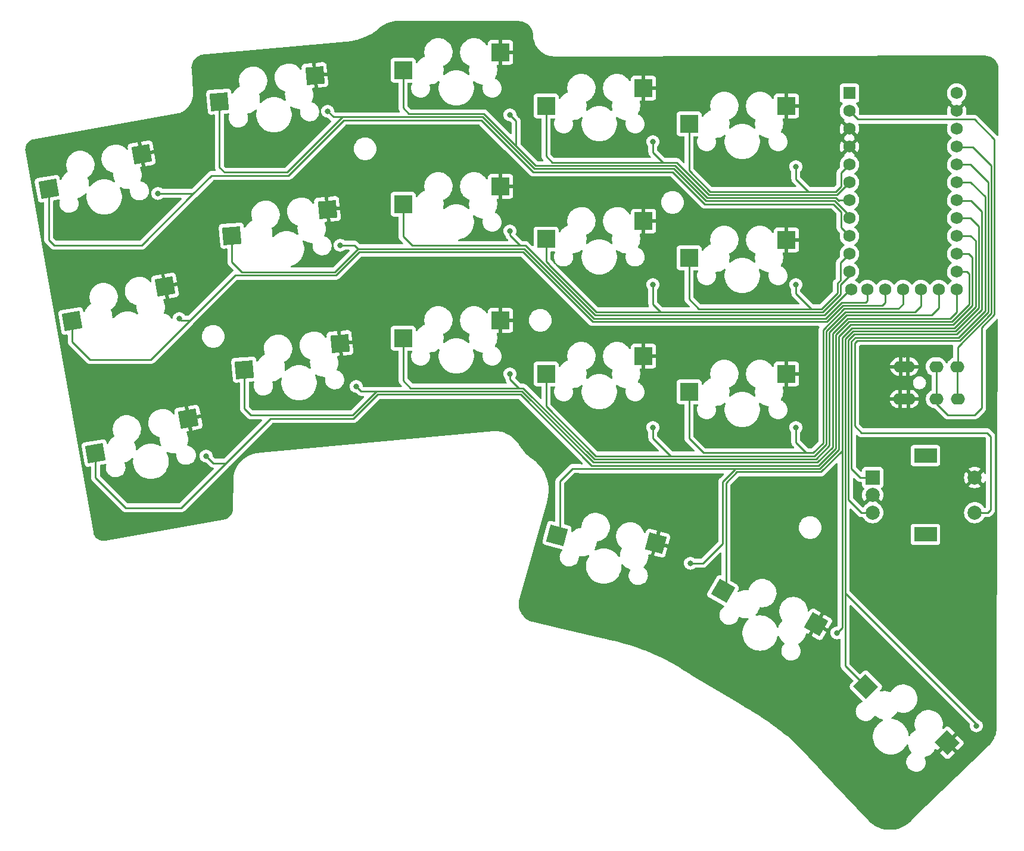
<source format=gbl>
%TF.GenerationSoftware,KiCad,Pcbnew,(6.0.7)*%
%TF.CreationDate,2022-09-04T15:55:50+05:30*%
%TF.ProjectId,burp_fart,62757270-5f66-4617-9274-2e6b69636164,rev?*%
%TF.SameCoordinates,Original*%
%TF.FileFunction,Copper,L2,Bot*%
%TF.FilePolarity,Positive*%
%FSLAX46Y46*%
G04 Gerber Fmt 4.6, Leading zero omitted, Abs format (unit mm)*
G04 Created by KiCad (PCBNEW (6.0.7)) date 2022-09-04 15:55:50*
%MOMM*%
%LPD*%
G01*
G04 APERTURE LIST*
G04 Aperture macros list*
%AMRotRect*
0 Rectangle, with rotation*
0 The origin of the aperture is its center*
0 $1 length*
0 $2 width*
0 $3 Rotation angle, in degrees counterclockwise*
0 Add horizontal line*
21,1,$1,$2,0,0,$3*%
G04 Aperture macros list end*
%TA.AperFunction,ComponentPad*%
%ADD10R,2.000000X2.000000*%
%TD*%
%TA.AperFunction,ComponentPad*%
%ADD11C,2.000000*%
%TD*%
%TA.AperFunction,ComponentPad*%
%ADD12R,3.200000X2.000000*%
%TD*%
%TA.AperFunction,SMDPad,CuDef*%
%ADD13RotRect,2.550000X2.500000X10.000000*%
%TD*%
%TA.AperFunction,SMDPad,CuDef*%
%ADD14RotRect,2.550000X2.500000X5.000000*%
%TD*%
%TA.AperFunction,SMDPad,CuDef*%
%ADD15R,2.550000X2.500000*%
%TD*%
%TA.AperFunction,SMDPad,CuDef*%
%ADD16RotRect,2.550000X2.500000X330.000000*%
%TD*%
%TA.AperFunction,ComponentPad*%
%ADD17O,2.000000X1.600000*%
%TD*%
%TA.AperFunction,ComponentPad*%
%ADD18R,1.752600X1.752600*%
%TD*%
%TA.AperFunction,ComponentPad*%
%ADD19C,1.752600*%
%TD*%
%TA.AperFunction,SMDPad,CuDef*%
%ADD20RotRect,2.550000X2.500000X345.000000*%
%TD*%
%TA.AperFunction,SMDPad,CuDef*%
%ADD21RotRect,2.550000X2.500000X315.000000*%
%TD*%
%TA.AperFunction,ViaPad*%
%ADD22C,0.800000*%
%TD*%
%TA.AperFunction,Conductor*%
%ADD23C,0.250000*%
%TD*%
G04 APERTURE END LIST*
D10*
%TO.P,L_SW_RE1,A,A*%
%TO.N,L_SW_RE_A*%
X137922000Y-88392000D03*
D11*
%TO.P,L_SW_RE1,B,B*%
%TO.N,L_SW_RE_B*%
X137922000Y-93392000D03*
%TO.P,L_SW_RE1,C,C*%
%TO.N,L_GND*%
X137922000Y-90892000D03*
D12*
%TO.P,L_SW_RE1,MP*%
%TO.N,N/C*%
X145422000Y-85292000D03*
X145422000Y-96492000D03*
D11*
%TO.P,L_SW_RE1,S1,S1*%
%TO.N,L_SW_RE_CLK*%
X152422000Y-93392000D03*
%TO.P,L_SW_RE1,S2,S2*%
%TO.N,L_GND*%
X152422000Y-88392000D03*
%TD*%
D13*
%TO.P,L_SW__20,1*%
%TO.N,L_SW_20*%
X20815787Y-47325369D03*
%TO.P,L_SW__20,2*%
%TO.N,L_GND*%
X34014308Y-42418930D03*
%TD*%
D14*
%TO.P,L_SW__01,1*%
%TO.N,L_SW_01*%
X48635392Y-73058563D03*
%TO.P,L_SW__01,2*%
%TO.N,L_GND*%
X62211313Y-69321121D03*
%TD*%
D15*
%TO.P,L_SW__04,1*%
%TO.N,L_SW_04*%
X111820000Y-76200000D03*
%TO.P,L_SW__04,2*%
%TO.N,L_GND*%
X125670000Y-73660000D03*
%TD*%
%TO.P,L_SW__13,1*%
%TO.N,L_SW_13*%
X91500000Y-54490000D03*
%TO.P,L_SW__13,2*%
%TO.N,L_GND*%
X105350000Y-51950000D03*
%TD*%
D16*
%TO.P,L_SW__T2,1*%
%TO.N,L_SW_T2*%
X116642848Y-104530295D03*
%TO.P,L_SW__T2,2*%
%TO.N,L_GND*%
X129907300Y-109255591D03*
%TD*%
D15*
%TO.P,L_SW__23,1*%
%TO.N,L_SW_23*%
X91500000Y-35560000D03*
%TO.P,L_SW__23,2*%
%TO.N,L_GND*%
X105350000Y-33020000D03*
%TD*%
D17*
%TO.P,L_TRRS1,1,SLEEVE*%
%TO.N,L_GND*%
X141848500Y-77232000D03*
X141894500Y-72630000D03*
%TO.P,L_TRRS1,2,TIP*%
X142994500Y-77230000D03*
X142948500Y-72632000D03*
%TO.P,L_TRRS1,3,RING1*%
%TO.N,L_R1*%
X146948500Y-72632000D03*
X146994500Y-77230000D03*
%TO.P,L_TRRS1,4,RING2*%
%TO.N,L_VCC*%
X149994500Y-77230000D03*
X149948500Y-72632000D03*
%TD*%
D15*
%TO.P,L_SW__03,1*%
%TO.N,L_SW_03*%
X91500000Y-73660000D03*
%TO.P,L_SW__03,2*%
%TO.N,L_GND*%
X105350000Y-71120000D03*
%TD*%
D13*
%TO.P,L_SW__10,1*%
%TO.N,L_SW_10*%
X24149508Y-66121369D03*
%TO.P,L_SW__10,2*%
%TO.N,L_GND*%
X37348029Y-61214930D03*
%TD*%
D15*
%TO.P,L_SW__12,1*%
%TO.N,L_SW_12*%
X71180000Y-49530000D03*
%TO.P,L_SW__12,2*%
%TO.N,L_GND*%
X85030000Y-46990000D03*
%TD*%
D14*
%TO.P,L_SW__11,1*%
%TO.N,L_SW_11*%
X46857392Y-54008563D03*
%TO.P,L_SW__11,2*%
%TO.N,L_GND*%
X60433313Y-50271121D03*
%TD*%
D18*
%TO.P,L_EC1,1,TX0/PD3*%
%TO.N,unconnected-(L_EC1-Pad1)*%
X134620000Y-33736750D03*
D19*
%TO.P,L_EC1,2,RX1/PD2*%
%TO.N,L_R1*%
X134620000Y-36276750D03*
%TO.P,L_EC1,3,GND*%
%TO.N,L_GND*%
X134620000Y-38816750D03*
%TO.P,L_EC1,4,GND*%
X134620000Y-41356750D03*
%TO.P,L_EC1,5,2/PD1*%
%TO.N,L_SW_24*%
X134620000Y-43896750D03*
%TO.P,L_EC1,6,3/PD0*%
%TO.N,L_SW_23*%
X134620000Y-46436750D03*
%TO.P,L_EC1,7,4/PD4*%
%TO.N,L_SW_22*%
X134620000Y-48976750D03*
%TO.P,L_EC1,8,5/PC6*%
%TO.N,L_SW_21*%
X134620000Y-51516750D03*
%TO.P,L_EC1,9,6/PD7*%
%TO.N,L_SW_20*%
X134620000Y-54056750D03*
%TO.P,L_EC1,10,7/PE6*%
%TO.N,L_SW_14*%
X134620000Y-56596750D03*
%TO.P,L_EC1,11,8/PB4*%
%TO.N,L_SW_13*%
X134620000Y-59136750D03*
%TO.P,L_EC1,12,9/PB5*%
%TO.N,L_SW_12*%
X134848600Y-61676750D03*
%TO.P,L_EC1,13,10/PB6*%
%TO.N,L_SW_01*%
X149860000Y-61676750D03*
%TO.P,L_EC1,14,16/PB2*%
%TO.N,L_SW_00*%
X149860000Y-59136750D03*
%TO.P,L_EC1,15,14/PB3*%
%TO.N,L_SW_T3*%
X149860000Y-56596750D03*
%TO.P,L_EC1,16,15/PB1*%
%TO.N,L_SW_T2*%
X149860000Y-54056750D03*
%TO.P,L_EC1,17,A0/PF7*%
%TO.N,L_SW_T1*%
X149860000Y-51516750D03*
%TO.P,L_EC1,18,A1/PF6*%
%TO.N,L_SW_RE_B*%
X149860000Y-48976750D03*
%TO.P,L_EC1,19,A2/PF5*%
%TO.N,L_SW_RE_A*%
X149860000Y-46436750D03*
%TO.P,L_EC1,20,A3/PF4*%
%TO.N,L_SW_RE_CLK*%
X149860000Y-43896750D03*
%TO.P,L_EC1,21,VCC*%
%TO.N,L_VCC*%
X149860000Y-41356750D03*
%TO.P,L_EC1,22,RST*%
%TO.N,L_RST*%
X149860000Y-38816750D03*
%TO.P,L_EC1,23,GND*%
%TO.N,L_GND*%
X149860000Y-36276750D03*
%TO.P,L_EC1,24,B0*%
%TO.N,L_PWR*%
X149860000Y-33736750D03*
%TO.P,L_EC1,25,B7*%
%TO.N,L_SW_11*%
X137160000Y-61676750D03*
%TO.P,L_EC1,26,D5*%
%TO.N,L_SW_10*%
X139700000Y-61676750D03*
%TO.P,L_EC1,27,C7*%
%TO.N,L_SW_04*%
X142240000Y-61676750D03*
%TO.P,L_EC1,28,F1*%
%TO.N,L_SW_03*%
X144780000Y-61676750D03*
%TO.P,L_EC1,29,F0*%
%TO.N,L_SW_02*%
X147320000Y-61676750D03*
%TD*%
D15*
%TO.P,L_SW__14,1*%
%TO.N,L_SW_14*%
X111820000Y-57150000D03*
%TO.P,L_SW__14,2*%
%TO.N,L_GND*%
X125670000Y-54610000D03*
%TD*%
D20*
%TO.P,L_SW__T3,1*%
%TO.N,L_SW_T3*%
X93055001Y-96589876D03*
%TO.P,L_SW__T3,2*%
%TO.N,L_GND*%
X107090474Y-97721069D03*
%TD*%
D13*
%TO.P,L_SW__00,1*%
%TO.N,L_SW_00*%
X27472216Y-84911369D03*
%TO.P,L_SW__00,2*%
%TO.N,L_GND*%
X40670737Y-80004930D03*
%TD*%
D15*
%TO.P,L_SW__22,1*%
%TO.N,L_SW_22*%
X71180000Y-30480000D03*
%TO.P,L_SW__22,2*%
%TO.N,L_GND*%
X85030000Y-27940000D03*
%TD*%
%TO.P,L_SW__24,1*%
%TO.N,L_SW_24*%
X111820000Y-38100000D03*
%TO.P,L_SW__24,2*%
%TO.N,L_GND*%
X125670000Y-35560000D03*
%TD*%
%TO.P,L_SW__02,1*%
%TO.N,L_SW_02*%
X71180000Y-68580000D03*
%TO.P,L_SW__02,2*%
%TO.N,L_GND*%
X85030000Y-66040000D03*
%TD*%
D21*
%TO.P,L_SW__T1,1*%
%TO.N,L_SW_T1*%
X136950324Y-118118222D03*
%TO.P,L_SW__T1,2*%
%TO.N,L_GND*%
X148539804Y-126115599D03*
%TD*%
D14*
%TO.P,L_SW__21,1*%
%TO.N,L_SW_21*%
X45079392Y-34958563D03*
%TO.P,L_SW__21,2*%
%TO.N,L_GND*%
X58655313Y-31221121D03*
%TD*%
D22*
%TO.N,L_SW_24*%
X127000000Y-44196000D03*
%TO.N,L_SW_23*%
X106680000Y-40640000D03*
%TO.N,L_SW_22*%
X86360000Y-36830000D03*
%TO.N,L_SW_21*%
X60452000Y-36322000D03*
%TO.N,L_SW_20*%
X36322000Y-48006000D03*
%TO.N,L_SW_T3*%
X112014000Y-100584000D03*
%TO.N,L_SW_T2*%
X132842000Y-110490000D03*
%TO.N,L_SW_T1*%
X152654000Y-123698000D03*
%TO.N,L_SW_14*%
X127000000Y-60960000D03*
%TO.N,L_SW_13*%
X106680000Y-60960000D03*
%TO.N,L_SW_12*%
X86360000Y-53340000D03*
%TO.N,L_SW_01*%
X64516000Y-75438000D03*
%TO.N,L_SW_00*%
X43180000Y-85344000D03*
%TO.N,L_SW_11*%
X62230000Y-55372000D03*
%TO.N,L_SW_10*%
X39370000Y-65786000D03*
%TO.N,L_SW_04*%
X127000000Y-81280000D03*
%TO.N,L_SW_03*%
X106680000Y-81280000D03*
%TO.N,L_SW_02*%
X86360000Y-73660000D03*
%TD*%
D23*
%TO.N,L_R1*%
X153416000Y-67067168D02*
X153416000Y-78486000D01*
X135821300Y-37478050D02*
X152374050Y-37478050D01*
X152374050Y-37478050D02*
X155238000Y-40342000D01*
X155238000Y-65245168D02*
X153416000Y-67067168D01*
X153416000Y-78486000D02*
X152400000Y-79502000D01*
X152400000Y-79502000D02*
X148590000Y-79502000D01*
X146948500Y-72632000D02*
X146948500Y-77184000D01*
X146948500Y-77184000D02*
X146994500Y-77230000D01*
X155238000Y-40342000D02*
X155238000Y-65245168D01*
X148590000Y-79502000D02*
X146994500Y-77906500D01*
X146994500Y-77906500D02*
X146994500Y-77230000D01*
X134620000Y-36276750D02*
X135821300Y-37478050D01*
%TO.N,L_SW_24*%
X128756000Y-47730000D02*
X127000000Y-45974000D01*
X133418700Y-47001654D02*
X132690354Y-47730000D01*
X134620000Y-43896750D02*
X133418700Y-45098050D01*
X128756000Y-47730000D02*
X114791584Y-47730000D01*
X111820000Y-44758416D02*
X111820000Y-38100000D01*
X127000000Y-45974000D02*
X127000000Y-44196000D01*
X133418700Y-45098050D02*
X133418700Y-47001654D01*
X128800000Y-47730000D02*
X128756000Y-47730000D01*
X114791584Y-47730000D02*
X111820000Y-44758416D01*
X132690354Y-47730000D02*
X128800000Y-47730000D01*
%TO.N,L_SW_23*%
X134620000Y-46436750D02*
X132876750Y-48180000D01*
X108124000Y-43608000D02*
X92376000Y-43608000D01*
X114605188Y-48180000D02*
X110033188Y-43608000D01*
X132876750Y-48180000D02*
X114605188Y-48180000D01*
X108124000Y-43608000D02*
X106680000Y-42164000D01*
X106680000Y-42164000D02*
X106680000Y-40640000D01*
X92376000Y-43608000D02*
X91500000Y-42732000D01*
X91500000Y-42732000D02*
X91500000Y-35560000D01*
X110033188Y-43608000D02*
X108124000Y-43608000D01*
%TO.N,L_SW_22*%
X87250396Y-41273604D02*
X82668792Y-36692000D01*
X133096000Y-49022000D02*
X132704000Y-48630000D01*
X87250396Y-41273604D02*
X87250396Y-37720396D01*
X71180000Y-35874000D02*
X71180000Y-30480000D01*
X90034792Y-44058000D02*
X87250396Y-41273604D01*
X71998000Y-36692000D02*
X71180000Y-35874000D01*
X82668792Y-36692000D02*
X71998000Y-36692000D01*
X114418792Y-48630000D02*
X109846792Y-44058000D01*
X133141250Y-48976750D02*
X133096000Y-49022000D01*
X134620000Y-48976750D02*
X133141250Y-48976750D01*
X132704000Y-48630000D02*
X114418792Y-48630000D01*
X109846792Y-44058000D02*
X90034792Y-44058000D01*
X87250396Y-37720396D02*
X86360000Y-36830000D01*
%TO.N,L_SW_21*%
X62551604Y-37142000D02*
X61272000Y-37142000D01*
X45079392Y-44317392D02*
X45079392Y-34958563D01*
X61272000Y-37142000D02*
X60452000Y-36322000D01*
X45778000Y-45016000D02*
X45079392Y-44317392D01*
X109660396Y-44508000D02*
X89848396Y-44508000D01*
X82482396Y-37142000D02*
X62551604Y-37142000D01*
X132517604Y-49080000D02*
X114232396Y-49080000D01*
X134620000Y-51182396D02*
X132517604Y-49080000D01*
X134620000Y-51516750D02*
X134620000Y-51182396D01*
X62551604Y-37142000D02*
X54677604Y-45016000D01*
X54677604Y-45016000D02*
X45778000Y-45016000D01*
X114232396Y-49080000D02*
X109660396Y-44508000D01*
X89848396Y-44508000D02*
X82482396Y-37142000D01*
%TO.N,L_SW_20*%
X132331208Y-49530000D02*
X114046000Y-49530000D01*
X82296000Y-37592000D02*
X62738000Y-37592000D01*
X109474000Y-44958000D02*
X89662000Y-44958000D01*
X62738000Y-37592000D02*
X54864000Y-45466000D01*
X134620000Y-54056750D02*
X133418700Y-52855450D01*
X41275000Y-48133000D02*
X34036000Y-55372000D01*
X21590000Y-55372000D02*
X20815787Y-54597787D01*
X41275000Y-48133000D02*
X41148000Y-48006000D01*
X54864000Y-45466000D02*
X43942000Y-45466000D01*
X20815787Y-54597787D02*
X20815787Y-47325369D01*
X89662000Y-44958000D02*
X82296000Y-37592000D01*
X133418700Y-52855450D02*
X133418700Y-50617492D01*
X34036000Y-55372000D02*
X21590000Y-55372000D01*
X133418700Y-50617492D02*
X132331208Y-49530000D01*
X114046000Y-49530000D02*
X109474000Y-44958000D01*
X41148000Y-48006000D02*
X36322000Y-48006000D01*
X43942000Y-45466000D02*
X41275000Y-48133000D01*
%TO.N,L_SW_T3*%
X133118000Y-84439980D02*
X133118000Y-68317960D01*
X112014000Y-100584000D02*
X113810210Y-100584000D01*
X116604210Y-97790000D02*
X116604210Y-89007394D01*
X151592750Y-56596750D02*
X149860000Y-56596750D01*
X116604210Y-89007394D02*
X118386000Y-87225604D01*
X93472000Y-96640999D02*
X93472000Y-90678000D01*
X93472000Y-90678000D02*
X93472000Y-88900000D01*
X113810210Y-100584000D02*
X116604210Y-97790000D01*
X96266000Y-87122000D02*
X96288000Y-87144000D01*
X149342396Y-66686000D02*
X152088000Y-63940396D01*
X93472000Y-88900000D02*
X95250000Y-87122000D01*
X118386000Y-87144000D02*
X130413980Y-87144000D01*
X95250000Y-87122000D02*
X96266000Y-87122000D01*
X152088000Y-57092000D02*
X151592750Y-56596750D01*
X96288000Y-87144000D02*
X118386000Y-87144000D01*
X152088000Y-63940396D02*
X152088000Y-57092000D01*
X118386000Y-87225604D02*
X118386000Y-87144000D01*
X133118000Y-68317960D02*
X134749960Y-66686000D01*
X134749960Y-66686000D02*
X149342396Y-66686000D01*
X130413980Y-87144000D02*
X133118000Y-84439980D01*
%TO.N,L_SW_T2*%
X118654000Y-87594000D02*
X130600376Y-87594000D01*
X152538000Y-54748000D02*
X151846750Y-54056750D01*
X151846750Y-54056750D02*
X149860000Y-54056750D01*
X134936356Y-67136000D02*
X149528792Y-67136000D01*
X133568000Y-109764000D02*
X132842000Y-110490000D01*
X149528792Y-67136000D02*
X152538000Y-64126792D01*
X117054210Y-89193790D02*
X118654000Y-87594000D01*
X133568000Y-68504356D02*
X134936356Y-67136000D01*
X133568000Y-84626376D02*
X133568000Y-109764000D01*
X117054210Y-104747795D02*
X117054210Y-89193790D01*
X133568000Y-84626376D02*
X133568000Y-68504356D01*
X130600376Y-87594000D02*
X133568000Y-84626376D01*
X152538000Y-64126792D02*
X152538000Y-54748000D01*
%TO.N,L_SW_T1*%
X134018000Y-104808000D02*
X134018000Y-104234000D01*
X134018000Y-115185897D02*
X137339098Y-118506995D01*
X135122752Y-67586000D02*
X134018000Y-68690752D01*
X152988000Y-64313188D02*
X149715188Y-67586000D01*
X149860000Y-51516750D02*
X151846750Y-51516750D01*
X134018000Y-68690752D02*
X134018000Y-104234000D01*
X152988000Y-52658000D02*
X152988000Y-64313188D01*
X152654000Y-123444000D02*
X134018000Y-104808000D01*
X151846750Y-51516750D02*
X152988000Y-52658000D01*
X152654000Y-123698000D02*
X152654000Y-123444000D01*
X134018000Y-104234000D02*
X134018000Y-115185897D01*
X149715188Y-67586000D02*
X135122752Y-67586000D01*
%TO.N,L_SW_RE_B*%
X134468000Y-91542000D02*
X136318000Y-93392000D01*
X151892000Y-49022000D02*
X153438000Y-50568000D01*
X135309148Y-68036000D02*
X134468000Y-68877148D01*
X136318000Y-93392000D02*
X137922000Y-93392000D01*
X134468000Y-68877148D02*
X134468000Y-91542000D01*
X149860000Y-48976750D02*
X149860000Y-49022000D01*
X153438000Y-64499584D02*
X149901584Y-68036000D01*
X149860000Y-49022000D02*
X151892000Y-49022000D01*
X153438000Y-50568000D02*
X153438000Y-64499584D01*
X149901584Y-68036000D02*
X135309148Y-68036000D01*
%TO.N,L_SW_RE_A*%
X153888000Y-48478000D02*
X153888000Y-64685980D01*
X136144000Y-88392000D02*
X137922000Y-88392000D01*
X134918000Y-69063544D02*
X134918000Y-87166000D01*
X134918000Y-87166000D02*
X136144000Y-88392000D01*
X135495544Y-68486000D02*
X134918000Y-69063544D01*
X153888000Y-64685980D02*
X150087980Y-68486000D01*
X151846750Y-46436750D02*
X153888000Y-48478000D01*
X149860000Y-46436750D02*
X151846750Y-46436750D01*
X150087980Y-68486000D02*
X135495544Y-68486000D01*
%TO.N,L_SW_RE_CLK*%
X154178000Y-82042000D02*
X154686000Y-82550000D01*
X135368000Y-81084000D02*
X136326000Y-82042000D01*
X136326000Y-82042000D02*
X154178000Y-82042000D01*
X151846750Y-43896750D02*
X154338000Y-46388000D01*
X154338000Y-64872376D02*
X150274376Y-68936000D01*
X135368000Y-69249940D02*
X135368000Y-81084000D01*
X135681940Y-68936000D02*
X135368000Y-69249940D01*
X149860000Y-43896750D02*
X151846750Y-43896750D01*
X150274376Y-68936000D02*
X135681940Y-68936000D01*
X154338000Y-46388000D02*
X154338000Y-64872376D01*
X154258000Y-93392000D02*
X152422000Y-93392000D01*
X154686000Y-82550000D02*
X154686000Y-92964000D01*
X154686000Y-92964000D02*
X154258000Y-93392000D01*
%TO.N,L_VCC*%
X152146000Y-41402000D02*
X154788000Y-44044000D01*
X154788000Y-65058772D02*
X149994500Y-69852272D01*
X149994500Y-69852272D02*
X149994500Y-72586000D01*
X149948500Y-72632000D02*
X149948500Y-77184000D01*
X149860000Y-41402000D02*
X152146000Y-41402000D01*
X149994500Y-72586000D02*
X149948500Y-72632000D01*
X154788000Y-44044000D02*
X154788000Y-65058772D01*
X149948500Y-77184000D02*
X149994500Y-77230000D01*
X149860000Y-41356750D02*
X149860000Y-41402000D01*
%TO.N,L_SW_14*%
X127000000Y-62230000D02*
X127000000Y-60960000D01*
X129190000Y-64420000D02*
X113188000Y-64420000D01*
X130652000Y-64420000D02*
X129190000Y-64420000D01*
X133350000Y-60323604D02*
X132896854Y-60776750D01*
X132896854Y-62175146D02*
X130652000Y-64420000D01*
X129190000Y-64420000D02*
X127000000Y-62230000D01*
X111820000Y-63052000D02*
X111820000Y-57150000D01*
X134620000Y-56596750D02*
X133350000Y-57866750D01*
X132896854Y-60776750D02*
X132896854Y-62175146D01*
X133350000Y-57866750D02*
X133350000Y-60323604D01*
X113188000Y-64420000D02*
X111820000Y-63052000D01*
%TO.N,L_SW_13*%
X133350000Y-60960000D02*
X134620000Y-59690000D01*
X98652000Y-64870000D02*
X107796000Y-64870000D01*
X133350000Y-62358396D02*
X133350000Y-60960000D01*
X91500000Y-57664000D02*
X91500000Y-54490000D01*
X91975000Y-58139000D02*
X91948000Y-58166000D01*
X107796000Y-64870000D02*
X130838396Y-64870000D01*
X134620000Y-59690000D02*
X134620000Y-59136750D01*
X106680000Y-63754000D02*
X106680000Y-60960000D01*
X91975000Y-58139000D02*
X91500000Y-57664000D01*
X107796000Y-64870000D02*
X106680000Y-63754000D01*
X130838396Y-64870000D02*
X133350000Y-62358396D01*
X91948000Y-58166000D02*
X98652000Y-64870000D01*
%TO.N,L_SW_12*%
X88577000Y-55431396D02*
X87824604Y-55431396D01*
X86360000Y-53966792D02*
X86360000Y-53340000D01*
X131024792Y-65320000D02*
X98465604Y-65320000D01*
X134668042Y-61676750D02*
X131024792Y-65320000D01*
X87824604Y-55431396D02*
X72449396Y-55431396D01*
X87824604Y-55431396D02*
X86360000Y-53966792D01*
X71180000Y-54162000D02*
X71180000Y-49530000D01*
X72449396Y-55431396D02*
X71180000Y-54162000D01*
X134848600Y-61676750D02*
X134668042Y-61676750D01*
X98465604Y-65320000D02*
X88577000Y-55431396D01*
%TO.N,L_SW_01*%
X98179208Y-86244000D02*
X88077208Y-76142000D01*
X132218000Y-84067188D02*
X130041188Y-86244000D01*
X48635392Y-78607392D02*
X48635392Y-73058563D01*
X132218000Y-67945168D02*
X132218000Y-84067188D01*
X65220000Y-76142000D02*
X64516000Y-75438000D01*
X49530000Y-79502000D02*
X48635392Y-78607392D01*
X134377168Y-65786000D02*
X132218000Y-67945168D01*
X67368000Y-76142000D02*
X65220000Y-76142000D01*
X149860000Y-64895604D02*
X148969604Y-65786000D01*
X148969604Y-65786000D02*
X134377168Y-65786000D01*
X67368000Y-76142000D02*
X64008000Y-79502000D01*
X149860000Y-61676750D02*
X149860000Y-64895604D01*
X130041188Y-86244000D02*
X98179208Y-86244000D01*
X88077208Y-76142000D02*
X67368000Y-76142000D01*
X64008000Y-79502000D02*
X49530000Y-79502000D01*
%TO.N,L_SW_00*%
X87890812Y-76592000D02*
X67554396Y-76592000D01*
X130227584Y-86694000D02*
X97992812Y-86694000D01*
X45974000Y-86360000D02*
X44196000Y-86360000D01*
X45974000Y-86360000D02*
X39624000Y-92710000D01*
X132668000Y-68131564D02*
X132668000Y-84253584D01*
X67554396Y-76592000D02*
X64136396Y-80010000D01*
X27472216Y-88432216D02*
X27472216Y-84918483D01*
X52324000Y-80010000D02*
X45974000Y-86360000D01*
X149860000Y-59136750D02*
X151338750Y-59136750D01*
X132668000Y-84253584D02*
X130227584Y-86694000D01*
X39624000Y-92710000D02*
X31750000Y-92710000D01*
X97992812Y-86694000D02*
X87890812Y-76592000D01*
X44196000Y-86360000D02*
X43180000Y-85344000D01*
X151638000Y-59436000D02*
X151638000Y-63754000D01*
X151638000Y-63754000D02*
X149156000Y-66236000D01*
X31750000Y-92710000D02*
X27472216Y-88432216D01*
X134563564Y-66236000D02*
X132668000Y-68131564D01*
X64136396Y-80010000D02*
X52324000Y-80010000D01*
X151338750Y-59136750D02*
X151638000Y-59436000D01*
X149156000Y-66236000D02*
X134563564Y-66236000D01*
%TO.N,L_SW_11*%
X46857392Y-57779392D02*
X46857392Y-54008563D01*
X131211188Y-65770000D02*
X98279208Y-65770000D01*
X64259208Y-55372000D02*
X62230000Y-55372000D01*
X64768604Y-55881396D02*
X61468000Y-59182000D01*
X136906000Y-63500000D02*
X133481188Y-63500000D01*
X137160000Y-61676750D02*
X137160000Y-63246000D01*
X98279208Y-65770000D02*
X88390604Y-55881396D01*
X133481188Y-63500000D02*
X131211188Y-65770000D01*
X88390604Y-55881396D02*
X64768604Y-55881396D01*
X64768604Y-55881396D02*
X64259208Y-55372000D01*
X137160000Y-63246000D02*
X136906000Y-63500000D01*
X61468000Y-59182000D02*
X48260000Y-59182000D01*
X48260000Y-59182000D02*
X46857392Y-57779392D01*
%TO.N,L_SW_10*%
X39624000Y-66040000D02*
X39370000Y-65786000D01*
X88204208Y-56331396D02*
X64955000Y-56331396D01*
X139700000Y-63500000D02*
X139250000Y-63950000D01*
X133667584Y-63950000D02*
X131397584Y-66220000D01*
X40894000Y-66040000D02*
X35306000Y-71628000D01*
X40894000Y-66040000D02*
X39624000Y-66040000D01*
X98092812Y-66220000D02*
X88204208Y-56331396D01*
X26670000Y-71628000D02*
X24149508Y-69107508D01*
X64955000Y-56331396D02*
X61654396Y-59632000D01*
X47302000Y-59632000D02*
X40894000Y-66040000D01*
X139250000Y-63950000D02*
X133667584Y-63950000D01*
X24149508Y-69107508D02*
X24149508Y-66121369D01*
X139700000Y-61676750D02*
X139700000Y-63500000D01*
X35306000Y-71628000D02*
X26670000Y-71628000D01*
X61654396Y-59632000D02*
X47302000Y-59632000D01*
X131397584Y-66220000D02*
X98092812Y-66220000D01*
%TO.N,L_SW_04*%
X113850000Y-84894000D02*
X111820000Y-82864000D01*
X129482000Y-84894000D02*
X128466000Y-84894000D01*
X127000000Y-83428000D02*
X127000000Y-81280000D01*
X128466000Y-84894000D02*
X127000000Y-83428000D01*
X111820000Y-82864000D02*
X111820000Y-76200000D01*
X130868000Y-67385980D02*
X130868000Y-83508000D01*
X142240000Y-63754000D02*
X141594000Y-64400000D01*
X141594000Y-64400000D02*
X133853980Y-64400000D01*
X130868000Y-83508000D02*
X129482000Y-84894000D01*
X133853980Y-64400000D02*
X130868000Y-67385980D01*
X128466000Y-84894000D02*
X113850000Y-84894000D01*
X142240000Y-61676750D02*
X142240000Y-63754000D01*
%TO.N,L_SW_03*%
X109220000Y-85344000D02*
X98552000Y-85344000D01*
X98552000Y-85344000D02*
X91500000Y-78292000D01*
X144780000Y-61676750D02*
X144780000Y-64008000D01*
X131318000Y-67572376D02*
X131318000Y-83694396D01*
X106680000Y-82804000D02*
X106680000Y-81280000D01*
X129668396Y-85344000D02*
X109220000Y-85344000D01*
X144780000Y-64008000D02*
X143938000Y-64850000D01*
X134040376Y-64850000D02*
X131318000Y-67572376D01*
X109220000Y-85344000D02*
X106680000Y-82804000D01*
X131318000Y-83694396D02*
X129668396Y-85344000D01*
X91500000Y-78292000D02*
X91500000Y-73660000D01*
X143938000Y-64850000D02*
X134040376Y-64850000D01*
%TO.N,L_SW_02*%
X131768000Y-67758772D02*
X131768000Y-83880792D01*
X86360000Y-74422000D02*
X86360000Y-73660000D01*
X72263000Y-75692000D02*
X71180000Y-74609000D01*
X71180000Y-74609000D02*
X71180000Y-68580000D01*
X98365604Y-85794000D02*
X88263604Y-75692000D01*
X146282000Y-65300000D02*
X134226772Y-65300000D01*
X87630000Y-75692000D02*
X86360000Y-74422000D01*
X147320000Y-61676750D02*
X147320000Y-64262000D01*
X88263604Y-75692000D02*
X87630000Y-75692000D01*
X87630000Y-75692000D02*
X72263000Y-75692000D01*
X131768000Y-83880792D02*
X129854792Y-85794000D01*
X129854792Y-85794000D02*
X98365604Y-85794000D01*
X134226772Y-65300000D02*
X131768000Y-67758772D01*
X147320000Y-64262000D02*
X146282000Y-65300000D01*
%TD*%
%TA.AperFunction,Conductor*%
%TO.N,L_GND*%
G36*
X87636762Y-23510001D02*
G01*
X87650748Y-23512179D01*
X87660457Y-23513691D01*
X87676751Y-23511561D01*
X87701322Y-23510768D01*
X87769875Y-23515262D01*
X87918429Y-23525002D01*
X87934769Y-23527153D01*
X88174065Y-23574755D01*
X88189985Y-23579021D01*
X88276759Y-23608478D01*
X88421025Y-23657452D01*
X88436243Y-23663756D01*
X88502872Y-23696615D01*
X88655058Y-23771667D01*
X88669330Y-23779906D01*
X88872208Y-23915468D01*
X88885265Y-23925487D01*
X89068712Y-24086369D01*
X89080359Y-24098017D01*
X89241224Y-24281451D01*
X89251258Y-24294527D01*
X89386809Y-24497396D01*
X89395047Y-24511665D01*
X89441180Y-24605215D01*
X89502957Y-24730488D01*
X89509263Y-24745713D01*
X89552691Y-24873646D01*
X89587688Y-24976745D01*
X89591954Y-24992665D01*
X89639552Y-25231962D01*
X89641703Y-25248302D01*
X89655475Y-25458429D01*
X89654483Y-25480708D01*
X89654432Y-25484852D01*
X89653051Y-25493724D01*
X89654196Y-25502480D01*
X89654213Y-25502805D01*
X89654192Y-25504529D01*
X89654452Y-25507370D01*
X89670589Y-25815275D01*
X89671102Y-25818515D01*
X89671103Y-25818523D01*
X89695092Y-25969981D01*
X89719977Y-26127096D01*
X89801689Y-26432046D01*
X89802873Y-26435130D01*
X89880946Y-26638514D01*
X89914830Y-26726785D01*
X89959329Y-26814118D01*
X90042325Y-26977004D01*
X90058160Y-27008082D01*
X90230108Y-27272855D01*
X90428791Y-27518205D01*
X90652032Y-27741442D01*
X90654596Y-27743518D01*
X90810461Y-27869733D01*
X90897385Y-27940122D01*
X90900144Y-27941914D01*
X90900150Y-27941918D01*
X90932202Y-27962732D01*
X91162162Y-28112066D01*
X91443462Y-28255391D01*
X91446528Y-28256568D01*
X91446535Y-28256571D01*
X91605459Y-28317573D01*
X91738202Y-28368526D01*
X92043153Y-28450233D01*
X92173752Y-28470916D01*
X92351722Y-28499101D01*
X92351725Y-28499101D01*
X92354975Y-28499616D01*
X92561818Y-28510453D01*
X92636690Y-28514376D01*
X92650990Y-28515947D01*
X92657699Y-28517076D01*
X92664114Y-28517154D01*
X92665392Y-28517170D01*
X92665395Y-28517170D01*
X92670251Y-28517229D01*
X92675059Y-28516540D01*
X92675065Y-28516540D01*
X92698410Y-28513196D01*
X92716061Y-28511923D01*
X153787957Y-28408584D01*
X153807552Y-28410084D01*
X153820527Y-28412103D01*
X153830724Y-28413691D01*
X153847012Y-28411561D01*
X153871589Y-28410767D01*
X153909935Y-28413280D01*
X154088701Y-28424998D01*
X154105041Y-28427149D01*
X154216800Y-28449379D01*
X154344343Y-28474749D01*
X154360257Y-28479013D01*
X154457251Y-28511938D01*
X154591292Y-28557439D01*
X154606519Y-28563746D01*
X154825342Y-28671657D01*
X154839616Y-28679898D01*
X155042478Y-28815447D01*
X155055553Y-28825480D01*
X155238993Y-28986352D01*
X155250648Y-28998007D01*
X155411520Y-29181447D01*
X155421553Y-29194522D01*
X155557102Y-29397384D01*
X155565343Y-29411658D01*
X155673254Y-29630481D01*
X155679561Y-29645708D01*
X155700404Y-29707109D01*
X155756747Y-29873089D01*
X155757986Y-29876740D01*
X155762251Y-29892657D01*
X155781362Y-29988735D01*
X155809851Y-30131959D01*
X155812002Y-30148299D01*
X155825763Y-30358236D01*
X155824733Y-30381349D01*
X155824690Y-30384854D01*
X155823309Y-30393724D01*
X155824473Y-30402625D01*
X155824473Y-30402630D01*
X155827309Y-30424314D01*
X155828372Y-30441037D01*
X155804854Y-38111550D01*
X155800728Y-39457522D01*
X155799971Y-39704264D01*
X155779761Y-39772323D01*
X155725963Y-39818652D01*
X155655658Y-39828540D01*
X155591168Y-39798849D01*
X155584877Y-39792973D01*
X154258949Y-38467044D01*
X152877702Y-37085797D01*
X152870162Y-37077511D01*
X152866050Y-37071032D01*
X152816393Y-37024401D01*
X152813552Y-37021647D01*
X152793820Y-37001915D01*
X152790623Y-36999435D01*
X152781601Y-36991730D01*
X152778598Y-36988910D01*
X152749371Y-36961464D01*
X152742425Y-36957645D01*
X152742422Y-36957643D01*
X152731616Y-36951702D01*
X152715097Y-36940851D01*
X152713347Y-36939494D01*
X152699091Y-36928436D01*
X152691822Y-36925291D01*
X152691818Y-36925288D01*
X152658513Y-36910876D01*
X152647863Y-36905659D01*
X152609110Y-36884355D01*
X152589487Y-36879317D01*
X152570784Y-36872913D01*
X152559470Y-36868017D01*
X152559469Y-36868017D01*
X152552195Y-36864869D01*
X152544372Y-36863630D01*
X152544362Y-36863627D01*
X152508526Y-36857951D01*
X152496906Y-36855545D01*
X152461761Y-36846522D01*
X152461760Y-36846522D01*
X152454080Y-36844550D01*
X152433826Y-36844550D01*
X152414115Y-36842999D01*
X152401936Y-36841070D01*
X152394107Y-36839830D01*
X152386215Y-36840576D01*
X152350089Y-36843991D01*
X152338231Y-36844550D01*
X151304315Y-36844550D01*
X151236194Y-36824548D01*
X151189701Y-36770892D01*
X151179597Y-36700618D01*
X151183757Y-36681921D01*
X151216170Y-36575240D01*
X151218349Y-36565160D01*
X151246949Y-36347925D01*
X151247468Y-36341252D01*
X151248962Y-36280115D01*
X151248768Y-36273396D01*
X151230816Y-36055044D01*
X151229131Y-36044864D01*
X151176196Y-35834121D01*
X151172876Y-35824370D01*
X151086229Y-35625093D01*
X151081362Y-35616018D01*
X151012083Y-35508928D01*
X151001398Y-35499725D01*
X150991831Y-35504129D01*
X149949095Y-36546865D01*
X149886783Y-36580891D01*
X149815968Y-36575826D01*
X149770905Y-36546865D01*
X148730922Y-35506882D01*
X148719386Y-35500582D01*
X148707104Y-35510205D01*
X148655143Y-35586377D01*
X148650058Y-35595328D01*
X148558571Y-35792421D01*
X148555008Y-35802108D01*
X148496942Y-36011486D01*
X148495011Y-36021606D01*
X148471920Y-36237680D01*
X148471668Y-36247969D01*
X148484176Y-36464900D01*
X148485612Y-36475120D01*
X148534229Y-36690849D01*
X148529693Y-36761701D01*
X148487571Y-36818852D01*
X148421238Y-36844158D01*
X148411312Y-36844550D01*
X136135894Y-36844550D01*
X136067773Y-36824548D01*
X136046799Y-36807645D01*
X135992302Y-36753148D01*
X135958276Y-36690836D01*
X135960838Y-36627426D01*
X135976661Y-36575344D01*
X135976662Y-36575341D01*
X135978164Y-36570396D01*
X135979137Y-36563008D01*
X136007450Y-36347951D01*
X136007451Y-36347944D01*
X136007887Y-36344629D01*
X136008416Y-36322981D01*
X136009464Y-36280115D01*
X136009464Y-36280110D01*
X136009546Y-36276750D01*
X136001318Y-36176676D01*
X135991311Y-36054952D01*
X135991310Y-36054946D01*
X135990887Y-36049801D01*
X135955745Y-35909892D01*
X135936672Y-35833958D01*
X135936671Y-35833954D01*
X135935413Y-35828947D01*
X135930860Y-35818475D01*
X135846672Y-35624856D01*
X135846670Y-35624853D01*
X135844612Y-35620119D01*
X135763104Y-35494127D01*
X135723731Y-35433265D01*
X135723729Y-35433262D01*
X135720923Y-35428925D01*
X135603846Y-35300259D01*
X135572795Y-35236413D01*
X135581190Y-35165914D01*
X135626366Y-35111146D01*
X135652809Y-35097478D01*
X135695658Y-35081415D01*
X135734595Y-35066818D01*
X135734596Y-35066817D01*
X135743005Y-35063665D01*
X135859561Y-34976311D01*
X135946915Y-34859755D01*
X135998045Y-34723366D01*
X136004800Y-34661184D01*
X136004800Y-33702800D01*
X148470869Y-33702800D01*
X148471166Y-33707952D01*
X148471166Y-33707956D01*
X148474068Y-33758277D01*
X148483977Y-33930137D01*
X148485112Y-33935174D01*
X148485113Y-33935180D01*
X148524253Y-34108856D01*
X148534039Y-34152281D01*
X148535983Y-34157067D01*
X148535984Y-34157072D01*
X148609131Y-34337209D01*
X148619711Y-34363265D01*
X148738692Y-34557424D01*
X148887786Y-34729543D01*
X149062989Y-34874999D01*
X149067441Y-34877601D01*
X149067446Y-34877604D01*
X149100733Y-34897055D01*
X149149456Y-34948694D01*
X149162527Y-35018477D01*
X149135795Y-35084249D01*
X149112813Y-35106604D01*
X149090890Y-35123064D01*
X149082436Y-35134390D01*
X149089180Y-35146720D01*
X149847188Y-35904728D01*
X149861132Y-35912342D01*
X149862965Y-35912211D01*
X149869580Y-35907960D01*
X150632115Y-35145425D01*
X150639136Y-35132569D01*
X150631607Y-35122236D01*
X150624161Y-35117289D01*
X150621880Y-35116030D01*
X150621137Y-35115280D01*
X150619853Y-35114427D01*
X150620029Y-35114162D01*
X150571908Y-35065599D01*
X150557134Y-34996156D01*
X150582249Y-34929750D01*
X150609602Y-34903141D01*
X150756893Y-34798080D01*
X150918193Y-34637342D01*
X150929843Y-34621130D01*
X151048055Y-34456619D01*
X151051073Y-34452419D01*
X151058235Y-34437929D01*
X151149673Y-34252918D01*
X151149674Y-34252916D01*
X151151967Y-34248276D01*
X151218164Y-34030396D01*
X151222948Y-33994059D01*
X151247450Y-33807951D01*
X151247451Y-33807944D01*
X151247887Y-33804629D01*
X151248377Y-33784596D01*
X151249464Y-33740115D01*
X151249464Y-33740110D01*
X151249546Y-33736750D01*
X151239779Y-33617951D01*
X151231311Y-33514952D01*
X151231310Y-33514946D01*
X151230887Y-33509801D01*
X151196750Y-33373893D01*
X151176672Y-33293958D01*
X151176671Y-33293954D01*
X151175413Y-33288947D01*
X151170860Y-33278475D01*
X151086672Y-33084856D01*
X151086670Y-33084853D01*
X151084612Y-33080119D01*
X151000723Y-32950447D01*
X150963731Y-32893265D01*
X150963729Y-32893262D01*
X150960923Y-32888925D01*
X150807668Y-32720500D01*
X150628963Y-32579368D01*
X150429607Y-32469317D01*
X150294873Y-32421605D01*
X150219829Y-32395030D01*
X150219825Y-32395029D01*
X150214954Y-32393304D01*
X150209861Y-32392397D01*
X150209858Y-32392396D01*
X149995857Y-32354277D01*
X149995851Y-32354276D01*
X149990768Y-32353371D01*
X149903698Y-32352307D01*
X149768239Y-32350652D01*
X149768237Y-32350652D01*
X149763070Y-32350589D01*
X149537976Y-32385033D01*
X149321529Y-32455779D01*
X149316937Y-32458169D01*
X149316938Y-32458169D01*
X149124585Y-32558302D01*
X149119544Y-32560926D01*
X149115411Y-32564029D01*
X149115408Y-32564031D01*
X148941579Y-32694545D01*
X148937444Y-32697650D01*
X148780120Y-32862280D01*
X148777206Y-32866552D01*
X148777205Y-32866553D01*
X148739246Y-32922199D01*
X148651797Y-33050395D01*
X148555921Y-33256942D01*
X148554539Y-33261924D01*
X148554539Y-33261925D01*
X148541076Y-33310471D01*
X148495067Y-33476375D01*
X148470869Y-33702800D01*
X136004800Y-33702800D01*
X136004800Y-32812316D01*
X135998045Y-32750134D01*
X135946915Y-32613745D01*
X135859561Y-32497189D01*
X135743005Y-32409835D01*
X135606616Y-32358705D01*
X135544434Y-32351950D01*
X133695566Y-32351950D01*
X133633384Y-32358705D01*
X133496995Y-32409835D01*
X133380439Y-32497189D01*
X133293085Y-32613745D01*
X133241955Y-32750134D01*
X133235200Y-32812316D01*
X133235200Y-34661184D01*
X133241955Y-34723366D01*
X133293085Y-34859755D01*
X133380439Y-34976311D01*
X133496995Y-35063665D01*
X133516887Y-35071122D01*
X133588226Y-35097866D01*
X133644990Y-35140508D01*
X133669690Y-35207069D01*
X133654483Y-35276418D01*
X133635090Y-35302899D01*
X133632127Y-35306000D01*
X133540120Y-35402280D01*
X133537206Y-35406552D01*
X133537205Y-35406553D01*
X133509377Y-35447348D01*
X133411797Y-35590395D01*
X133315921Y-35796942D01*
X133314539Y-35801924D01*
X133314539Y-35801925D01*
X133307433Y-35827548D01*
X133255067Y-36016375D01*
X133230869Y-36242800D01*
X133231166Y-36247952D01*
X133231166Y-36247956D01*
X133234988Y-36314235D01*
X133243977Y-36470137D01*
X133245112Y-36475174D01*
X133245113Y-36475180D01*
X133289595Y-36672562D01*
X133294039Y-36692281D01*
X133295983Y-36697067D01*
X133295984Y-36697072D01*
X133371232Y-36882384D01*
X133379711Y-36903265D01*
X133498692Y-37097424D01*
X133647786Y-37269543D01*
X133822989Y-37414999D01*
X133827441Y-37417601D01*
X133827446Y-37417604D01*
X133860733Y-37437055D01*
X133909456Y-37488694D01*
X133922527Y-37558477D01*
X133895795Y-37624249D01*
X133872813Y-37646604D01*
X133850890Y-37663064D01*
X133842436Y-37674390D01*
X133849180Y-37686720D01*
X135749320Y-39586860D01*
X135761330Y-39593419D01*
X135773069Y-39584451D01*
X135807625Y-39536361D01*
X135812936Y-39527522D01*
X135909206Y-39332733D01*
X135913005Y-39323137D01*
X135976170Y-39115241D01*
X135978349Y-39105160D01*
X136006949Y-38887925D01*
X136007468Y-38881252D01*
X136008962Y-38820115D01*
X136008768Y-38813396D01*
X135990816Y-38595044D01*
X135989131Y-38584864D01*
X135936196Y-38374121D01*
X135932876Y-38364370D01*
X135899580Y-38287792D01*
X135890761Y-38217345D01*
X135921427Y-38153313D01*
X135981844Y-38116026D01*
X136015130Y-38111550D01*
X148463144Y-38111550D01*
X148531265Y-38131552D01*
X148577758Y-38185208D01*
X148587862Y-38255482D01*
X148577431Y-38290601D01*
X148558099Y-38332247D01*
X148558094Y-38332261D01*
X148555921Y-38336942D01*
X148554539Y-38341924D01*
X148554539Y-38341925D01*
X148540384Y-38392967D01*
X148495067Y-38556375D01*
X148470869Y-38782800D01*
X148471166Y-38787952D01*
X148471166Y-38787956D01*
X148473199Y-38823214D01*
X148483977Y-39010137D01*
X148485112Y-39015174D01*
X148485113Y-39015180D01*
X148524234Y-39188772D01*
X148534039Y-39232281D01*
X148535983Y-39237067D01*
X148535984Y-39237072D01*
X148609131Y-39417209D01*
X148619711Y-39443265D01*
X148738692Y-39637424D01*
X148887786Y-39809543D01*
X149062989Y-39954999D01*
X149067440Y-39957600D01*
X149067450Y-39957607D01*
X149100266Y-39976783D01*
X149148989Y-40028422D01*
X149162059Y-40098205D01*
X149135326Y-40163977D01*
X149112353Y-40186325D01*
X148937444Y-40317650D01*
X148780120Y-40482280D01*
X148777206Y-40486552D01*
X148777205Y-40486553D01*
X148757730Y-40515102D01*
X148651797Y-40670395D01*
X148555921Y-40876942D01*
X148554539Y-40881924D01*
X148554539Y-40881925D01*
X148541741Y-40928072D01*
X148495067Y-41096375D01*
X148470869Y-41322800D01*
X148471166Y-41327952D01*
X148471166Y-41327956D01*
X148473379Y-41366330D01*
X148483977Y-41550137D01*
X148485112Y-41555174D01*
X148485113Y-41555180D01*
X148523687Y-41726346D01*
X148534039Y-41772281D01*
X148535983Y-41777067D01*
X148535984Y-41777072D01*
X148609516Y-41958159D01*
X148619711Y-41983265D01*
X148738692Y-42177424D01*
X148887786Y-42349543D01*
X149001034Y-42443563D01*
X149042555Y-42478034D01*
X149062989Y-42494999D01*
X149067440Y-42497600D01*
X149067450Y-42497607D01*
X149100266Y-42516783D01*
X149148989Y-42568422D01*
X149162059Y-42638205D01*
X149135326Y-42703977D01*
X149112353Y-42726325D01*
X148937444Y-42857650D01*
X148933872Y-42861388D01*
X148789625Y-43012334D01*
X148780120Y-43022280D01*
X148777206Y-43026552D01*
X148777205Y-43026553D01*
X148749377Y-43067348D01*
X148651797Y-43210395D01*
X148555921Y-43416942D01*
X148495067Y-43636375D01*
X148470869Y-43862800D01*
X148471166Y-43867952D01*
X148471166Y-43867956D01*
X148473168Y-43902667D01*
X148483977Y-44090137D01*
X148485112Y-44095174D01*
X148485113Y-44095180D01*
X148532901Y-44307232D01*
X148534039Y-44312281D01*
X148535983Y-44317067D01*
X148535984Y-44317072D01*
X148617767Y-44518478D01*
X148619711Y-44523265D01*
X148738692Y-44717424D01*
X148887786Y-44889543D01*
X149062989Y-45034999D01*
X149067440Y-45037600D01*
X149067450Y-45037607D01*
X149100266Y-45056783D01*
X149148989Y-45108422D01*
X149162059Y-45178205D01*
X149135326Y-45243977D01*
X149112353Y-45266325D01*
X148937444Y-45397650D01*
X148905258Y-45431331D01*
X148837001Y-45502758D01*
X148780120Y-45562280D01*
X148777206Y-45566552D01*
X148777205Y-45566553D01*
X148757814Y-45594980D01*
X148651797Y-45750395D01*
X148555921Y-45956942D01*
X148554539Y-45961924D01*
X148554539Y-45961925D01*
X148544101Y-45999564D01*
X148495067Y-46176375D01*
X148470869Y-46402800D01*
X148471166Y-46407952D01*
X148471166Y-46407956D01*
X148473191Y-46443077D01*
X148483977Y-46630137D01*
X148485112Y-46635174D01*
X148485113Y-46635180D01*
X148522102Y-46799311D01*
X148534039Y-46852281D01*
X148535983Y-46857067D01*
X148535984Y-46857072D01*
X148606287Y-47030206D01*
X148619711Y-47063265D01*
X148738692Y-47257424D01*
X148887786Y-47429543D01*
X149062989Y-47574999D01*
X149067440Y-47577600D01*
X149067450Y-47577607D01*
X149100266Y-47596783D01*
X149148989Y-47648422D01*
X149162059Y-47718205D01*
X149135326Y-47783977D01*
X149112353Y-47806325D01*
X148937444Y-47937650D01*
X148902819Y-47973883D01*
X148863832Y-48014681D01*
X148780120Y-48102280D01*
X148777206Y-48106552D01*
X148777205Y-48106553D01*
X148757730Y-48135102D01*
X148651797Y-48290395D01*
X148555921Y-48496942D01*
X148554539Y-48501924D01*
X148554539Y-48501925D01*
X148530095Y-48590067D01*
X148495067Y-48716375D01*
X148470869Y-48942800D01*
X148471166Y-48947952D01*
X148471166Y-48947956D01*
X148474437Y-49004688D01*
X148483977Y-49170137D01*
X148485112Y-49175174D01*
X148485113Y-49175180D01*
X148532901Y-49387232D01*
X148534039Y-49392281D01*
X148535983Y-49397067D01*
X148535984Y-49397072D01*
X148616709Y-49595873D01*
X148619711Y-49603265D01*
X148738692Y-49797424D01*
X148887786Y-49969543D01*
X149062989Y-50114999D01*
X149067440Y-50117600D01*
X149067450Y-50117607D01*
X149100266Y-50136783D01*
X149148989Y-50188422D01*
X149162059Y-50258205D01*
X149135326Y-50323977D01*
X149112353Y-50346325D01*
X148937444Y-50477650D01*
X148896495Y-50520501D01*
X148817878Y-50602769D01*
X148780120Y-50642280D01*
X148777206Y-50646552D01*
X148777205Y-50646553D01*
X148731645Y-50713342D01*
X148651797Y-50830395D01*
X148555921Y-51036942D01*
X148554539Y-51041924D01*
X148554539Y-51041925D01*
X148547045Y-51068947D01*
X148495067Y-51256375D01*
X148470869Y-51482800D01*
X148471166Y-51487952D01*
X148471166Y-51487956D01*
X148474856Y-51551954D01*
X148483977Y-51710137D01*
X148485112Y-51715174D01*
X148485113Y-51715180D01*
X148529595Y-51912562D01*
X148534039Y-51932281D01*
X148535983Y-51937067D01*
X148535984Y-51937072D01*
X148617767Y-52138478D01*
X148619711Y-52143265D01*
X148738692Y-52337424D01*
X148887786Y-52509543D01*
X149062989Y-52654999D01*
X149067440Y-52657600D01*
X149067450Y-52657607D01*
X149100266Y-52676783D01*
X149148989Y-52728422D01*
X149162059Y-52798205D01*
X149135326Y-52863977D01*
X149112353Y-52886325D01*
X148937444Y-53017650D01*
X148933872Y-53021388D01*
X148817878Y-53142769D01*
X148780120Y-53182280D01*
X148777206Y-53186552D01*
X148777205Y-53186553D01*
X148748891Y-53228060D01*
X148651797Y-53370395D01*
X148555921Y-53576942D01*
X148554539Y-53581924D01*
X148554539Y-53581925D01*
X148540368Y-53633023D01*
X148495067Y-53796375D01*
X148470869Y-54022800D01*
X148471166Y-54027952D01*
X148471166Y-54027956D01*
X148474996Y-54094384D01*
X148483977Y-54250137D01*
X148485112Y-54255174D01*
X148485113Y-54255180D01*
X148531990Y-54463190D01*
X148534039Y-54472281D01*
X148535983Y-54477067D01*
X148535984Y-54477072D01*
X148605207Y-54647547D01*
X148619711Y-54683265D01*
X148738692Y-54877424D01*
X148887786Y-55049543D01*
X149027974Y-55165929D01*
X149055324Y-55188635D01*
X149062989Y-55194999D01*
X149067440Y-55197600D01*
X149067450Y-55197607D01*
X149100266Y-55216783D01*
X149148989Y-55268422D01*
X149162059Y-55338205D01*
X149135326Y-55403977D01*
X149112353Y-55426325D01*
X148937444Y-55557650D01*
X148780120Y-55722280D01*
X148777206Y-55726552D01*
X148777205Y-55726553D01*
X148708686Y-55826999D01*
X148651797Y-55910395D01*
X148555921Y-56116942D01*
X148554539Y-56121924D01*
X148554539Y-56121925D01*
X148544955Y-56156483D01*
X148495067Y-56336375D01*
X148470869Y-56562800D01*
X148471166Y-56567952D01*
X148471166Y-56567956D01*
X148473615Y-56610426D01*
X148483977Y-56790137D01*
X148485112Y-56795174D01*
X148485113Y-56795180D01*
X148521450Y-56956420D01*
X148534039Y-57012281D01*
X148535983Y-57017067D01*
X148535984Y-57017072D01*
X148610867Y-57201486D01*
X148619711Y-57223265D01*
X148646607Y-57267155D01*
X148713423Y-57376188D01*
X148738692Y-57417424D01*
X148887786Y-57589543D01*
X149016542Y-57696438D01*
X149049193Y-57723545D01*
X149062989Y-57734999D01*
X149067440Y-57737600D01*
X149067450Y-57737607D01*
X149100266Y-57756783D01*
X149148989Y-57808422D01*
X149162059Y-57878205D01*
X149135326Y-57943977D01*
X149112353Y-57966325D01*
X148937444Y-58097650D01*
X148780120Y-58262280D01*
X148777206Y-58266552D01*
X148777205Y-58266553D01*
X148721537Y-58348159D01*
X148651797Y-58450395D01*
X148555921Y-58656942D01*
X148495067Y-58876375D01*
X148470869Y-59102800D01*
X148471166Y-59107952D01*
X148471166Y-59107956D01*
X148475131Y-59176712D01*
X148483977Y-59330137D01*
X148485112Y-59335174D01*
X148485113Y-59335180D01*
X148532901Y-59547232D01*
X148534039Y-59552281D01*
X148535983Y-59557067D01*
X148535984Y-59557072D01*
X148617767Y-59758478D01*
X148619711Y-59763265D01*
X148738692Y-59957424D01*
X148887786Y-60129543D01*
X149024171Y-60242772D01*
X149050041Y-60264249D01*
X149062989Y-60274999D01*
X149067440Y-60277600D01*
X149067450Y-60277607D01*
X149100266Y-60296783D01*
X149148989Y-60348422D01*
X149162059Y-60418205D01*
X149135326Y-60483977D01*
X149112353Y-60506325D01*
X148937444Y-60637650D01*
X148925939Y-60649689D01*
X148802524Y-60778836D01*
X148780120Y-60802280D01*
X148764550Y-60825105D01*
X148693784Y-60928844D01*
X148638873Y-60973846D01*
X148568348Y-60982017D01*
X148504601Y-60950763D01*
X148483904Y-60926279D01*
X148477949Y-60917073D01*
X148453398Y-60879123D01*
X148423731Y-60833265D01*
X148423729Y-60833262D01*
X148420923Y-60828925D01*
X148267668Y-60660500D01*
X148088963Y-60519368D01*
X147889607Y-60409317D01*
X147741813Y-60356980D01*
X147679829Y-60335030D01*
X147679825Y-60335029D01*
X147674954Y-60333304D01*
X147669861Y-60332397D01*
X147669858Y-60332396D01*
X147455857Y-60294277D01*
X147455851Y-60294276D01*
X147450768Y-60293371D01*
X147363698Y-60292307D01*
X147228239Y-60290652D01*
X147228237Y-60290652D01*
X147223070Y-60290589D01*
X146997976Y-60325033D01*
X146781529Y-60395779D01*
X146765383Y-60404184D01*
X146612103Y-60483977D01*
X146579544Y-60500926D01*
X146575411Y-60504029D01*
X146575408Y-60504031D01*
X146412249Y-60626534D01*
X146397444Y-60637650D01*
X146385939Y-60649689D01*
X146262524Y-60778836D01*
X146240120Y-60802280D01*
X146224550Y-60825105D01*
X146153784Y-60928844D01*
X146098873Y-60973846D01*
X146028348Y-60982017D01*
X145964601Y-60950763D01*
X145943904Y-60926279D01*
X145937949Y-60917073D01*
X145913398Y-60879123D01*
X145883731Y-60833265D01*
X145883729Y-60833262D01*
X145880923Y-60828925D01*
X145727668Y-60660500D01*
X145548963Y-60519368D01*
X145349607Y-60409317D01*
X145201813Y-60356980D01*
X145139829Y-60335030D01*
X145139825Y-60335029D01*
X145134954Y-60333304D01*
X145129861Y-60332397D01*
X145129858Y-60332396D01*
X144915857Y-60294277D01*
X144915851Y-60294276D01*
X144910768Y-60293371D01*
X144823698Y-60292307D01*
X144688239Y-60290652D01*
X144688237Y-60290652D01*
X144683070Y-60290589D01*
X144457976Y-60325033D01*
X144241529Y-60395779D01*
X144225383Y-60404184D01*
X144072103Y-60483977D01*
X144039544Y-60500926D01*
X144035411Y-60504029D01*
X144035408Y-60504031D01*
X143872249Y-60626534D01*
X143857444Y-60637650D01*
X143845939Y-60649689D01*
X143722524Y-60778836D01*
X143700120Y-60802280D01*
X143684550Y-60825105D01*
X143613784Y-60928844D01*
X143558873Y-60973846D01*
X143488348Y-60982017D01*
X143424601Y-60950763D01*
X143403904Y-60926279D01*
X143397949Y-60917073D01*
X143373398Y-60879123D01*
X143343731Y-60833265D01*
X143343729Y-60833262D01*
X143340923Y-60828925D01*
X143187668Y-60660500D01*
X143008963Y-60519368D01*
X142809607Y-60409317D01*
X142661813Y-60356980D01*
X142599829Y-60335030D01*
X142599825Y-60335029D01*
X142594954Y-60333304D01*
X142589861Y-60332397D01*
X142589858Y-60332396D01*
X142375857Y-60294277D01*
X142375851Y-60294276D01*
X142370768Y-60293371D01*
X142283698Y-60292307D01*
X142148239Y-60290652D01*
X142148237Y-60290652D01*
X142143070Y-60290589D01*
X141917976Y-60325033D01*
X141701529Y-60395779D01*
X141685383Y-60404184D01*
X141532103Y-60483977D01*
X141499544Y-60500926D01*
X141495411Y-60504029D01*
X141495408Y-60504031D01*
X141332249Y-60626534D01*
X141317444Y-60637650D01*
X141305939Y-60649689D01*
X141182524Y-60778836D01*
X141160120Y-60802280D01*
X141144550Y-60825105D01*
X141073784Y-60928844D01*
X141018873Y-60973846D01*
X140948348Y-60982017D01*
X140884601Y-60950763D01*
X140863904Y-60926279D01*
X140857949Y-60917073D01*
X140833398Y-60879123D01*
X140803731Y-60833265D01*
X140803729Y-60833262D01*
X140800923Y-60828925D01*
X140647668Y-60660500D01*
X140468963Y-60519368D01*
X140269607Y-60409317D01*
X140121813Y-60356980D01*
X140059829Y-60335030D01*
X140059825Y-60335029D01*
X140054954Y-60333304D01*
X140049861Y-60332397D01*
X140049858Y-60332396D01*
X139835857Y-60294277D01*
X139835851Y-60294276D01*
X139830768Y-60293371D01*
X139743698Y-60292307D01*
X139608239Y-60290652D01*
X139608237Y-60290652D01*
X139603070Y-60290589D01*
X139377976Y-60325033D01*
X139161529Y-60395779D01*
X139145383Y-60404184D01*
X138992103Y-60483977D01*
X138959544Y-60500926D01*
X138955411Y-60504029D01*
X138955408Y-60504031D01*
X138792249Y-60626534D01*
X138777444Y-60637650D01*
X138765939Y-60649689D01*
X138642524Y-60778836D01*
X138620120Y-60802280D01*
X138604550Y-60825105D01*
X138533784Y-60928844D01*
X138478873Y-60973846D01*
X138408348Y-60982017D01*
X138344601Y-60950763D01*
X138323904Y-60926279D01*
X138317949Y-60917073D01*
X138293398Y-60879123D01*
X138263731Y-60833265D01*
X138263729Y-60833262D01*
X138260923Y-60828925D01*
X138107668Y-60660500D01*
X137928963Y-60519368D01*
X137729607Y-60409317D01*
X137581813Y-60356980D01*
X137519829Y-60335030D01*
X137519825Y-60335029D01*
X137514954Y-60333304D01*
X137509861Y-60332397D01*
X137509858Y-60332396D01*
X137295857Y-60294277D01*
X137295851Y-60294276D01*
X137290768Y-60293371D01*
X137203698Y-60292307D01*
X137068239Y-60290652D01*
X137068237Y-60290652D01*
X137063070Y-60290589D01*
X136837976Y-60325033D01*
X136621529Y-60395779D01*
X136605383Y-60404184D01*
X136452103Y-60483977D01*
X136419544Y-60500926D01*
X136415411Y-60504029D01*
X136415408Y-60504031D01*
X136252249Y-60626534D01*
X136237444Y-60637650D01*
X136225939Y-60649689D01*
X136094154Y-60787594D01*
X136032629Y-60823024D01*
X135961717Y-60819567D01*
X135909866Y-60785342D01*
X135799749Y-60664325D01*
X135799743Y-60664319D01*
X135796268Y-60660500D01*
X135617563Y-60519368D01*
X135482062Y-60444567D01*
X135432092Y-60394135D01*
X135417320Y-60324692D01*
X135442436Y-60258286D01*
X135469787Y-60231681D01*
X135512687Y-60201081D01*
X135512694Y-60201075D01*
X135516893Y-60198080D01*
X135678193Y-60037342D01*
X135811073Y-59852419D01*
X135815492Y-59843479D01*
X135909673Y-59652918D01*
X135909674Y-59652916D01*
X135911967Y-59648276D01*
X135976344Y-59436387D01*
X135976662Y-59435340D01*
X135976662Y-59435339D01*
X135978164Y-59430396D01*
X135981860Y-59402325D01*
X136007450Y-59207951D01*
X136007451Y-59207944D01*
X136007887Y-59204629D01*
X136008932Y-59161869D01*
X136009464Y-59140115D01*
X136009464Y-59140110D01*
X136009546Y-59136750D01*
X136001854Y-59043194D01*
X135991311Y-58914952D01*
X135991310Y-58914946D01*
X135990887Y-58909801D01*
X135945010Y-58727153D01*
X135936672Y-58693958D01*
X135936671Y-58693954D01*
X135935413Y-58688947D01*
X135933354Y-58684211D01*
X135846672Y-58484856D01*
X135846670Y-58484853D01*
X135844612Y-58480119D01*
X135739859Y-58318195D01*
X135723731Y-58293265D01*
X135723729Y-58293262D01*
X135720923Y-58288925D01*
X135567668Y-58120500D01*
X135388963Y-57979368D01*
X135382335Y-57975709D01*
X135381651Y-57975019D01*
X135380131Y-57974009D01*
X135380339Y-57973695D01*
X135332363Y-57925283D01*
X135317585Y-57855841D01*
X135342696Y-57789434D01*
X135370054Y-57762819D01*
X135512689Y-57661079D01*
X135512691Y-57661077D01*
X135516893Y-57658080D01*
X135678193Y-57497342D01*
X135682334Y-57491580D01*
X135808055Y-57316619D01*
X135808057Y-57316616D01*
X135811073Y-57312419D01*
X135815121Y-57304230D01*
X135909673Y-57112918D01*
X135909674Y-57112916D01*
X135911967Y-57108276D01*
X135978164Y-56890396D01*
X135980973Y-56869063D01*
X136007450Y-56667951D01*
X136007451Y-56667944D01*
X136007887Y-56664629D01*
X136008384Y-56644299D01*
X136009464Y-56600115D01*
X136009464Y-56600110D01*
X136009546Y-56596750D01*
X136001878Y-56503485D01*
X135991311Y-56374952D01*
X135991310Y-56374946D01*
X135990887Y-56369801D01*
X135958588Y-56241211D01*
X135936672Y-56153958D01*
X135936671Y-56153954D01*
X135935413Y-56148947D01*
X135932957Y-56143298D01*
X135846672Y-55944856D01*
X135846670Y-55944853D01*
X135844612Y-55940119D01*
X135753206Y-55798827D01*
X135723731Y-55753265D01*
X135723729Y-55753262D01*
X135720923Y-55748925D01*
X135567668Y-55580500D01*
X135388963Y-55439368D01*
X135382335Y-55435709D01*
X135381651Y-55435019D01*
X135380131Y-55434009D01*
X135380339Y-55433695D01*
X135332363Y-55385283D01*
X135317585Y-55315841D01*
X135342696Y-55249434D01*
X135370054Y-55222819D01*
X135512689Y-55121079D01*
X135512691Y-55121077D01*
X135516893Y-55118080D01*
X135678193Y-54957342D01*
X135681466Y-54952788D01*
X135804101Y-54782121D01*
X135811073Y-54772419D01*
X135818409Y-54757577D01*
X135909673Y-54572918D01*
X135909674Y-54572916D01*
X135911967Y-54568276D01*
X135978164Y-54350396D01*
X135982153Y-54320099D01*
X136007450Y-54127951D01*
X136007451Y-54127944D01*
X136007887Y-54124629D01*
X136009102Y-54074932D01*
X136009464Y-54060115D01*
X136009464Y-54060110D01*
X136009546Y-54056750D01*
X135996718Y-53900721D01*
X135991311Y-53834952D01*
X135991310Y-53834946D01*
X135990887Y-53829801D01*
X135951032Y-53671130D01*
X135936672Y-53613958D01*
X135936671Y-53613954D01*
X135935413Y-53608947D01*
X135927352Y-53590407D01*
X135846672Y-53404856D01*
X135846670Y-53404853D01*
X135844612Y-53400119D01*
X135744049Y-53244672D01*
X135723731Y-53213265D01*
X135723729Y-53213262D01*
X135720923Y-53208925D01*
X135567668Y-53040500D01*
X135388963Y-52899368D01*
X135382335Y-52895709D01*
X135381651Y-52895019D01*
X135380131Y-52894009D01*
X135380339Y-52893695D01*
X135332363Y-52845283D01*
X135317585Y-52775841D01*
X135342696Y-52709434D01*
X135370054Y-52682819D01*
X135512689Y-52581079D01*
X135512691Y-52581077D01*
X135516893Y-52578080D01*
X135678193Y-52417342D01*
X135699543Y-52387631D01*
X135808055Y-52236619D01*
X135808057Y-52236616D01*
X135811073Y-52232419D01*
X135813834Y-52226834D01*
X135909673Y-52032918D01*
X135909674Y-52032916D01*
X135911967Y-52028276D01*
X135978164Y-51810396D01*
X135982426Y-51778026D01*
X136007450Y-51587951D01*
X136007451Y-51587944D01*
X136007887Y-51584629D01*
X136007969Y-51581277D01*
X136009464Y-51520115D01*
X136009464Y-51520110D01*
X136009546Y-51516750D01*
X136001854Y-51423194D01*
X135991311Y-51294952D01*
X135991310Y-51294946D01*
X135990887Y-51289801D01*
X135949366Y-51124497D01*
X135936672Y-51073958D01*
X135936671Y-51073954D01*
X135935413Y-51068947D01*
X135924313Y-51043419D01*
X135846672Y-50864856D01*
X135846670Y-50864853D01*
X135844612Y-50860119D01*
X135738087Y-50695456D01*
X135723731Y-50673265D01*
X135723729Y-50673262D01*
X135720923Y-50668925D01*
X135567668Y-50500500D01*
X135388963Y-50359368D01*
X135382335Y-50355709D01*
X135381651Y-50355019D01*
X135380131Y-50354009D01*
X135380339Y-50353695D01*
X135332363Y-50305283D01*
X135317585Y-50235841D01*
X135342696Y-50169434D01*
X135370054Y-50142819D01*
X135512689Y-50041079D01*
X135512691Y-50041077D01*
X135516893Y-50038080D01*
X135678193Y-49877342D01*
X135755485Y-49769779D01*
X135808055Y-49696619D01*
X135811073Y-49692419D01*
X135824958Y-49664326D01*
X135909673Y-49492918D01*
X135909674Y-49492916D01*
X135911967Y-49488276D01*
X135969468Y-49299019D01*
X135976662Y-49275340D01*
X135976662Y-49275339D01*
X135978164Y-49270396D01*
X135979489Y-49260334D01*
X136007450Y-49047951D01*
X136007451Y-49047944D01*
X136007887Y-49044629D01*
X136008191Y-49032207D01*
X136009464Y-48980115D01*
X136009464Y-48980110D01*
X136009546Y-48976750D01*
X136001825Y-48882845D01*
X135991311Y-48754952D01*
X135991310Y-48754946D01*
X135990887Y-48749801D01*
X135957431Y-48616604D01*
X135936672Y-48533958D01*
X135936671Y-48533954D01*
X135935413Y-48528947D01*
X135932957Y-48523298D01*
X135846672Y-48324856D01*
X135846670Y-48324853D01*
X135844612Y-48320119D01*
X135753779Y-48179713D01*
X135723731Y-48133265D01*
X135723729Y-48133262D01*
X135720923Y-48128925D01*
X135567668Y-47960500D01*
X135388963Y-47819368D01*
X135382335Y-47815709D01*
X135381651Y-47815019D01*
X135380131Y-47814009D01*
X135380339Y-47813695D01*
X135332363Y-47765283D01*
X135317585Y-47695841D01*
X135342696Y-47629434D01*
X135370054Y-47602819D01*
X135512689Y-47501079D01*
X135512691Y-47501077D01*
X135516893Y-47498080D01*
X135678193Y-47337342D01*
X135688316Y-47323255D01*
X135808055Y-47156619D01*
X135808057Y-47156616D01*
X135811073Y-47152419D01*
X135823944Y-47126378D01*
X135909673Y-46952918D01*
X135909674Y-46952916D01*
X135911967Y-46948276D01*
X135978164Y-46730396D01*
X135983600Y-46689109D01*
X136007450Y-46507951D01*
X136007451Y-46507944D01*
X136007887Y-46504629D01*
X136008887Y-46463730D01*
X136009464Y-46440115D01*
X136009464Y-46440110D01*
X136009546Y-46436750D01*
X136000548Y-46327307D01*
X135991311Y-46214952D01*
X135991310Y-46214946D01*
X135990887Y-46209801D01*
X135960045Y-46087013D01*
X135936672Y-45993958D01*
X135936671Y-45993954D01*
X135935413Y-45988947D01*
X135932874Y-45983107D01*
X135846672Y-45784856D01*
X135846670Y-45784853D01*
X135844612Y-45780119D01*
X135746464Y-45628405D01*
X135723731Y-45593265D01*
X135723729Y-45593262D01*
X135720923Y-45588925D01*
X135567668Y-45420500D01*
X135388963Y-45279368D01*
X135382335Y-45275709D01*
X135381651Y-45275019D01*
X135380131Y-45274009D01*
X135380339Y-45273695D01*
X135332363Y-45225283D01*
X135317585Y-45155841D01*
X135342696Y-45089434D01*
X135370054Y-45062819D01*
X135512689Y-44961079D01*
X135512691Y-44961077D01*
X135516893Y-44958080D01*
X135678193Y-44797342D01*
X135719050Y-44740484D01*
X135808055Y-44616619D01*
X135808057Y-44616616D01*
X135811073Y-44612419D01*
X135820772Y-44592796D01*
X135909673Y-44412918D01*
X135909674Y-44412916D01*
X135911967Y-44408276D01*
X135978164Y-44190396D01*
X135982389Y-44158304D01*
X136007450Y-43967951D01*
X136007451Y-43967944D01*
X136007887Y-43964629D01*
X136008990Y-43919519D01*
X136009464Y-43900115D01*
X136009464Y-43900110D01*
X136009546Y-43896750D01*
X135997167Y-43746182D01*
X135991311Y-43674952D01*
X135991310Y-43674946D01*
X135990887Y-43669801D01*
X135949366Y-43504497D01*
X135936672Y-43453958D01*
X135936671Y-43453954D01*
X135935413Y-43448947D01*
X135924313Y-43423419D01*
X135846672Y-43244856D01*
X135846670Y-43244853D01*
X135844612Y-43240119D01*
X135749835Y-43093616D01*
X135723731Y-43053265D01*
X135723729Y-43053262D01*
X135720923Y-43048925D01*
X135567668Y-42880500D01*
X135388963Y-42739368D01*
X135381849Y-42735441D01*
X135381006Y-42734590D01*
X135380131Y-42734009D01*
X135380251Y-42733828D01*
X135331876Y-42685011D01*
X135317100Y-42615569D01*
X135342214Y-42549163D01*
X135369568Y-42522552D01*
X135388103Y-42509331D01*
X135396504Y-42498631D01*
X135389515Y-42485475D01*
X134632812Y-41728772D01*
X134618868Y-41721158D01*
X134617035Y-41721289D01*
X134610420Y-41725540D01*
X133847510Y-42488450D01*
X133840750Y-42500830D01*
X133846031Y-42507884D01*
X133860698Y-42516455D01*
X133909422Y-42568093D01*
X133922493Y-42637876D01*
X133895762Y-42703648D01*
X133872781Y-42726003D01*
X133705849Y-42851339D01*
X133697444Y-42857650D01*
X133693872Y-42861388D01*
X133549625Y-43012334D01*
X133540120Y-43022280D01*
X133537206Y-43026552D01*
X133537205Y-43026553D01*
X133509377Y-43067348D01*
X133411797Y-43210395D01*
X133315921Y-43416942D01*
X133255067Y-43636375D01*
X133230869Y-43862800D01*
X133231166Y-43867952D01*
X133231166Y-43867956D01*
X133233168Y-43902667D01*
X133243977Y-44090137D01*
X133281451Y-44256423D01*
X133276915Y-44327272D01*
X133247629Y-44373216D01*
X133026447Y-44594398D01*
X133018161Y-44601938D01*
X133011682Y-44606050D01*
X133006257Y-44611827D01*
X132965057Y-44655701D01*
X132962302Y-44658543D01*
X132942565Y-44678280D01*
X132940085Y-44681477D01*
X132932382Y-44690497D01*
X132902114Y-44722729D01*
X132898295Y-44729675D01*
X132898293Y-44729678D01*
X132892352Y-44740484D01*
X132881501Y-44757003D01*
X132869086Y-44773009D01*
X132865941Y-44780278D01*
X132865938Y-44780282D01*
X132851526Y-44813587D01*
X132846309Y-44824237D01*
X132825005Y-44862990D01*
X132823034Y-44870665D01*
X132823034Y-44870666D01*
X132819967Y-44882612D01*
X132813563Y-44901316D01*
X132805519Y-44919905D01*
X132804280Y-44927728D01*
X132804277Y-44927738D01*
X132798601Y-44963574D01*
X132796195Y-44975194D01*
X132789691Y-45000528D01*
X132785200Y-45018020D01*
X132785200Y-45038274D01*
X132783649Y-45057984D01*
X132780480Y-45077993D01*
X132781226Y-45085885D01*
X132784641Y-45122011D01*
X132785200Y-45133869D01*
X132785200Y-46687059D01*
X132765198Y-46755180D01*
X132748295Y-46776155D01*
X132464853Y-47059596D01*
X132402541Y-47093621D01*
X132375758Y-47096500D01*
X129070594Y-47096500D01*
X129002473Y-47076498D01*
X128981499Y-47059595D01*
X127670405Y-45748500D01*
X127636379Y-45686188D01*
X127633500Y-45659405D01*
X127633500Y-44898524D01*
X127653502Y-44830403D01*
X127665858Y-44814221D01*
X127739040Y-44732944D01*
X127812228Y-44606179D01*
X127831223Y-44573279D01*
X127831224Y-44573278D01*
X127834527Y-44567556D01*
X127893542Y-44385928D01*
X127895516Y-44367152D01*
X127912814Y-44202565D01*
X127913504Y-44196000D01*
X127902562Y-44091891D01*
X127894232Y-44012635D01*
X127894232Y-44012633D01*
X127893542Y-44006072D01*
X127834527Y-43824444D01*
X127739040Y-43659056D01*
X127723244Y-43641512D01*
X127615675Y-43522045D01*
X127615674Y-43522044D01*
X127611253Y-43517134D01*
X127456752Y-43404882D01*
X127450724Y-43402198D01*
X127450722Y-43402197D01*
X127288319Y-43329891D01*
X127288318Y-43329891D01*
X127282288Y-43327206D01*
X127186620Y-43306871D01*
X127101944Y-43288872D01*
X127101939Y-43288872D01*
X127095487Y-43287500D01*
X126904513Y-43287500D01*
X126898061Y-43288872D01*
X126898056Y-43288872D01*
X126813380Y-43306871D01*
X126717712Y-43327206D01*
X126711682Y-43329891D01*
X126711681Y-43329891D01*
X126549278Y-43402197D01*
X126549276Y-43402198D01*
X126543248Y-43404882D01*
X126388747Y-43517134D01*
X126384326Y-43522044D01*
X126384325Y-43522045D01*
X126276757Y-43641512D01*
X126260960Y-43659056D01*
X126165473Y-43824444D01*
X126106458Y-44006072D01*
X126105768Y-44012633D01*
X126105768Y-44012635D01*
X126097438Y-44091891D01*
X126086496Y-44196000D01*
X126087186Y-44202565D01*
X126104485Y-44367152D01*
X126106458Y-44385928D01*
X126165473Y-44567556D01*
X126168776Y-44573278D01*
X126168777Y-44573279D01*
X126187772Y-44606179D01*
X126260960Y-44732944D01*
X126334137Y-44814215D01*
X126364853Y-44878221D01*
X126366500Y-44898524D01*
X126366500Y-45895233D01*
X126365973Y-45906416D01*
X126364298Y-45913909D01*
X126364547Y-45921835D01*
X126364547Y-45921836D01*
X126366438Y-45981986D01*
X126366500Y-45985945D01*
X126366500Y-46013856D01*
X126366997Y-46017790D01*
X126366997Y-46017791D01*
X126367005Y-46017856D01*
X126367938Y-46029693D01*
X126369327Y-46073889D01*
X126373035Y-46086652D01*
X126374978Y-46093339D01*
X126378987Y-46112700D01*
X126381526Y-46132797D01*
X126384445Y-46140168D01*
X126384445Y-46140170D01*
X126397804Y-46173912D01*
X126401649Y-46185142D01*
X126411771Y-46219983D01*
X126413982Y-46227593D01*
X126418015Y-46234412D01*
X126418017Y-46234417D01*
X126424293Y-46245028D01*
X126432988Y-46262776D01*
X126440448Y-46281617D01*
X126445110Y-46288033D01*
X126445110Y-46288034D01*
X126466436Y-46317387D01*
X126472952Y-46327307D01*
X126488306Y-46353268D01*
X126495458Y-46365362D01*
X126509779Y-46379683D01*
X126522619Y-46394716D01*
X126534528Y-46411107D01*
X126540634Y-46416158D01*
X126568605Y-46439298D01*
X126577384Y-46447288D01*
X127011501Y-46881405D01*
X127045527Y-46943717D01*
X127040462Y-47014532D01*
X126997915Y-47071368D01*
X126931395Y-47096179D01*
X126922406Y-47096500D01*
X115106179Y-47096500D01*
X115038058Y-47076498D01*
X115017084Y-47059595D01*
X112490405Y-44532916D01*
X112456379Y-44470604D01*
X112453500Y-44443821D01*
X112453500Y-39984500D01*
X112473502Y-39916379D01*
X112527158Y-39869886D01*
X112579500Y-39858500D01*
X112966877Y-39858500D01*
X113034998Y-39878502D01*
X113081491Y-39932158D01*
X113091595Y-40002432D01*
X113079194Y-40041603D01*
X113035923Y-40126712D01*
X113001717Y-40236872D01*
X112969095Y-40341930D01*
X112969094Y-40341936D01*
X112967511Y-40347033D01*
X112965690Y-40360773D01*
X112943613Y-40527348D01*
X112937200Y-40575732D01*
X112937400Y-40581062D01*
X112937400Y-40581063D01*
X112940929Y-40675083D01*
X112945854Y-40806268D01*
X112993228Y-41032050D01*
X112995186Y-41037009D01*
X112995187Y-41037011D01*
X113023380Y-41108399D01*
X113077967Y-41246622D01*
X113197647Y-41443849D01*
X113201144Y-41447879D01*
X113291120Y-41551567D01*
X113348847Y-41618092D01*
X113381859Y-41645160D01*
X113523115Y-41760984D01*
X113523121Y-41760988D01*
X113527243Y-41764368D01*
X113727735Y-41878494D01*
X113732751Y-41880315D01*
X113732756Y-41880317D01*
X113939575Y-41955389D01*
X113939579Y-41955390D01*
X113944590Y-41957209D01*
X113949839Y-41958158D01*
X113949842Y-41958159D01*
X114167523Y-41997522D01*
X114167530Y-41997523D01*
X114171607Y-41998260D01*
X114189344Y-41999096D01*
X114194292Y-41999330D01*
X114194299Y-41999330D01*
X114195780Y-41999400D01*
X114357925Y-41999400D01*
X114424881Y-41993719D01*
X114524562Y-41985261D01*
X114524566Y-41985260D01*
X114529873Y-41984810D01*
X114535028Y-41983472D01*
X114535034Y-41983471D01*
X114748003Y-41928195D01*
X114748007Y-41928194D01*
X114753172Y-41926853D01*
X114758038Y-41924661D01*
X114758041Y-41924660D01*
X114958649Y-41834293D01*
X114963515Y-41832101D01*
X114967935Y-41829125D01*
X114967939Y-41829123D01*
X115120597Y-41726346D01*
X115154885Y-41703262D01*
X115321812Y-41544022D01*
X115394168Y-41446772D01*
X115456337Y-41363214D01*
X115456339Y-41363211D01*
X115459521Y-41358934D01*
X115514305Y-41251183D01*
X115561658Y-41158046D01*
X115561658Y-41158045D01*
X115564077Y-41153288D01*
X115606309Y-41017279D01*
X115630905Y-40938070D01*
X115630906Y-40938064D01*
X115632489Y-40932967D01*
X115654361Y-40767941D01*
X115662100Y-40709553D01*
X115662100Y-40709548D01*
X115662800Y-40704268D01*
X115661705Y-40675083D01*
X115655630Y-40513265D01*
X115654146Y-40473732D01*
X115608104Y-40254298D01*
X115613691Y-40183523D01*
X115656656Y-40127003D01*
X115722629Y-40102732D01*
X115767257Y-40099612D01*
X115845828Y-40094118D01*
X115845834Y-40094117D01*
X115850212Y-40093811D01*
X116124970Y-40035409D01*
X116129099Y-40033906D01*
X116129103Y-40033905D01*
X116384781Y-39940846D01*
X116384785Y-39940844D01*
X116388926Y-39939337D01*
X116636942Y-39807464D01*
X116683152Y-39773891D01*
X116803602Y-39686379D01*
X116821327Y-39673501D01*
X116888195Y-39649642D01*
X116957347Y-39665723D01*
X117006827Y-39716637D01*
X117020926Y-39786220D01*
X117012540Y-39821820D01*
X116995370Y-39865187D01*
X116917064Y-40170170D01*
X116877600Y-40482562D01*
X116877600Y-40797438D01*
X116917064Y-41109830D01*
X116995370Y-41414813D01*
X116996823Y-41418482D01*
X116996823Y-41418483D01*
X117008462Y-41447879D01*
X117111284Y-41707577D01*
X117113186Y-41711036D01*
X117113187Y-41711039D01*
X117260089Y-41978252D01*
X117262976Y-41983504D01*
X117363612Y-42122018D01*
X117438582Y-42225205D01*
X117448055Y-42238244D01*
X117663602Y-42467778D01*
X117906218Y-42668487D01*
X118172076Y-42837206D01*
X118175655Y-42838890D01*
X118175662Y-42838894D01*
X118453394Y-42969584D01*
X118453398Y-42969586D01*
X118456984Y-42971273D01*
X118460756Y-42972499D01*
X118460757Y-42972499D01*
X118566328Y-43006801D01*
X118756448Y-43068575D01*
X119065746Y-43127577D01*
X119159300Y-43133463D01*
X119299358Y-43142275D01*
X119299374Y-43142276D01*
X119301353Y-43142400D01*
X119458647Y-43142400D01*
X119460626Y-43142276D01*
X119460642Y-43142275D01*
X119600700Y-43133463D01*
X119694254Y-43127577D01*
X120003552Y-43068575D01*
X120193672Y-43006801D01*
X120299243Y-42972499D01*
X120299244Y-42972499D01*
X120303016Y-42971273D01*
X120306602Y-42969586D01*
X120306606Y-42969584D01*
X120584338Y-42838894D01*
X120584345Y-42838890D01*
X120587924Y-42837206D01*
X120853782Y-42668487D01*
X121096398Y-42467778D01*
X121311945Y-42238244D01*
X121321419Y-42225205D01*
X121396388Y-42122018D01*
X121497024Y-41983504D01*
X121499912Y-41978252D01*
X121646813Y-41711039D01*
X121646814Y-41711036D01*
X121648716Y-41707577D01*
X121751538Y-41447879D01*
X121763177Y-41418483D01*
X121763177Y-41418482D01*
X121764630Y-41414813D01*
X121842936Y-41109830D01*
X121882400Y-40797438D01*
X121882400Y-40482562D01*
X121842936Y-40170170D01*
X121764630Y-39865187D01*
X121763181Y-39861526D01*
X121763175Y-39861509D01*
X121746763Y-39820060D01*
X121740282Y-39749360D01*
X121773054Y-39686379D01*
X121834674Y-39651115D01*
X121905576Y-39654762D01*
X121944905Y-39677153D01*
X122003179Y-39726051D01*
X122003184Y-39726055D01*
X122006550Y-39728879D01*
X122244764Y-39877731D01*
X122305771Y-39904893D01*
X122480795Y-39982819D01*
X122501375Y-39991982D01*
X122771390Y-40069407D01*
X122775740Y-40070018D01*
X122775743Y-40070019D01*
X123048483Y-40108350D01*
X123113157Y-40137638D01*
X123151730Y-40197242D01*
X123151279Y-40270488D01*
X123129095Y-40341930D01*
X123129094Y-40341936D01*
X123127511Y-40347033D01*
X123125690Y-40360773D01*
X123103613Y-40527348D01*
X123097200Y-40575732D01*
X123097400Y-40581062D01*
X123097400Y-40581063D01*
X123100929Y-40675083D01*
X123105854Y-40806268D01*
X123153228Y-41032050D01*
X123155186Y-41037009D01*
X123155187Y-41037011D01*
X123183380Y-41108399D01*
X123237967Y-41246622D01*
X123357647Y-41443849D01*
X123361144Y-41447879D01*
X123451120Y-41551567D01*
X123508847Y-41618092D01*
X123541859Y-41645160D01*
X123683115Y-41760984D01*
X123683121Y-41760988D01*
X123687243Y-41764368D01*
X123887735Y-41878494D01*
X123892751Y-41880315D01*
X123892756Y-41880317D01*
X124099575Y-41955389D01*
X124099579Y-41955390D01*
X124104590Y-41957209D01*
X124109839Y-41958158D01*
X124109842Y-41958159D01*
X124327523Y-41997522D01*
X124327530Y-41997523D01*
X124331607Y-41998260D01*
X124349344Y-41999096D01*
X124354292Y-41999330D01*
X124354299Y-41999330D01*
X124355780Y-41999400D01*
X124517925Y-41999400D01*
X124584881Y-41993719D01*
X124684562Y-41985261D01*
X124684566Y-41985260D01*
X124689873Y-41984810D01*
X124695028Y-41983472D01*
X124695034Y-41983471D01*
X124908003Y-41928195D01*
X124908007Y-41928194D01*
X124913172Y-41926853D01*
X124918038Y-41924661D01*
X124918041Y-41924660D01*
X125118649Y-41834293D01*
X125123515Y-41832101D01*
X125127935Y-41829125D01*
X125127939Y-41829123D01*
X125280597Y-41726346D01*
X125314885Y-41703262D01*
X125481812Y-41544022D01*
X125554168Y-41446772D01*
X125616337Y-41363214D01*
X125616339Y-41363211D01*
X125619521Y-41358934D01*
X125635265Y-41327969D01*
X133231668Y-41327969D01*
X133244176Y-41544900D01*
X133245612Y-41555120D01*
X133293382Y-41767089D01*
X133296461Y-41776917D01*
X133378215Y-41978252D01*
X133382858Y-41987443D01*
X133467334Y-42125296D01*
X133477790Y-42134756D01*
X133486568Y-42130972D01*
X134247978Y-41369562D01*
X134254356Y-41357882D01*
X134984408Y-41357882D01*
X134984539Y-41359715D01*
X134988790Y-41366330D01*
X135749320Y-42126860D01*
X135761330Y-42133419D01*
X135773069Y-42124451D01*
X135807625Y-42076361D01*
X135812936Y-42067522D01*
X135909206Y-41872733D01*
X135913005Y-41863137D01*
X135976170Y-41655241D01*
X135978349Y-41645160D01*
X136006949Y-41427925D01*
X136007468Y-41421252D01*
X136008962Y-41360115D01*
X136008768Y-41353396D01*
X135990816Y-41135044D01*
X135989131Y-41124864D01*
X135936196Y-40914121D01*
X135932876Y-40904370D01*
X135846229Y-40705093D01*
X135841362Y-40696018D01*
X135772083Y-40588928D01*
X135761398Y-40579725D01*
X135751831Y-40584129D01*
X134992022Y-41343938D01*
X134984408Y-41357882D01*
X134254356Y-41357882D01*
X134255592Y-41355618D01*
X134255461Y-41353785D01*
X134251210Y-41347170D01*
X133490922Y-40586882D01*
X133479386Y-40580582D01*
X133467104Y-40590205D01*
X133415143Y-40666377D01*
X133410058Y-40675328D01*
X133318571Y-40872421D01*
X133315008Y-40882108D01*
X133256942Y-41091486D01*
X133255011Y-41101606D01*
X133231920Y-41317680D01*
X133231668Y-41327969D01*
X125635265Y-41327969D01*
X125674305Y-41251183D01*
X125721658Y-41158046D01*
X125721658Y-41158045D01*
X125724077Y-41153288D01*
X125766309Y-41017279D01*
X125790905Y-40938070D01*
X125790906Y-40938064D01*
X125792489Y-40932967D01*
X125814361Y-40767941D01*
X125822100Y-40709553D01*
X125822100Y-40709548D01*
X125822800Y-40704268D01*
X125821705Y-40675083D01*
X125815630Y-40513265D01*
X125814146Y-40473732D01*
X125766772Y-40247950D01*
X125757877Y-40225425D01*
X125717580Y-40123389D01*
X125682033Y-40033378D01*
X125638010Y-39960830D01*
X133840750Y-39960830D01*
X133846031Y-39967884D01*
X133861168Y-39976730D01*
X133909891Y-40028369D01*
X133922961Y-40098152D01*
X133896229Y-40163924D01*
X133873248Y-40186278D01*
X133850889Y-40203065D01*
X133842436Y-40214390D01*
X133849180Y-40226720D01*
X134607188Y-40984728D01*
X134621132Y-40992342D01*
X134622965Y-40992211D01*
X134629580Y-40987960D01*
X135392115Y-40225425D01*
X135399136Y-40212569D01*
X135391607Y-40202236D01*
X135384165Y-40197292D01*
X135381397Y-40195764D01*
X135380494Y-40194853D01*
X135379853Y-40194427D01*
X135379941Y-40194295D01*
X135331424Y-40145334D01*
X135316648Y-40075892D01*
X135341761Y-40009485D01*
X135369117Y-39982873D01*
X135388104Y-39969330D01*
X135396504Y-39958631D01*
X135389515Y-39945475D01*
X134632812Y-39188772D01*
X134618868Y-39181158D01*
X134617035Y-39181289D01*
X134610420Y-39185540D01*
X133847510Y-39948450D01*
X133840750Y-39960830D01*
X125638010Y-39960830D01*
X125562353Y-39836151D01*
X125537460Y-39807464D01*
X125414653Y-39665941D01*
X125414651Y-39665939D01*
X125411153Y-39661908D01*
X125369018Y-39627360D01*
X125236885Y-39519016D01*
X125236879Y-39519012D01*
X125232757Y-39515632D01*
X125032265Y-39401506D01*
X124946622Y-39370419D01*
X124889414Y-39328374D01*
X124864018Y-39262075D01*
X124880494Y-39188980D01*
X124980837Y-39015180D01*
X124999636Y-38982619D01*
X125078280Y-38787969D01*
X133231668Y-38787969D01*
X133244176Y-39004900D01*
X133245612Y-39015120D01*
X133293382Y-39227089D01*
X133296461Y-39236917D01*
X133378215Y-39438252D01*
X133382858Y-39447443D01*
X133467334Y-39585296D01*
X133477790Y-39594756D01*
X133486568Y-39590972D01*
X134247978Y-38829562D01*
X134255592Y-38815618D01*
X134255461Y-38813785D01*
X134251210Y-38807170D01*
X133490922Y-38046882D01*
X133479386Y-38040582D01*
X133467104Y-38050205D01*
X133415143Y-38126377D01*
X133410058Y-38135328D01*
X133318571Y-38332421D01*
X133315008Y-38342108D01*
X133256942Y-38551486D01*
X133255011Y-38561606D01*
X133231920Y-38777680D01*
X133231668Y-38787969D01*
X125078280Y-38787969D01*
X125104862Y-38722176D01*
X125127364Y-38631926D01*
X125171753Y-38453893D01*
X125171754Y-38453888D01*
X125172817Y-38449624D01*
X125173713Y-38441106D01*
X125201719Y-38174636D01*
X125201719Y-38174633D01*
X125202178Y-38170267D01*
X125201824Y-38160119D01*
X125192529Y-37893939D01*
X125192528Y-37893933D01*
X125192375Y-37889542D01*
X125191587Y-37885068D01*
X125155522Y-37680540D01*
X125143598Y-37612913D01*
X125142242Y-37608739D01*
X125142241Y-37608735D01*
X125106371Y-37498339D01*
X125101366Y-37482935D01*
X125099339Y-37411968D01*
X125136001Y-37351171D01*
X125199713Y-37319845D01*
X125221199Y-37318000D01*
X125397885Y-37318000D01*
X125413124Y-37313525D01*
X125414329Y-37312135D01*
X125416000Y-37304452D01*
X125416000Y-37299884D01*
X125924000Y-37299884D01*
X125928475Y-37315123D01*
X125929865Y-37316328D01*
X125937548Y-37317999D01*
X126989669Y-37317999D01*
X126996490Y-37317629D01*
X127047352Y-37312105D01*
X127062604Y-37308479D01*
X127183054Y-37263324D01*
X127198649Y-37254786D01*
X127300724Y-37178285D01*
X127313285Y-37165724D01*
X127389786Y-37063649D01*
X127398324Y-37048054D01*
X127443478Y-36927606D01*
X127447105Y-36912351D01*
X127452631Y-36861486D01*
X127453000Y-36854672D01*
X127453000Y-35832115D01*
X127448525Y-35816876D01*
X127447135Y-35815671D01*
X127439452Y-35814000D01*
X125942115Y-35814000D01*
X125926876Y-35818475D01*
X125925671Y-35819865D01*
X125924000Y-35827548D01*
X125924000Y-37299884D01*
X125416000Y-37299884D01*
X125416000Y-35287885D01*
X125924000Y-35287885D01*
X125928475Y-35303124D01*
X125929865Y-35304329D01*
X125937548Y-35306000D01*
X127434884Y-35306000D01*
X127450123Y-35301525D01*
X127451328Y-35300135D01*
X127452999Y-35292452D01*
X127452999Y-34265331D01*
X127452629Y-34258510D01*
X127447105Y-34207648D01*
X127443479Y-34192396D01*
X127398324Y-34071946D01*
X127389786Y-34056351D01*
X127313285Y-33954276D01*
X127300724Y-33941715D01*
X127198649Y-33865214D01*
X127183054Y-33856676D01*
X127062606Y-33811522D01*
X127047351Y-33807895D01*
X126996486Y-33802369D01*
X126989672Y-33802000D01*
X125942115Y-33802000D01*
X125926876Y-33806475D01*
X125925671Y-33807865D01*
X125924000Y-33815548D01*
X125924000Y-35287885D01*
X125416000Y-35287885D01*
X125416000Y-33820116D01*
X125411525Y-33804877D01*
X125410135Y-33803672D01*
X125402452Y-33802001D01*
X124350331Y-33802001D01*
X124343510Y-33802371D01*
X124292648Y-33807895D01*
X124277396Y-33811521D01*
X124156946Y-33856676D01*
X124141351Y-33865214D01*
X124039276Y-33941715D01*
X124026715Y-33954276D01*
X123950214Y-34056351D01*
X123941676Y-34071946D01*
X123896522Y-34192394D01*
X123892895Y-34207649D01*
X123887369Y-34258514D01*
X123887000Y-34265328D01*
X123887000Y-34472286D01*
X123866998Y-34540407D01*
X123813342Y-34586900D01*
X123743068Y-34597004D01*
X123678488Y-34567510D01*
X123656541Y-34542744D01*
X123654965Y-34540407D01*
X123506585Y-34320424D01*
X123318629Y-34111678D01*
X123294033Y-34091039D01*
X123131045Y-33954276D01*
X123103450Y-33931121D01*
X122865236Y-33782269D01*
X122680990Y-33700237D01*
X122612639Y-33669805D01*
X122612637Y-33669804D01*
X122608625Y-33668018D01*
X122453992Y-33623678D01*
X122342837Y-33591805D01*
X122342836Y-33591805D01*
X122338610Y-33590593D01*
X122334260Y-33589982D01*
X122334257Y-33589981D01*
X122226400Y-33574823D01*
X122060448Y-33551500D01*
X121849854Y-33551500D01*
X121847668Y-33551653D01*
X121847664Y-33551653D01*
X121644173Y-33565882D01*
X121644168Y-33565883D01*
X121639788Y-33566189D01*
X121365030Y-33624591D01*
X121360901Y-33626094D01*
X121360897Y-33626095D01*
X121105219Y-33719154D01*
X121105215Y-33719156D01*
X121101074Y-33720663D01*
X120853058Y-33852536D01*
X120849499Y-33855122D01*
X120849497Y-33855123D01*
X120636942Y-34009553D01*
X120625808Y-34017642D01*
X120622644Y-34020698D01*
X120622641Y-34020700D01*
X120561663Y-34079586D01*
X120423748Y-34212769D01*
X120250812Y-34434118D01*
X120248616Y-34437922D01*
X120248611Y-34437929D01*
X120140188Y-34625724D01*
X120110364Y-34677381D01*
X120005138Y-34937824D01*
X120004073Y-34942097D01*
X120004072Y-34942099D01*
X119948269Y-35165914D01*
X119937183Y-35210376D01*
X119936724Y-35214744D01*
X119936723Y-35214749D01*
X119911805Y-35451834D01*
X119907822Y-35489733D01*
X119907975Y-35494121D01*
X119907975Y-35494127D01*
X119916748Y-35745333D01*
X119917625Y-35770458D01*
X119918387Y-35774781D01*
X119918388Y-35774788D01*
X119941870Y-35907960D01*
X119966402Y-36047087D01*
X120053203Y-36314235D01*
X120055131Y-36318188D01*
X120055133Y-36318193D01*
X120098545Y-36407199D01*
X120176340Y-36566702D01*
X120178795Y-36570341D01*
X120178798Y-36570347D01*
X120230255Y-36646635D01*
X120333415Y-36799576D01*
X120336360Y-36802847D01*
X120336361Y-36802848D01*
X120373557Y-36844158D01*
X120521371Y-37008322D01*
X120736550Y-37188879D01*
X120974764Y-37337731D01*
X121061569Y-37376379D01*
X121179979Y-37429099D01*
X121234075Y-37475079D01*
X121254724Y-37543007D01*
X121250987Y-37574688D01*
X121208348Y-37745704D01*
X121207183Y-37750376D01*
X121206724Y-37754744D01*
X121206723Y-37754749D01*
X121182320Y-37986935D01*
X121177822Y-38029733D01*
X121177975Y-38034121D01*
X121177975Y-38034127D01*
X121186932Y-38290601D01*
X121187625Y-38310458D01*
X121188387Y-38314781D01*
X121188388Y-38314788D01*
X121212164Y-38449624D01*
X121236402Y-38587087D01*
X121237761Y-38591268D01*
X121237761Y-38591270D01*
X121253891Y-38640915D01*
X121255918Y-38711882D01*
X121219255Y-38772680D01*
X121155543Y-38804005D01*
X121085009Y-38795911D01*
X121053743Y-38776935D01*
X120992486Y-38726259D01*
X120853782Y-38611513D01*
X120587924Y-38442794D01*
X120584345Y-38441110D01*
X120584338Y-38441106D01*
X120306606Y-38310416D01*
X120306602Y-38310414D01*
X120303016Y-38308727D01*
X120003552Y-38211425D01*
X119694254Y-38152423D01*
X119600700Y-38146537D01*
X119460642Y-38137725D01*
X119460626Y-38137724D01*
X119458647Y-38137600D01*
X119301353Y-38137600D01*
X119299374Y-38137724D01*
X119299358Y-38137725D01*
X119159300Y-38146537D01*
X119065746Y-38152423D01*
X118756448Y-38211425D01*
X118456984Y-38308727D01*
X118453398Y-38310414D01*
X118453394Y-38310416D01*
X118175662Y-38441106D01*
X118175655Y-38441110D01*
X118172076Y-38442794D01*
X117906218Y-38611513D01*
X117777617Y-38717901D01*
X117705413Y-38777633D01*
X117640176Y-38805643D01*
X117570151Y-38793936D01*
X117517571Y-38746229D01*
X117499131Y-38677669D01*
X117502841Y-38650066D01*
X117551753Y-38453893D01*
X117551754Y-38453888D01*
X117552817Y-38449624D01*
X117553713Y-38441106D01*
X117581719Y-38174636D01*
X117581719Y-38174633D01*
X117582178Y-38170267D01*
X117581824Y-38160119D01*
X117572529Y-37893939D01*
X117572528Y-37893933D01*
X117572375Y-37889542D01*
X117571587Y-37885068D01*
X117535522Y-37680540D01*
X117523598Y-37612913D01*
X117513453Y-37581689D01*
X117511427Y-37510721D01*
X117548091Y-37449924D01*
X117590193Y-37424354D01*
X117654782Y-37400846D01*
X117654791Y-37400842D01*
X117658926Y-37399337D01*
X117906942Y-37267464D01*
X117912031Y-37263767D01*
X118130629Y-37104947D01*
X118130632Y-37104944D01*
X118134192Y-37102358D01*
X118139302Y-37097424D01*
X118248751Y-36991730D01*
X118336252Y-36907231D01*
X118497675Y-36700618D01*
X118506481Y-36689347D01*
X118506482Y-36689346D01*
X118509188Y-36685882D01*
X118511384Y-36682078D01*
X118511389Y-36682071D01*
X118630837Y-36475180D01*
X118649636Y-36442619D01*
X118754862Y-36182176D01*
X118761377Y-36156045D01*
X118821753Y-35913893D01*
X118821754Y-35913888D01*
X118822817Y-35909624D01*
X118823713Y-35901106D01*
X118851719Y-35634636D01*
X118851719Y-35634633D01*
X118852178Y-35630267D01*
X118852025Y-35625873D01*
X118842529Y-35353939D01*
X118842528Y-35353933D01*
X118842375Y-35349542D01*
X118841518Y-35344678D01*
X118806971Y-35148755D01*
X118793598Y-35072913D01*
X118706797Y-34805765D01*
X118704724Y-34801513D01*
X118634613Y-34657767D01*
X118583660Y-34553298D01*
X118581205Y-34549659D01*
X118581202Y-34549653D01*
X118482048Y-34402652D01*
X118426585Y-34320424D01*
X118238629Y-34111678D01*
X118214033Y-34091039D01*
X118051045Y-33954276D01*
X118023450Y-33931121D01*
X117785236Y-33782269D01*
X117600990Y-33700237D01*
X117532639Y-33669805D01*
X117532637Y-33669804D01*
X117528625Y-33668018D01*
X117373992Y-33623678D01*
X117262837Y-33591805D01*
X117262836Y-33591805D01*
X117258610Y-33590593D01*
X117254260Y-33589982D01*
X117254257Y-33589981D01*
X117146400Y-33574823D01*
X116980448Y-33551500D01*
X116769854Y-33551500D01*
X116767668Y-33551653D01*
X116767664Y-33551653D01*
X116564173Y-33565882D01*
X116564168Y-33565883D01*
X116559788Y-33566189D01*
X116285030Y-33624591D01*
X116280901Y-33626094D01*
X116280897Y-33626095D01*
X116025219Y-33719154D01*
X116025215Y-33719156D01*
X116021074Y-33720663D01*
X115773058Y-33852536D01*
X115769499Y-33855122D01*
X115769497Y-33855123D01*
X115556942Y-34009553D01*
X115545808Y-34017642D01*
X115542644Y-34020698D01*
X115542641Y-34020700D01*
X115481663Y-34079586D01*
X115343748Y-34212769D01*
X115170812Y-34434118D01*
X115168616Y-34437922D01*
X115168611Y-34437929D01*
X115060188Y-34625724D01*
X115030364Y-34677381D01*
X114925138Y-34937824D01*
X114924073Y-34942097D01*
X114924072Y-34942099D01*
X114868269Y-35165914D01*
X114857183Y-35210376D01*
X114856724Y-35214744D01*
X114856723Y-35214749D01*
X114831805Y-35451834D01*
X114827822Y-35489733D01*
X114827975Y-35494121D01*
X114827975Y-35494127D01*
X114836748Y-35745333D01*
X114837625Y-35770458D01*
X114838387Y-35774781D01*
X114838388Y-35774788D01*
X114861870Y-35907960D01*
X114886402Y-36047087D01*
X114895118Y-36073912D01*
X114896547Y-36078311D01*
X114898573Y-36149279D01*
X114861909Y-36210076D01*
X114819807Y-36235646D01*
X114755218Y-36259154D01*
X114755209Y-36259158D01*
X114751074Y-36260663D01*
X114503058Y-36392536D01*
X114499499Y-36395122D01*
X114499497Y-36395123D01*
X114281486Y-36553517D01*
X114275808Y-36557642D01*
X114272644Y-36560698D01*
X114272641Y-36560700D01*
X114196950Y-36633794D01*
X114073748Y-36752769D01*
X113900812Y-36974118D01*
X113898616Y-36977922D01*
X113898611Y-36977929D01*
X113838619Y-37081839D01*
X113787236Y-37130832D01*
X113717523Y-37144268D01*
X113651612Y-37117882D01*
X113610430Y-37060049D01*
X113603500Y-37018839D01*
X113603500Y-36801866D01*
X113596745Y-36739684D01*
X113545615Y-36603295D01*
X113458261Y-36486739D01*
X113341705Y-36399385D01*
X113205316Y-36348255D01*
X113143134Y-36341500D01*
X110496866Y-36341500D01*
X110434684Y-36348255D01*
X110298295Y-36399385D01*
X110181739Y-36486739D01*
X110094385Y-36603295D01*
X110043255Y-36739684D01*
X110036500Y-36801866D01*
X110036500Y-39398134D01*
X110043255Y-39460316D01*
X110094385Y-39596705D01*
X110181739Y-39713261D01*
X110298295Y-39800615D01*
X110434684Y-39851745D01*
X110496866Y-39858500D01*
X111060500Y-39858500D01*
X111128621Y-39878502D01*
X111175114Y-39932158D01*
X111186500Y-39984500D01*
X111186500Y-43561217D01*
X111166498Y-43629338D01*
X111112842Y-43675831D01*
X111042568Y-43685935D01*
X110977988Y-43656441D01*
X110971405Y-43650312D01*
X110536840Y-43215747D01*
X110529300Y-43207461D01*
X110525188Y-43200982D01*
X110475536Y-43154356D01*
X110472695Y-43151602D01*
X110452958Y-43131865D01*
X110449761Y-43129385D01*
X110440739Y-43121680D01*
X110414288Y-43096841D01*
X110408509Y-43091414D01*
X110401563Y-43087595D01*
X110401560Y-43087593D01*
X110390754Y-43081652D01*
X110374235Y-43070801D01*
X110373771Y-43070441D01*
X110358229Y-43058386D01*
X110350960Y-43055241D01*
X110350956Y-43055238D01*
X110317651Y-43040826D01*
X110307001Y-43035609D01*
X110268248Y-43014305D01*
X110248625Y-43009267D01*
X110229922Y-43002863D01*
X110218608Y-42997967D01*
X110218607Y-42997967D01*
X110211333Y-42994819D01*
X110203510Y-42993580D01*
X110203500Y-42993577D01*
X110167664Y-42987901D01*
X110156044Y-42985495D01*
X110120899Y-42976472D01*
X110120898Y-42976472D01*
X110113218Y-42974500D01*
X110092964Y-42974500D01*
X110073253Y-42972949D01*
X110061074Y-42971020D01*
X110053245Y-42969780D01*
X110045353Y-42970526D01*
X110009227Y-42973941D01*
X109997369Y-42974500D01*
X108438595Y-42974500D01*
X108370474Y-42954498D01*
X108349500Y-42937595D01*
X107350405Y-41938500D01*
X107316379Y-41876188D01*
X107313500Y-41849405D01*
X107313500Y-41342524D01*
X107333502Y-41274403D01*
X107345858Y-41258221D01*
X107419040Y-41176944D01*
X107514527Y-41011556D01*
X107573542Y-40829928D01*
X107575481Y-40811486D01*
X107592814Y-40646565D01*
X107593504Y-40640000D01*
X107577373Y-40486521D01*
X107574232Y-40456635D01*
X107574232Y-40456633D01*
X107573542Y-40450072D01*
X107514527Y-40268444D01*
X107506361Y-40254299D01*
X107434948Y-40130609D01*
X107419040Y-40103056D01*
X107406670Y-40089317D01*
X107295675Y-39966045D01*
X107295674Y-39966044D01*
X107291253Y-39961134D01*
X107177520Y-39878502D01*
X107142094Y-39852763D01*
X107142093Y-39852762D01*
X107136752Y-39848882D01*
X107130724Y-39846198D01*
X107130722Y-39846197D01*
X106968319Y-39773891D01*
X106968318Y-39773891D01*
X106962288Y-39771206D01*
X106859511Y-39749360D01*
X106781944Y-39732872D01*
X106781939Y-39732872D01*
X106775487Y-39731500D01*
X106584513Y-39731500D01*
X106578061Y-39732872D01*
X106578056Y-39732872D01*
X106500489Y-39749360D01*
X106397712Y-39771206D01*
X106391682Y-39773891D01*
X106391681Y-39773891D01*
X106229278Y-39846197D01*
X106229276Y-39846198D01*
X106223248Y-39848882D01*
X106217907Y-39852762D01*
X106217906Y-39852763D01*
X106182480Y-39878502D01*
X106068747Y-39961134D01*
X106064326Y-39966044D01*
X106064325Y-39966045D01*
X105953331Y-40089317D01*
X105940960Y-40103056D01*
X105925052Y-40130609D01*
X105853640Y-40254299D01*
X105845473Y-40268444D01*
X105786458Y-40450072D01*
X105785768Y-40456633D01*
X105785768Y-40456635D01*
X105782627Y-40486521D01*
X105766496Y-40640000D01*
X105767186Y-40646565D01*
X105784520Y-40811486D01*
X105786458Y-40829928D01*
X105845473Y-41011556D01*
X105940960Y-41176944D01*
X106014137Y-41258215D01*
X106044853Y-41322221D01*
X106046500Y-41342524D01*
X106046500Y-42085233D01*
X106045973Y-42096416D01*
X106044298Y-42103909D01*
X106044547Y-42111835D01*
X106044547Y-42111836D01*
X106046438Y-42171986D01*
X106046500Y-42175945D01*
X106046500Y-42203856D01*
X106046997Y-42207790D01*
X106046997Y-42207791D01*
X106047005Y-42207856D01*
X106047938Y-42219693D01*
X106049327Y-42263889D01*
X106054978Y-42283339D01*
X106058987Y-42302700D01*
X106061526Y-42322797D01*
X106064445Y-42330168D01*
X106064445Y-42330170D01*
X106077804Y-42363912D01*
X106081649Y-42375142D01*
X106091743Y-42409885D01*
X106093982Y-42417593D01*
X106098015Y-42424412D01*
X106098017Y-42424417D01*
X106104293Y-42435028D01*
X106112988Y-42452776D01*
X106120448Y-42471617D01*
X106125110Y-42478033D01*
X106125110Y-42478034D01*
X106146436Y-42507387D01*
X106152952Y-42517307D01*
X106175458Y-42555362D01*
X106189779Y-42569683D01*
X106202619Y-42584716D01*
X106214528Y-42601107D01*
X106239566Y-42621820D01*
X106248605Y-42629298D01*
X106257384Y-42637288D01*
X106379501Y-42759405D01*
X106413527Y-42821717D01*
X106408462Y-42892532D01*
X106365915Y-42949368D01*
X106299395Y-42974179D01*
X106290406Y-42974500D01*
X92690595Y-42974500D01*
X92622474Y-42954498D01*
X92601499Y-42937595D01*
X92170404Y-42506499D01*
X92136379Y-42444187D01*
X92133500Y-42417404D01*
X92133500Y-37444500D01*
X92153502Y-37376379D01*
X92207158Y-37329886D01*
X92259500Y-37318500D01*
X92646877Y-37318500D01*
X92714998Y-37338502D01*
X92761491Y-37392158D01*
X92771595Y-37462432D01*
X92759194Y-37501603D01*
X92738144Y-37543007D01*
X92718552Y-37581542D01*
X92715923Y-37586712D01*
X92683350Y-37691614D01*
X92649095Y-37801930D01*
X92649094Y-37801936D01*
X92647511Y-37807033D01*
X92636576Y-37889542D01*
X92622471Y-37995965D01*
X92617200Y-38035732D01*
X92617400Y-38041062D01*
X92617400Y-38041063D01*
X92620797Y-38131552D01*
X92625854Y-38266268D01*
X92673228Y-38492050D01*
X92675186Y-38497009D01*
X92675187Y-38497011D01*
X92703945Y-38569830D01*
X92757967Y-38706622D01*
X92877647Y-38903849D01*
X92881144Y-38907879D01*
X92967768Y-39007704D01*
X93028847Y-39078092D01*
X93032978Y-39081479D01*
X93203115Y-39220984D01*
X93203121Y-39220988D01*
X93207243Y-39224368D01*
X93407735Y-39338494D01*
X93412751Y-39340315D01*
X93412756Y-39340317D01*
X93619575Y-39415389D01*
X93619579Y-39415390D01*
X93624590Y-39417209D01*
X93629839Y-39418158D01*
X93629842Y-39418159D01*
X93847523Y-39457522D01*
X93847530Y-39457523D01*
X93851607Y-39458260D01*
X93869344Y-39459096D01*
X93874292Y-39459330D01*
X93874299Y-39459330D01*
X93875780Y-39459400D01*
X94037925Y-39459400D01*
X94104881Y-39453719D01*
X94204562Y-39445261D01*
X94204566Y-39445260D01*
X94209873Y-39444810D01*
X94215028Y-39443472D01*
X94215034Y-39443471D01*
X94428003Y-39388195D01*
X94428007Y-39388194D01*
X94433172Y-39386853D01*
X94438038Y-39384661D01*
X94438041Y-39384660D01*
X94638649Y-39294293D01*
X94643515Y-39292101D01*
X94647935Y-39289125D01*
X94647939Y-39289123D01*
X94796994Y-39188772D01*
X94834885Y-39163262D01*
X95001812Y-39004022D01*
X95088171Y-38887951D01*
X95136337Y-38823214D01*
X95136339Y-38823211D01*
X95139521Y-38818934D01*
X95176486Y-38746229D01*
X95241658Y-38618046D01*
X95241658Y-38618045D01*
X95244077Y-38613288D01*
X95293571Y-38453893D01*
X95310905Y-38398070D01*
X95310906Y-38398064D01*
X95312489Y-38392967D01*
X95335765Y-38217346D01*
X95342100Y-38169553D01*
X95342100Y-38169548D01*
X95342800Y-38164268D01*
X95342207Y-38148455D01*
X95335988Y-37982801D01*
X95334146Y-37933732D01*
X95288104Y-37714298D01*
X95293691Y-37643523D01*
X95336656Y-37587003D01*
X95402629Y-37562732D01*
X95447257Y-37559612D01*
X95525828Y-37554118D01*
X95525834Y-37554117D01*
X95530212Y-37553811D01*
X95804970Y-37495409D01*
X95809099Y-37493906D01*
X95809103Y-37493905D01*
X96064781Y-37400846D01*
X96064785Y-37400844D01*
X96068926Y-37399337D01*
X96316942Y-37267464D01*
X96322641Y-37263324D01*
X96483602Y-37146379D01*
X96501327Y-37133501D01*
X96568195Y-37109642D01*
X96637347Y-37125723D01*
X96686827Y-37176637D01*
X96700926Y-37246220D01*
X96692540Y-37281820D01*
X96675370Y-37325187D01*
X96597064Y-37630170D01*
X96557600Y-37942562D01*
X96557600Y-38257438D01*
X96597064Y-38569830D01*
X96675370Y-38874813D01*
X96791284Y-39167577D01*
X96793186Y-39171036D01*
X96793187Y-39171039D01*
X96940089Y-39438252D01*
X96942976Y-39443504D01*
X97010628Y-39536619D01*
X97119435Y-39686379D01*
X97128055Y-39698244D01*
X97343602Y-39927778D01*
X97586218Y-40128487D01*
X97852076Y-40297206D01*
X97855655Y-40298890D01*
X97855662Y-40298894D01*
X98133394Y-40429584D01*
X98133398Y-40429586D01*
X98136984Y-40431273D01*
X98140756Y-40432499D01*
X98140757Y-40432499D01*
X98194841Y-40450072D01*
X98436448Y-40528575D01*
X98745746Y-40587577D01*
X98839300Y-40593463D01*
X98979358Y-40602275D01*
X98979374Y-40602276D01*
X98981353Y-40602400D01*
X99138647Y-40602400D01*
X99140626Y-40602276D01*
X99140642Y-40602275D01*
X99280700Y-40593463D01*
X99374254Y-40587577D01*
X99683552Y-40528575D01*
X99925159Y-40450072D01*
X99979243Y-40432499D01*
X99979244Y-40432499D01*
X99983016Y-40431273D01*
X99986602Y-40429586D01*
X99986606Y-40429584D01*
X100264338Y-40298894D01*
X100264345Y-40298890D01*
X100267924Y-40297206D01*
X100533782Y-40128487D01*
X100776398Y-39927778D01*
X100991945Y-39698244D01*
X101000566Y-39686379D01*
X101109372Y-39536619D01*
X101177024Y-39443504D01*
X101179912Y-39438252D01*
X101326813Y-39171039D01*
X101326814Y-39171036D01*
X101328716Y-39167577D01*
X101444630Y-38874813D01*
X101522936Y-38569830D01*
X101562400Y-38257438D01*
X101562400Y-37942562D01*
X101522936Y-37630170D01*
X101444630Y-37325187D01*
X101443181Y-37321526D01*
X101443175Y-37321509D01*
X101426763Y-37280060D01*
X101420282Y-37209360D01*
X101453054Y-37146379D01*
X101514674Y-37111115D01*
X101585576Y-37114762D01*
X101624905Y-37137153D01*
X101683179Y-37186051D01*
X101683184Y-37186055D01*
X101686550Y-37188879D01*
X101924764Y-37337731D01*
X102011569Y-37376379D01*
X102176753Y-37449924D01*
X102181375Y-37451982D01*
X102185603Y-37453194D01*
X102185602Y-37453194D01*
X102379755Y-37508866D01*
X102451390Y-37529407D01*
X102455740Y-37530018D01*
X102455743Y-37530019D01*
X102728483Y-37568350D01*
X102793157Y-37597638D01*
X102831730Y-37657242D01*
X102831279Y-37730488D01*
X102809095Y-37801930D01*
X102809094Y-37801936D01*
X102807511Y-37807033D01*
X102796576Y-37889542D01*
X102782471Y-37995965D01*
X102777200Y-38035732D01*
X102777400Y-38041062D01*
X102777400Y-38041063D01*
X102780797Y-38131552D01*
X102785854Y-38266268D01*
X102833228Y-38492050D01*
X102835186Y-38497009D01*
X102835187Y-38497011D01*
X102863945Y-38569830D01*
X102917967Y-38706622D01*
X103037647Y-38903849D01*
X103041144Y-38907879D01*
X103127768Y-39007704D01*
X103188847Y-39078092D01*
X103192978Y-39081479D01*
X103363115Y-39220984D01*
X103363121Y-39220988D01*
X103367243Y-39224368D01*
X103567735Y-39338494D01*
X103572751Y-39340315D01*
X103572756Y-39340317D01*
X103779575Y-39415389D01*
X103779579Y-39415390D01*
X103784590Y-39417209D01*
X103789839Y-39418158D01*
X103789842Y-39418159D01*
X104007523Y-39457522D01*
X104007530Y-39457523D01*
X104011607Y-39458260D01*
X104029344Y-39459096D01*
X104034292Y-39459330D01*
X104034299Y-39459330D01*
X104035780Y-39459400D01*
X104197925Y-39459400D01*
X104264881Y-39453719D01*
X104364562Y-39445261D01*
X104364566Y-39445260D01*
X104369873Y-39444810D01*
X104375028Y-39443472D01*
X104375034Y-39443471D01*
X104588003Y-39388195D01*
X104588007Y-39388194D01*
X104593172Y-39386853D01*
X104598038Y-39384661D01*
X104598041Y-39384660D01*
X104798649Y-39294293D01*
X104803515Y-39292101D01*
X104807935Y-39289125D01*
X104807939Y-39289123D01*
X104956994Y-39188772D01*
X104994885Y-39163262D01*
X105161812Y-39004022D01*
X105248171Y-38887951D01*
X105296337Y-38823214D01*
X105296339Y-38823211D01*
X105299521Y-38818934D01*
X105336486Y-38746229D01*
X105401658Y-38618046D01*
X105401658Y-38618045D01*
X105404077Y-38613288D01*
X105453571Y-38453893D01*
X105470905Y-38398070D01*
X105470906Y-38398064D01*
X105472489Y-38392967D01*
X105495765Y-38217346D01*
X105502100Y-38169553D01*
X105502100Y-38169548D01*
X105502800Y-38164268D01*
X105502207Y-38148455D01*
X105495988Y-37982801D01*
X105494146Y-37933732D01*
X105446772Y-37707950D01*
X105433519Y-37674390D01*
X105398893Y-37586712D01*
X105362033Y-37493378D01*
X105254597Y-37316328D01*
X105245122Y-37300714D01*
X105245121Y-37300713D01*
X105242353Y-37296151D01*
X105217409Y-37267405D01*
X105094653Y-37125941D01*
X105094651Y-37125939D01*
X105091153Y-37121908D01*
X105036406Y-37077018D01*
X104916885Y-36979016D01*
X104916879Y-36979012D01*
X104912757Y-36975632D01*
X104712265Y-36861506D01*
X104626622Y-36830419D01*
X104569414Y-36788374D01*
X104544018Y-36722075D01*
X104560494Y-36648980D01*
X104671447Y-36456802D01*
X104679636Y-36442619D01*
X104784862Y-36182176D01*
X104791377Y-36156045D01*
X104851753Y-35913893D01*
X104851754Y-35913888D01*
X104852817Y-35909624D01*
X104853713Y-35901106D01*
X104881719Y-35634636D01*
X104881719Y-35634633D01*
X104882178Y-35630267D01*
X104882025Y-35625873D01*
X104872529Y-35353939D01*
X104872528Y-35353933D01*
X104872375Y-35349542D01*
X104871518Y-35344678D01*
X104836971Y-35148755D01*
X104823598Y-35072913D01*
X104822242Y-35068739D01*
X104822241Y-35068735D01*
X104781366Y-34942936D01*
X104779339Y-34871968D01*
X104816001Y-34811171D01*
X104879713Y-34779845D01*
X104901199Y-34778000D01*
X105077885Y-34778000D01*
X105093124Y-34773525D01*
X105094329Y-34772135D01*
X105096000Y-34764452D01*
X105096000Y-34759884D01*
X105604000Y-34759884D01*
X105608475Y-34775123D01*
X105609865Y-34776328D01*
X105617548Y-34777999D01*
X106669669Y-34777999D01*
X106676490Y-34777629D01*
X106727352Y-34772105D01*
X106742604Y-34768479D01*
X106863054Y-34723324D01*
X106878649Y-34714786D01*
X106980724Y-34638285D01*
X106993285Y-34625724D01*
X107069786Y-34523649D01*
X107078324Y-34508054D01*
X107123478Y-34387606D01*
X107127105Y-34372351D01*
X107132631Y-34321486D01*
X107133000Y-34314672D01*
X107133000Y-33292115D01*
X107128525Y-33276876D01*
X107127135Y-33275671D01*
X107119452Y-33274000D01*
X105622115Y-33274000D01*
X105606876Y-33278475D01*
X105605671Y-33279865D01*
X105604000Y-33287548D01*
X105604000Y-34759884D01*
X105096000Y-34759884D01*
X105096000Y-32747885D01*
X105604000Y-32747885D01*
X105608475Y-32763124D01*
X105609865Y-32764329D01*
X105617548Y-32766000D01*
X107114884Y-32766000D01*
X107130123Y-32761525D01*
X107131328Y-32760135D01*
X107132999Y-32752452D01*
X107132999Y-31725331D01*
X107132629Y-31718510D01*
X107127105Y-31667648D01*
X107123479Y-31652396D01*
X107078324Y-31531946D01*
X107069786Y-31516351D01*
X106993285Y-31414276D01*
X106980724Y-31401715D01*
X106878649Y-31325214D01*
X106863054Y-31316676D01*
X106742606Y-31271522D01*
X106727351Y-31267895D01*
X106676486Y-31262369D01*
X106669672Y-31262000D01*
X105622115Y-31262000D01*
X105606876Y-31266475D01*
X105605671Y-31267865D01*
X105604000Y-31275548D01*
X105604000Y-32747885D01*
X105096000Y-32747885D01*
X105096000Y-31280116D01*
X105091525Y-31264877D01*
X105090135Y-31263672D01*
X105082452Y-31262001D01*
X104030331Y-31262001D01*
X104023510Y-31262371D01*
X103972648Y-31267895D01*
X103957396Y-31271521D01*
X103836946Y-31316676D01*
X103821351Y-31325214D01*
X103719276Y-31401715D01*
X103706715Y-31414276D01*
X103630214Y-31516351D01*
X103621676Y-31531946D01*
X103576522Y-31652394D01*
X103572895Y-31667649D01*
X103567369Y-31718514D01*
X103567000Y-31725328D01*
X103567000Y-31932286D01*
X103546998Y-32000407D01*
X103493342Y-32046900D01*
X103423068Y-32057004D01*
X103358488Y-32027510D01*
X103336541Y-32002744D01*
X103334965Y-32000407D01*
X103186585Y-31780424D01*
X103181447Y-31774717D01*
X103001566Y-31574940D01*
X102998629Y-31571678D01*
X102783450Y-31391121D01*
X102545236Y-31242269D01*
X102288625Y-31128018D01*
X102133992Y-31083678D01*
X102022837Y-31051805D01*
X102022836Y-31051805D01*
X102018610Y-31050593D01*
X102014260Y-31049982D01*
X102014257Y-31049981D01*
X101872552Y-31030066D01*
X101740448Y-31011500D01*
X101529854Y-31011500D01*
X101527668Y-31011653D01*
X101527664Y-31011653D01*
X101324173Y-31025882D01*
X101324168Y-31025883D01*
X101319788Y-31026189D01*
X101045030Y-31084591D01*
X101040901Y-31086094D01*
X101040897Y-31086095D01*
X100785219Y-31179154D01*
X100785215Y-31179156D01*
X100781074Y-31180663D01*
X100533058Y-31312536D01*
X100529499Y-31315122D01*
X100529497Y-31315123D01*
X100333234Y-31457716D01*
X100305808Y-31477642D01*
X100302644Y-31480698D01*
X100302641Y-31480700D01*
X100213865Y-31566431D01*
X100103748Y-31672769D01*
X99930812Y-31894118D01*
X99928616Y-31897922D01*
X99928611Y-31897929D01*
X99831955Y-32065343D01*
X99790364Y-32137381D01*
X99685138Y-32397824D01*
X99684073Y-32402097D01*
X99684072Y-32402099D01*
X99622142Y-32650488D01*
X99617183Y-32670376D01*
X99616724Y-32674744D01*
X99616723Y-32674749D01*
X99594213Y-32888925D01*
X99587822Y-32949733D01*
X99587975Y-32954121D01*
X99587975Y-32954127D01*
X99596864Y-33208657D01*
X99597625Y-33230458D01*
X99598387Y-33234781D01*
X99598388Y-33234788D01*
X99622164Y-33369624D01*
X99646402Y-33507087D01*
X99733203Y-33774235D01*
X99735131Y-33778188D01*
X99735133Y-33778193D01*
X99777577Y-33865214D01*
X99856340Y-34026702D01*
X99858795Y-34030341D01*
X99858798Y-34030347D01*
X99911753Y-34108856D01*
X100013415Y-34259576D01*
X100016360Y-34262847D01*
X100016361Y-34262848D01*
X100018594Y-34265328D01*
X100201371Y-34468322D01*
X100416550Y-34648879D01*
X100654764Y-34797731D01*
X100767171Y-34847778D01*
X100859979Y-34889099D01*
X100914075Y-34935079D01*
X100934724Y-35003007D01*
X100930987Y-35034688D01*
X100898269Y-35165914D01*
X100887183Y-35210376D01*
X100886724Y-35214744D01*
X100886723Y-35214749D01*
X100861805Y-35451834D01*
X100857822Y-35489733D01*
X100857975Y-35494121D01*
X100857975Y-35494127D01*
X100866748Y-35745333D01*
X100867625Y-35770458D01*
X100868387Y-35774781D01*
X100868388Y-35774788D01*
X100891870Y-35907960D01*
X100916402Y-36047087D01*
X100917760Y-36051265D01*
X100917761Y-36051270D01*
X100933891Y-36100915D01*
X100935918Y-36171882D01*
X100899255Y-36232680D01*
X100835543Y-36264005D01*
X100765009Y-36255911D01*
X100733743Y-36236935D01*
X100711663Y-36218669D01*
X100533782Y-36071513D01*
X100291658Y-35917856D01*
X100271271Y-35904918D01*
X100271270Y-35904918D01*
X100267924Y-35902794D01*
X100264345Y-35901110D01*
X100264338Y-35901106D01*
X99986606Y-35770416D01*
X99986602Y-35770414D01*
X99983016Y-35768727D01*
X99963615Y-35762423D01*
X99687328Y-35672652D01*
X99687329Y-35672652D01*
X99683552Y-35671425D01*
X99374254Y-35612423D01*
X99280700Y-35606537D01*
X99140642Y-35597725D01*
X99140626Y-35597724D01*
X99138647Y-35597600D01*
X98981353Y-35597600D01*
X98979374Y-35597724D01*
X98979358Y-35597725D01*
X98839300Y-35606537D01*
X98745746Y-35612423D01*
X98436448Y-35671425D01*
X98432671Y-35672652D01*
X98432672Y-35672652D01*
X98156386Y-35762423D01*
X98136984Y-35768727D01*
X98133398Y-35770414D01*
X98133394Y-35770416D01*
X97855662Y-35901106D01*
X97855655Y-35901110D01*
X97852076Y-35902794D01*
X97848730Y-35904918D01*
X97848729Y-35904918D01*
X97828342Y-35917856D01*
X97586218Y-36071513D01*
X97414656Y-36213441D01*
X97385413Y-36237633D01*
X97320176Y-36265643D01*
X97250151Y-36253936D01*
X97197571Y-36206229D01*
X97179131Y-36137669D01*
X97182841Y-36110066D01*
X97231753Y-35913893D01*
X97231754Y-35913888D01*
X97232817Y-35909624D01*
X97233713Y-35901106D01*
X97261719Y-35634636D01*
X97261719Y-35634633D01*
X97262178Y-35630267D01*
X97262025Y-35625873D01*
X97252529Y-35353939D01*
X97252528Y-35353933D01*
X97252375Y-35349542D01*
X97251518Y-35344678D01*
X97216971Y-35148755D01*
X97203598Y-35072913D01*
X97194828Y-35045921D01*
X97193453Y-35041689D01*
X97191427Y-34970721D01*
X97228091Y-34909924D01*
X97270193Y-34884354D01*
X97334782Y-34860846D01*
X97334791Y-34860842D01*
X97338926Y-34859337D01*
X97586942Y-34727464D01*
X97590503Y-34724877D01*
X97810629Y-34564947D01*
X97810632Y-34564944D01*
X97814192Y-34562358D01*
X97819302Y-34557424D01*
X97923688Y-34456619D01*
X98016252Y-34367231D01*
X98167483Y-34173663D01*
X98186481Y-34149347D01*
X98186482Y-34149346D01*
X98189188Y-34145882D01*
X98191384Y-34142078D01*
X98191389Y-34142071D01*
X98310837Y-33935180D01*
X98329636Y-33902619D01*
X98434862Y-33642176D01*
X98438749Y-33626587D01*
X98501753Y-33373893D01*
X98501754Y-33373888D01*
X98502817Y-33369624D01*
X98506148Y-33337938D01*
X98531719Y-33094636D01*
X98531719Y-33094633D01*
X98532178Y-33090267D01*
X98531824Y-33080119D01*
X98522529Y-32813939D01*
X98522528Y-32813933D01*
X98522375Y-32809542D01*
X98518313Y-32786500D01*
X98477335Y-32554106D01*
X98473598Y-32532913D01*
X98386797Y-32265765D01*
X98383750Y-32259516D01*
X98322320Y-32133569D01*
X98263660Y-32013298D01*
X98261205Y-32009659D01*
X98261202Y-32009653D01*
X98151973Y-31847715D01*
X98106585Y-31780424D01*
X98101447Y-31774717D01*
X97921566Y-31574940D01*
X97918629Y-31571678D01*
X97703450Y-31391121D01*
X97465236Y-31242269D01*
X97208625Y-31128018D01*
X97053992Y-31083678D01*
X96942837Y-31051805D01*
X96942836Y-31051805D01*
X96938610Y-31050593D01*
X96934260Y-31049982D01*
X96934257Y-31049981D01*
X96792552Y-31030066D01*
X96660448Y-31011500D01*
X96449854Y-31011500D01*
X96447668Y-31011653D01*
X96447664Y-31011653D01*
X96244173Y-31025882D01*
X96244168Y-31025883D01*
X96239788Y-31026189D01*
X95965030Y-31084591D01*
X95960901Y-31086094D01*
X95960897Y-31086095D01*
X95705219Y-31179154D01*
X95705215Y-31179156D01*
X95701074Y-31180663D01*
X95453058Y-31312536D01*
X95449499Y-31315122D01*
X95449497Y-31315123D01*
X95253234Y-31457716D01*
X95225808Y-31477642D01*
X95222644Y-31480698D01*
X95222641Y-31480700D01*
X95133865Y-31566431D01*
X95023748Y-31672769D01*
X94850812Y-31894118D01*
X94848616Y-31897922D01*
X94848611Y-31897929D01*
X94751955Y-32065343D01*
X94710364Y-32137381D01*
X94605138Y-32397824D01*
X94604073Y-32402097D01*
X94604072Y-32402099D01*
X94542142Y-32650488D01*
X94537183Y-32670376D01*
X94536724Y-32674744D01*
X94536723Y-32674749D01*
X94514213Y-32888925D01*
X94507822Y-32949733D01*
X94507975Y-32954121D01*
X94507975Y-32954127D01*
X94516864Y-33208657D01*
X94517625Y-33230458D01*
X94518387Y-33234781D01*
X94518388Y-33234788D01*
X94542164Y-33369624D01*
X94566402Y-33507087D01*
X94571488Y-33522740D01*
X94576547Y-33538311D01*
X94578573Y-33609279D01*
X94541909Y-33670076D01*
X94499807Y-33695646D01*
X94435218Y-33719154D01*
X94435209Y-33719158D01*
X94431074Y-33720663D01*
X94183058Y-33852536D01*
X94179499Y-33855122D01*
X94179497Y-33855123D01*
X93966942Y-34009553D01*
X93955808Y-34017642D01*
X93952644Y-34020698D01*
X93952641Y-34020700D01*
X93891663Y-34079586D01*
X93753748Y-34212769D01*
X93580812Y-34434118D01*
X93578616Y-34437922D01*
X93578611Y-34437929D01*
X93518619Y-34541839D01*
X93467236Y-34590832D01*
X93397523Y-34604268D01*
X93331612Y-34577882D01*
X93290430Y-34520049D01*
X93283500Y-34478839D01*
X93283500Y-34261866D01*
X93276745Y-34199684D01*
X93225615Y-34063295D01*
X93138261Y-33946739D01*
X93021705Y-33859385D01*
X92885316Y-33808255D01*
X92823134Y-33801500D01*
X90176866Y-33801500D01*
X90114684Y-33808255D01*
X89978295Y-33859385D01*
X89861739Y-33946739D01*
X89774385Y-34063295D01*
X89723255Y-34199684D01*
X89716500Y-34261866D01*
X89716500Y-36858134D01*
X89723255Y-36920316D01*
X89774385Y-37056705D01*
X89861739Y-37173261D01*
X89978295Y-37260615D01*
X90114684Y-37311745D01*
X90176866Y-37318500D01*
X90740500Y-37318500D01*
X90808621Y-37338502D01*
X90855114Y-37392158D01*
X90866500Y-37444500D01*
X90866500Y-42653233D01*
X90865973Y-42664416D01*
X90864298Y-42671909D01*
X90864547Y-42679835D01*
X90864547Y-42679836D01*
X90866438Y-42739986D01*
X90866500Y-42743945D01*
X90866500Y-42771856D01*
X90866997Y-42775790D01*
X90866997Y-42775791D01*
X90867005Y-42775856D01*
X90867938Y-42787693D01*
X90869327Y-42831889D01*
X90874978Y-42851339D01*
X90878987Y-42870700D01*
X90881526Y-42890797D01*
X90884445Y-42898168D01*
X90884445Y-42898170D01*
X90897804Y-42931912D01*
X90901649Y-42943142D01*
X90907683Y-42963910D01*
X90913982Y-42985593D01*
X90918015Y-42992412D01*
X90918017Y-42992417D01*
X90924293Y-43003028D01*
X90932988Y-43020776D01*
X90940448Y-43039617D01*
X90945110Y-43046033D01*
X90945110Y-43046034D01*
X90966436Y-43075387D01*
X90972952Y-43085307D01*
X90995458Y-43123362D01*
X91009779Y-43137683D01*
X91022619Y-43152716D01*
X91034528Y-43169107D01*
X91040633Y-43174158D01*
X91040638Y-43174163D01*
X91068598Y-43197294D01*
X91077376Y-43205282D01*
X91081499Y-43209405D01*
X91115525Y-43271717D01*
X91110460Y-43342532D01*
X91067913Y-43399368D01*
X91001393Y-43424179D01*
X90992404Y-43424500D01*
X90349386Y-43424500D01*
X90281265Y-43404498D01*
X90260291Y-43387595D01*
X87920801Y-41048104D01*
X87886775Y-40985792D01*
X87883896Y-40959009D01*
X87883896Y-37799163D01*
X87884423Y-37787980D01*
X87886098Y-37780487D01*
X87885152Y-37750376D01*
X87883958Y-37712410D01*
X87883896Y-37708451D01*
X87883896Y-37680540D01*
X87883391Y-37676540D01*
X87882458Y-37664697D01*
X87882096Y-37653159D01*
X87881069Y-37620506D01*
X87875418Y-37601054D01*
X87871410Y-37581702D01*
X87869863Y-37569459D01*
X87868870Y-37561599D01*
X87861519Y-37543032D01*
X87852596Y-37520493D01*
X87848751Y-37509266D01*
X87844135Y-37493378D01*
X87836414Y-37466803D01*
X87828366Y-37453194D01*
X87826103Y-37449368D01*
X87817408Y-37431620D01*
X87809948Y-37412779D01*
X87783960Y-37377009D01*
X87777444Y-37367089D01*
X87758976Y-37335861D01*
X87758974Y-37335858D01*
X87754938Y-37329034D01*
X87740617Y-37314713D01*
X87727776Y-37299679D01*
X87720527Y-37289702D01*
X87715868Y-37283289D01*
X87709763Y-37278238D01*
X87709758Y-37278233D01*
X87681798Y-37255102D01*
X87673020Y-37247115D01*
X87491512Y-37065607D01*
X87307122Y-36881218D01*
X87273097Y-36818905D01*
X87270907Y-36805292D01*
X87265779Y-36756496D01*
X87258879Y-36690849D01*
X87254232Y-36646635D01*
X87254232Y-36646633D01*
X87253542Y-36640072D01*
X87194527Y-36458444D01*
X87185391Y-36442619D01*
X87135574Y-36356335D01*
X87099040Y-36293056D01*
X87093315Y-36286697D01*
X86975675Y-36156045D01*
X86975674Y-36156044D01*
X86971253Y-36151134D01*
X86865137Y-36074036D01*
X86822094Y-36042763D01*
X86822093Y-36042762D01*
X86816752Y-36038882D01*
X86810724Y-36036198D01*
X86810722Y-36036197D01*
X86648319Y-35963891D01*
X86648318Y-35963891D01*
X86642288Y-35961206D01*
X86522749Y-35935797D01*
X86461944Y-35922872D01*
X86461939Y-35922872D01*
X86455487Y-35921500D01*
X86264513Y-35921500D01*
X86258061Y-35922872D01*
X86258056Y-35922872D01*
X86197251Y-35935797D01*
X86077712Y-35961206D01*
X86071682Y-35963891D01*
X86071681Y-35963891D01*
X85909278Y-36036197D01*
X85909276Y-36036198D01*
X85903248Y-36038882D01*
X85897907Y-36042762D01*
X85897906Y-36042763D01*
X85854863Y-36074036D01*
X85748747Y-36151134D01*
X85744326Y-36156044D01*
X85744325Y-36156045D01*
X85626686Y-36286697D01*
X85620960Y-36293056D01*
X85584426Y-36356335D01*
X85534610Y-36442619D01*
X85525473Y-36458444D01*
X85466458Y-36640072D01*
X85465768Y-36646633D01*
X85465768Y-36646635D01*
X85461121Y-36690849D01*
X85446496Y-36830000D01*
X85447186Y-36836565D01*
X85464863Y-37004749D01*
X85466458Y-37019928D01*
X85525473Y-37201556D01*
X85528776Y-37207278D01*
X85528777Y-37207279D01*
X85553732Y-37250502D01*
X85620960Y-37366944D01*
X85625378Y-37371851D01*
X85625379Y-37371852D01*
X85735276Y-37493905D01*
X85748747Y-37508866D01*
X85822887Y-37562732D01*
X85870031Y-37596984D01*
X85903248Y-37621118D01*
X85909276Y-37623802D01*
X85909278Y-37623803D01*
X86045616Y-37684504D01*
X86077712Y-37698794D01*
X86145341Y-37713169D01*
X86258056Y-37737128D01*
X86258061Y-37737128D01*
X86264513Y-37738500D01*
X86320405Y-37738500D01*
X86388526Y-37758502D01*
X86409500Y-37775405D01*
X86579991Y-37945896D01*
X86614017Y-38008208D01*
X86616896Y-38034991D01*
X86616896Y-39440010D01*
X86596894Y-39508131D01*
X86543238Y-39554624D01*
X86472964Y-39564728D01*
X86408384Y-39535234D01*
X86401801Y-39529105D01*
X84881868Y-38009171D01*
X83172444Y-36299747D01*
X83164904Y-36291461D01*
X83160792Y-36284982D01*
X83111140Y-36238356D01*
X83108299Y-36235602D01*
X83088562Y-36215865D01*
X83085365Y-36213385D01*
X83076343Y-36205680D01*
X83051314Y-36182176D01*
X83044113Y-36175414D01*
X83037167Y-36171595D01*
X83037164Y-36171593D01*
X83026358Y-36165652D01*
X83009839Y-36154801D01*
X83005111Y-36151134D01*
X82993833Y-36142386D01*
X82986564Y-36139241D01*
X82986560Y-36139238D01*
X82953255Y-36124826D01*
X82942605Y-36119609D01*
X82903852Y-36098305D01*
X82884229Y-36093267D01*
X82865526Y-36086863D01*
X82854212Y-36081967D01*
X82854211Y-36081967D01*
X82846937Y-36078819D01*
X82839114Y-36077580D01*
X82839104Y-36077577D01*
X82803268Y-36071901D01*
X82791648Y-36069495D01*
X82756503Y-36060472D01*
X82756502Y-36060472D01*
X82748822Y-36058500D01*
X82728568Y-36058500D01*
X82708857Y-36056949D01*
X82696678Y-36055020D01*
X82688849Y-36053780D01*
X82680957Y-36054526D01*
X82644831Y-36057941D01*
X82632973Y-36058500D01*
X72312595Y-36058500D01*
X72244474Y-36038498D01*
X72223499Y-36021595D01*
X71850404Y-35648499D01*
X71816379Y-35586187D01*
X71813500Y-35559404D01*
X71813500Y-32364500D01*
X71833502Y-32296379D01*
X71887158Y-32249886D01*
X71939500Y-32238500D01*
X72326877Y-32238500D01*
X72394998Y-32258502D01*
X72441491Y-32312158D01*
X72451595Y-32382432D01*
X72439194Y-32421603D01*
X72395923Y-32506712D01*
X72364283Y-32608608D01*
X72329095Y-32721930D01*
X72329094Y-32721936D01*
X72327511Y-32727033D01*
X72316658Y-32808919D01*
X72301028Y-32926852D01*
X72297200Y-32955732D01*
X72297400Y-32961062D01*
X72297400Y-32961063D01*
X72300929Y-33055083D01*
X72305854Y-33186268D01*
X72353228Y-33412050D01*
X72355186Y-33417009D01*
X72355187Y-33417011D01*
X72392410Y-33511265D01*
X72437967Y-33626622D01*
X72515418Y-33754257D01*
X72546135Y-33804877D01*
X72557647Y-33823849D01*
X72561144Y-33827879D01*
X72670826Y-33954276D01*
X72708847Y-33998092D01*
X72732690Y-34017642D01*
X72883115Y-34140984D01*
X72883121Y-34140988D01*
X72887243Y-34144368D01*
X73087735Y-34258494D01*
X73092751Y-34260315D01*
X73092756Y-34260317D01*
X73299575Y-34335389D01*
X73299579Y-34335390D01*
X73304590Y-34337209D01*
X73309839Y-34338158D01*
X73309842Y-34338159D01*
X73527523Y-34377522D01*
X73527530Y-34377523D01*
X73531607Y-34378260D01*
X73549344Y-34379096D01*
X73554292Y-34379330D01*
X73554299Y-34379330D01*
X73555780Y-34379400D01*
X73717925Y-34379400D01*
X73801000Y-34372351D01*
X73884562Y-34365261D01*
X73884566Y-34365260D01*
X73889873Y-34364810D01*
X73895028Y-34363472D01*
X73895034Y-34363471D01*
X74108003Y-34308195D01*
X74108007Y-34308194D01*
X74113172Y-34306853D01*
X74118038Y-34304661D01*
X74118041Y-34304660D01*
X74318649Y-34214293D01*
X74323515Y-34212101D01*
X74327935Y-34209125D01*
X74327939Y-34209123D01*
X74424122Y-34144368D01*
X74514885Y-34083262D01*
X74681812Y-33924022D01*
X74749754Y-33832705D01*
X74816337Y-33743214D01*
X74816339Y-33743211D01*
X74819521Y-33738934D01*
X74861989Y-33655405D01*
X74921658Y-33538046D01*
X74921658Y-33538045D01*
X74924077Y-33533288D01*
X74973571Y-33373893D01*
X74990905Y-33318070D01*
X74990906Y-33318064D01*
X74992489Y-33312967D01*
X75010532Y-33176834D01*
X75022100Y-33089553D01*
X75022100Y-33089548D01*
X75022800Y-33084268D01*
X75022482Y-33075781D01*
X75015025Y-32877138D01*
X75014146Y-32853732D01*
X74968104Y-32634298D01*
X74973691Y-32563523D01*
X75016656Y-32507003D01*
X75082629Y-32482732D01*
X75127257Y-32479612D01*
X75205828Y-32474118D01*
X75205834Y-32474117D01*
X75210212Y-32473811D01*
X75484970Y-32415409D01*
X75489099Y-32413906D01*
X75489103Y-32413905D01*
X75744781Y-32320846D01*
X75744785Y-32320844D01*
X75748926Y-32319337D01*
X75996942Y-32187464D01*
X76071123Y-32133569D01*
X76171041Y-32060974D01*
X76181327Y-32053501D01*
X76248195Y-32029642D01*
X76317347Y-32045723D01*
X76366827Y-32096637D01*
X76380926Y-32166220D01*
X76372540Y-32201820D01*
X76355370Y-32245187D01*
X76277064Y-32550170D01*
X76237600Y-32862562D01*
X76237600Y-33177438D01*
X76277064Y-33489830D01*
X76355370Y-33794813D01*
X76356823Y-33798482D01*
X76356823Y-33798483D01*
X76359256Y-33804629D01*
X76471284Y-34087577D01*
X76473186Y-34091036D01*
X76473187Y-34091039D01*
X76611796Y-34343167D01*
X76622976Y-34363504D01*
X76674280Y-34434118D01*
X76769333Y-34564947D01*
X76808055Y-34618244D01*
X77023602Y-34847778D01*
X77266218Y-35048487D01*
X77532076Y-35217206D01*
X77535655Y-35218890D01*
X77535662Y-35218894D01*
X77813394Y-35349584D01*
X77813398Y-35349586D01*
X77816984Y-35351273D01*
X78116448Y-35448575D01*
X78425746Y-35507577D01*
X78519300Y-35513463D01*
X78659358Y-35522275D01*
X78659374Y-35522276D01*
X78661353Y-35522400D01*
X78818647Y-35522400D01*
X78820626Y-35522276D01*
X78820642Y-35522275D01*
X78960700Y-35513463D01*
X79054254Y-35507577D01*
X79363552Y-35448575D01*
X79663016Y-35351273D01*
X79666602Y-35349586D01*
X79666606Y-35349584D01*
X79944338Y-35218894D01*
X79944345Y-35218890D01*
X79947924Y-35217206D01*
X80213782Y-35048487D01*
X80456398Y-34847778D01*
X80671945Y-34618244D01*
X80710668Y-34564947D01*
X80805720Y-34434118D01*
X80857024Y-34363504D01*
X80868205Y-34343167D01*
X81006813Y-34091039D01*
X81006814Y-34091036D01*
X81008716Y-34087577D01*
X81120744Y-33804629D01*
X81123177Y-33798483D01*
X81123177Y-33798482D01*
X81124630Y-33794813D01*
X81202936Y-33489830D01*
X81242400Y-33177438D01*
X81242400Y-32862562D01*
X81202936Y-32550170D01*
X81124630Y-32245187D01*
X81123181Y-32241526D01*
X81123175Y-32241509D01*
X81106763Y-32200060D01*
X81100282Y-32129360D01*
X81133054Y-32066379D01*
X81194674Y-32031115D01*
X81265576Y-32034762D01*
X81304905Y-32057153D01*
X81363179Y-32106051D01*
X81363184Y-32106055D01*
X81366550Y-32108879D01*
X81604764Y-32257731D01*
X81713510Y-32306148D01*
X81829639Y-32357852D01*
X81861375Y-32371982D01*
X82131390Y-32449407D01*
X82135740Y-32450018D01*
X82135743Y-32450019D01*
X82408483Y-32488350D01*
X82473157Y-32517638D01*
X82511730Y-32577242D01*
X82511279Y-32650488D01*
X82489095Y-32721930D01*
X82489094Y-32721936D01*
X82487511Y-32727033D01*
X82476658Y-32808919D01*
X82461028Y-32926852D01*
X82457200Y-32955732D01*
X82457400Y-32961062D01*
X82457400Y-32961063D01*
X82460929Y-33055083D01*
X82465854Y-33186268D01*
X82513228Y-33412050D01*
X82515186Y-33417009D01*
X82515187Y-33417011D01*
X82552410Y-33511265D01*
X82597967Y-33626622D01*
X82675418Y-33754257D01*
X82706135Y-33804877D01*
X82717647Y-33823849D01*
X82721144Y-33827879D01*
X82830826Y-33954276D01*
X82868847Y-33998092D01*
X82892690Y-34017642D01*
X83043115Y-34140984D01*
X83043121Y-34140988D01*
X83047243Y-34144368D01*
X83247735Y-34258494D01*
X83252751Y-34260315D01*
X83252756Y-34260317D01*
X83459575Y-34335389D01*
X83459579Y-34335390D01*
X83464590Y-34337209D01*
X83469839Y-34338158D01*
X83469842Y-34338159D01*
X83687523Y-34377522D01*
X83687530Y-34377523D01*
X83691607Y-34378260D01*
X83709344Y-34379096D01*
X83714292Y-34379330D01*
X83714299Y-34379330D01*
X83715780Y-34379400D01*
X83877925Y-34379400D01*
X83961000Y-34372351D01*
X84044562Y-34365261D01*
X84044566Y-34365260D01*
X84049873Y-34364810D01*
X84055028Y-34363472D01*
X84055034Y-34363471D01*
X84268003Y-34308195D01*
X84268007Y-34308194D01*
X84273172Y-34306853D01*
X84278038Y-34304661D01*
X84278041Y-34304660D01*
X84478649Y-34214293D01*
X84483515Y-34212101D01*
X84487935Y-34209125D01*
X84487939Y-34209123D01*
X84584122Y-34144368D01*
X84674885Y-34083262D01*
X84841812Y-33924022D01*
X84909754Y-33832705D01*
X84976337Y-33743214D01*
X84976339Y-33743211D01*
X84979521Y-33738934D01*
X85021989Y-33655405D01*
X85081658Y-33538046D01*
X85081658Y-33538045D01*
X85084077Y-33533288D01*
X85133571Y-33373893D01*
X85150905Y-33318070D01*
X85150906Y-33318064D01*
X85152489Y-33312967D01*
X85170532Y-33176834D01*
X85182100Y-33089553D01*
X85182100Y-33089548D01*
X85182800Y-33084268D01*
X85182482Y-33075781D01*
X85175025Y-32877138D01*
X85174146Y-32853732D01*
X85126772Y-32627950D01*
X85119134Y-32608608D01*
X85077967Y-32504369D01*
X85042033Y-32413378D01*
X84922353Y-32216151D01*
X84905533Y-32196768D01*
X84774653Y-32045941D01*
X84774651Y-32045939D01*
X84771153Y-32041908D01*
X84720539Y-32000407D01*
X84596885Y-31899016D01*
X84596879Y-31899012D01*
X84592757Y-31895632D01*
X84392265Y-31781506D01*
X84306622Y-31750419D01*
X84249414Y-31708374D01*
X84224018Y-31642075D01*
X84240494Y-31568980D01*
X84344527Y-31388789D01*
X84359636Y-31362619D01*
X84464862Y-31102176D01*
X84467429Y-31091882D01*
X84531753Y-30833893D01*
X84531754Y-30833888D01*
X84532817Y-30829624D01*
X84533713Y-30821106D01*
X84561719Y-30554636D01*
X84561719Y-30554633D01*
X84562178Y-30550267D01*
X84561903Y-30542385D01*
X84552529Y-30273939D01*
X84552528Y-30273933D01*
X84552375Y-30269542D01*
X84551504Y-30264599D01*
X84514437Y-30054385D01*
X84503598Y-29992913D01*
X84502242Y-29988739D01*
X84502241Y-29988735D01*
X84461366Y-29862936D01*
X84459339Y-29791968D01*
X84496001Y-29731171D01*
X84559713Y-29699845D01*
X84581199Y-29698000D01*
X84757885Y-29698000D01*
X84773124Y-29693525D01*
X84774329Y-29692135D01*
X84776000Y-29684452D01*
X84776000Y-29679884D01*
X85284000Y-29679884D01*
X85288475Y-29695123D01*
X85289865Y-29696328D01*
X85297548Y-29697999D01*
X86349669Y-29697999D01*
X86356490Y-29697629D01*
X86407352Y-29692105D01*
X86422604Y-29688479D01*
X86543054Y-29643324D01*
X86558649Y-29634786D01*
X86660724Y-29558285D01*
X86673285Y-29545724D01*
X86749786Y-29443649D01*
X86758324Y-29428054D01*
X86803478Y-29307606D01*
X86807105Y-29292351D01*
X86812631Y-29241486D01*
X86813000Y-29234672D01*
X86813000Y-28212115D01*
X86808525Y-28196876D01*
X86807135Y-28195671D01*
X86799452Y-28194000D01*
X85302115Y-28194000D01*
X85286876Y-28198475D01*
X85285671Y-28199865D01*
X85284000Y-28207548D01*
X85284000Y-29679884D01*
X84776000Y-29679884D01*
X84776000Y-27667885D01*
X85284000Y-27667885D01*
X85288475Y-27683124D01*
X85289865Y-27684329D01*
X85297548Y-27686000D01*
X86794884Y-27686000D01*
X86810123Y-27681525D01*
X86811328Y-27680135D01*
X86812999Y-27672452D01*
X86812999Y-26645331D01*
X86812629Y-26638510D01*
X86807105Y-26587648D01*
X86803479Y-26572396D01*
X86758324Y-26451946D01*
X86749786Y-26436351D01*
X86673285Y-26334276D01*
X86660724Y-26321715D01*
X86558649Y-26245214D01*
X86543054Y-26236676D01*
X86422606Y-26191522D01*
X86407351Y-26187895D01*
X86356486Y-26182369D01*
X86349672Y-26182000D01*
X85302115Y-26182000D01*
X85286876Y-26186475D01*
X85285671Y-26187865D01*
X85284000Y-26195548D01*
X85284000Y-27667885D01*
X84776000Y-27667885D01*
X84776000Y-26200116D01*
X84771525Y-26184877D01*
X84770135Y-26183672D01*
X84762452Y-26182001D01*
X83710331Y-26182001D01*
X83703510Y-26182371D01*
X83652648Y-26187895D01*
X83637396Y-26191521D01*
X83516946Y-26236676D01*
X83501351Y-26245214D01*
X83399276Y-26321715D01*
X83386715Y-26334276D01*
X83310214Y-26436351D01*
X83301676Y-26451946D01*
X83256522Y-26572394D01*
X83252895Y-26587649D01*
X83247369Y-26638514D01*
X83247000Y-26645328D01*
X83247000Y-26852286D01*
X83226998Y-26920407D01*
X83173342Y-26966900D01*
X83103068Y-26977004D01*
X83038488Y-26947510D01*
X83016541Y-26922744D01*
X83014965Y-26920407D01*
X82866585Y-26700424D01*
X82678629Y-26491678D01*
X82463450Y-26311121D01*
X82225236Y-26162269D01*
X81968625Y-26048018D01*
X81698610Y-25970593D01*
X81694260Y-25969982D01*
X81694257Y-25969981D01*
X81591310Y-25955513D01*
X81420448Y-25931500D01*
X81209854Y-25931500D01*
X81207668Y-25931653D01*
X81207664Y-25931653D01*
X81004173Y-25945882D01*
X81004168Y-25945883D01*
X80999788Y-25946189D01*
X80725030Y-26004591D01*
X80720901Y-26006094D01*
X80720897Y-26006095D01*
X80465219Y-26099154D01*
X80465215Y-26099156D01*
X80461074Y-26100663D01*
X80213058Y-26232536D01*
X80209499Y-26235122D01*
X80209497Y-26235123D01*
X80104895Y-26311121D01*
X79985808Y-26397642D01*
X79982644Y-26400698D01*
X79982641Y-26400700D01*
X79893864Y-26486431D01*
X79783748Y-26592769D01*
X79610812Y-26814118D01*
X79608616Y-26817922D01*
X79608611Y-26817929D01*
X79533798Y-26947510D01*
X79470364Y-27057381D01*
X79365138Y-27317824D01*
X79364073Y-27322097D01*
X79364072Y-27322099D01*
X79311035Y-27534820D01*
X79297183Y-27590376D01*
X79296724Y-27594744D01*
X79296723Y-27594749D01*
X79281087Y-27743518D01*
X79267822Y-27869733D01*
X79267975Y-27874121D01*
X79267975Y-27874127D01*
X79276337Y-28113564D01*
X79277625Y-28150458D01*
X79278387Y-28154781D01*
X79278388Y-28154788D01*
X79302164Y-28289624D01*
X79326402Y-28427087D01*
X79413203Y-28694235D01*
X79415131Y-28698188D01*
X79415133Y-28698193D01*
X79470313Y-28811328D01*
X79536340Y-28946702D01*
X79538795Y-28950341D01*
X79538798Y-28950347D01*
X79593657Y-29031678D01*
X79693415Y-29179576D01*
X79696360Y-29182847D01*
X79696361Y-29182848D01*
X79700687Y-29187652D01*
X79881371Y-29388322D01*
X80096550Y-29568879D01*
X80334764Y-29717731D01*
X80465535Y-29775954D01*
X80539979Y-29809099D01*
X80594075Y-29855079D01*
X80614724Y-29923007D01*
X80610987Y-29954688D01*
X80574035Y-30102895D01*
X80567183Y-30130376D01*
X80566724Y-30134744D01*
X80566723Y-30134749D01*
X80538281Y-30405364D01*
X80537822Y-30409733D01*
X80537975Y-30414121D01*
X80537975Y-30414127D01*
X80546748Y-30665336D01*
X80547625Y-30690458D01*
X80548387Y-30694781D01*
X80548388Y-30694788D01*
X80579042Y-30868636D01*
X80596402Y-30967087D01*
X80597761Y-30971268D01*
X80597761Y-30971270D01*
X80613891Y-31020915D01*
X80615918Y-31091882D01*
X80579255Y-31152680D01*
X80515543Y-31184005D01*
X80445009Y-31175911D01*
X80413743Y-31156935D01*
X80408600Y-31152680D01*
X80213782Y-30991513D01*
X79947924Y-30822794D01*
X79944345Y-30821110D01*
X79944338Y-30821106D01*
X79666606Y-30690416D01*
X79666602Y-30690414D01*
X79663016Y-30688727D01*
X79363552Y-30591425D01*
X79054254Y-30532423D01*
X78960700Y-30526537D01*
X78820642Y-30517725D01*
X78820626Y-30517724D01*
X78818647Y-30517600D01*
X78661353Y-30517600D01*
X78659374Y-30517724D01*
X78659358Y-30517725D01*
X78519300Y-30526537D01*
X78425746Y-30532423D01*
X78116448Y-30591425D01*
X77816984Y-30688727D01*
X77813398Y-30690414D01*
X77813394Y-30690416D01*
X77535662Y-30821106D01*
X77535655Y-30821110D01*
X77532076Y-30822794D01*
X77266218Y-30991513D01*
X77099051Y-31129805D01*
X77065413Y-31157633D01*
X77000176Y-31185643D01*
X76930151Y-31173936D01*
X76877571Y-31126229D01*
X76859131Y-31057669D01*
X76862841Y-31030066D01*
X76867318Y-31012112D01*
X76887777Y-30930054D01*
X76911753Y-30833893D01*
X76911754Y-30833888D01*
X76912817Y-30829624D01*
X76913713Y-30821106D01*
X76941719Y-30554636D01*
X76941719Y-30554633D01*
X76942178Y-30550267D01*
X76941903Y-30542385D01*
X76932529Y-30273939D01*
X76932528Y-30273933D01*
X76932375Y-30269542D01*
X76931504Y-30264599D01*
X76894437Y-30054385D01*
X76883598Y-29992913D01*
X76873453Y-29961689D01*
X76871427Y-29890721D01*
X76908091Y-29829924D01*
X76950193Y-29804354D01*
X77014782Y-29780846D01*
X77014791Y-29780842D01*
X77018926Y-29779337D01*
X77266942Y-29647464D01*
X77270503Y-29644877D01*
X77490629Y-29484947D01*
X77490632Y-29484944D01*
X77494192Y-29482358D01*
X77510234Y-29466867D01*
X77626289Y-29354793D01*
X77696252Y-29287231D01*
X77869188Y-29065882D01*
X77871384Y-29062078D01*
X77871389Y-29062071D01*
X78007435Y-28826431D01*
X78009636Y-28822619D01*
X78114862Y-28562176D01*
X78116043Y-28557439D01*
X78181753Y-28293893D01*
X78181754Y-28293888D01*
X78182817Y-28289624D01*
X78190964Y-28212115D01*
X78211719Y-28014636D01*
X78211719Y-28014633D01*
X78212178Y-28010267D01*
X78212025Y-28005873D01*
X78202529Y-27733939D01*
X78202528Y-27733933D01*
X78202375Y-27729542D01*
X78194698Y-27686000D01*
X78154360Y-27457236D01*
X78153598Y-27452913D01*
X78066797Y-27185765D01*
X77943660Y-26933298D01*
X77941205Y-26929659D01*
X77941202Y-26929653D01*
X77860935Y-26810653D01*
X77786585Y-26700424D01*
X77598629Y-26491678D01*
X77383450Y-26311121D01*
X77145236Y-26162269D01*
X76888625Y-26048018D01*
X76618610Y-25970593D01*
X76614260Y-25969982D01*
X76614257Y-25969981D01*
X76511310Y-25955513D01*
X76340448Y-25931500D01*
X76129854Y-25931500D01*
X76127668Y-25931653D01*
X76127664Y-25931653D01*
X75924173Y-25945882D01*
X75924168Y-25945883D01*
X75919788Y-25946189D01*
X75645030Y-26004591D01*
X75640901Y-26006094D01*
X75640897Y-26006095D01*
X75385219Y-26099154D01*
X75385215Y-26099156D01*
X75381074Y-26100663D01*
X75133058Y-26232536D01*
X75129499Y-26235122D01*
X75129497Y-26235123D01*
X75024895Y-26311121D01*
X74905808Y-26397642D01*
X74902644Y-26400698D01*
X74902641Y-26400700D01*
X74813864Y-26486431D01*
X74703748Y-26592769D01*
X74530812Y-26814118D01*
X74528616Y-26817922D01*
X74528611Y-26817929D01*
X74453798Y-26947510D01*
X74390364Y-27057381D01*
X74285138Y-27317824D01*
X74284073Y-27322097D01*
X74284072Y-27322099D01*
X74231035Y-27534820D01*
X74217183Y-27590376D01*
X74216724Y-27594744D01*
X74216723Y-27594749D01*
X74201087Y-27743518D01*
X74187822Y-27869733D01*
X74187975Y-27874121D01*
X74187975Y-27874127D01*
X74196337Y-28113564D01*
X74197625Y-28150458D01*
X74198387Y-28154781D01*
X74198388Y-28154788D01*
X74222164Y-28289624D01*
X74246402Y-28427087D01*
X74254090Y-28450749D01*
X74256547Y-28458311D01*
X74258573Y-28529279D01*
X74221909Y-28590076D01*
X74179807Y-28615646D01*
X74115218Y-28639154D01*
X74115209Y-28639158D01*
X74111074Y-28640663D01*
X73863058Y-28772536D01*
X73859499Y-28775122D01*
X73859497Y-28775123D01*
X73696309Y-28893686D01*
X73635808Y-28937642D01*
X73632644Y-28940698D01*
X73632641Y-28940700D01*
X73595974Y-28976109D01*
X73433748Y-29132769D01*
X73260812Y-29354118D01*
X73258616Y-29357922D01*
X73258611Y-29357929D01*
X73198619Y-29461839D01*
X73147236Y-29510832D01*
X73077523Y-29524268D01*
X73011612Y-29497882D01*
X72970430Y-29440049D01*
X72963500Y-29398839D01*
X72963500Y-29181866D01*
X72956745Y-29119684D01*
X72905615Y-28983295D01*
X72818261Y-28866739D01*
X72701705Y-28779385D01*
X72565316Y-28728255D01*
X72503134Y-28721500D01*
X69856866Y-28721500D01*
X69794684Y-28728255D01*
X69658295Y-28779385D01*
X69541739Y-28866739D01*
X69454385Y-28983295D01*
X69403255Y-29119684D01*
X69396500Y-29181866D01*
X69396500Y-31778134D01*
X69403255Y-31840316D01*
X69454385Y-31976705D01*
X69541739Y-32093261D01*
X69658295Y-32180615D01*
X69794684Y-32231745D01*
X69856866Y-32238500D01*
X70420500Y-32238500D01*
X70488621Y-32258502D01*
X70535114Y-32312158D01*
X70546500Y-32364500D01*
X70546500Y-35795233D01*
X70545973Y-35806416D01*
X70544298Y-35813909D01*
X70544547Y-35821835D01*
X70544547Y-35821836D01*
X70546438Y-35881986D01*
X70546500Y-35885945D01*
X70546500Y-35913856D01*
X70546997Y-35917790D01*
X70546997Y-35917791D01*
X70547005Y-35917856D01*
X70547938Y-35929693D01*
X70549327Y-35973889D01*
X70552816Y-35985898D01*
X70554978Y-35993339D01*
X70558987Y-36012700D01*
X70561526Y-36032797D01*
X70564445Y-36040168D01*
X70564445Y-36040170D01*
X70577804Y-36073912D01*
X70581649Y-36085142D01*
X70586582Y-36102121D01*
X70593982Y-36127593D01*
X70598015Y-36134412D01*
X70598017Y-36134417D01*
X70604293Y-36145028D01*
X70612988Y-36162776D01*
X70620448Y-36181617D01*
X70625110Y-36188033D01*
X70625110Y-36188034D01*
X70646436Y-36217387D01*
X70652952Y-36227307D01*
X70669869Y-36255911D01*
X70675458Y-36265362D01*
X70689779Y-36279683D01*
X70702615Y-36294711D01*
X70712590Y-36308439D01*
X70736448Y-36375305D01*
X70720369Y-36444456D01*
X70669456Y-36493937D01*
X70610654Y-36508500D01*
X62630372Y-36508500D01*
X62619189Y-36507973D01*
X62611696Y-36506298D01*
X62603770Y-36506547D01*
X62603769Y-36506547D01*
X62543606Y-36508438D01*
X62539648Y-36508500D01*
X61586594Y-36508500D01*
X61518473Y-36488498D01*
X61497499Y-36471595D01*
X61399122Y-36373218D01*
X61365096Y-36310906D01*
X61362907Y-36297293D01*
X61361794Y-36286697D01*
X61350668Y-36180841D01*
X61346232Y-36138635D01*
X61346232Y-36138633D01*
X61345542Y-36132072D01*
X61286527Y-35950444D01*
X61260243Y-35904918D01*
X61224807Y-35843542D01*
X61191040Y-35785056D01*
X61182946Y-35776066D01*
X61067675Y-35648045D01*
X61067674Y-35648044D01*
X61063253Y-35643134D01*
X60908752Y-35530882D01*
X60902724Y-35528198D01*
X60902722Y-35528197D01*
X60740319Y-35455891D01*
X60740318Y-35455891D01*
X60734288Y-35453206D01*
X60640888Y-35433353D01*
X60553944Y-35414872D01*
X60553939Y-35414872D01*
X60547487Y-35413500D01*
X60356513Y-35413500D01*
X60350061Y-35414872D01*
X60350056Y-35414872D01*
X60263112Y-35433353D01*
X60169712Y-35453206D01*
X60163682Y-35455891D01*
X60163681Y-35455891D01*
X60001278Y-35528197D01*
X60001276Y-35528198D01*
X59995248Y-35530882D01*
X59840747Y-35643134D01*
X59836326Y-35648044D01*
X59836325Y-35648045D01*
X59721055Y-35776066D01*
X59712960Y-35785056D01*
X59679193Y-35843542D01*
X59643758Y-35904918D01*
X59617473Y-35950444D01*
X59558458Y-36132072D01*
X59557768Y-36138633D01*
X59557768Y-36138635D01*
X59545650Y-36253936D01*
X59538496Y-36322000D01*
X59539186Y-36328565D01*
X59555811Y-36486739D01*
X59558458Y-36511928D01*
X59617473Y-36693556D01*
X59712960Y-36858944D01*
X59717378Y-36863851D01*
X59717379Y-36863852D01*
X59801829Y-36957643D01*
X59840747Y-37000866D01*
X59922205Y-37060049D01*
X59986116Y-37106483D01*
X59995248Y-37113118D01*
X60001276Y-37115802D01*
X60001278Y-37115803D01*
X60141616Y-37178285D01*
X60169712Y-37190794D01*
X60252932Y-37208483D01*
X60350056Y-37229128D01*
X60350061Y-37229128D01*
X60356513Y-37230500D01*
X60412405Y-37230500D01*
X60480526Y-37250502D01*
X60501500Y-37267405D01*
X60768348Y-37534253D01*
X60775888Y-37542539D01*
X60780000Y-37549018D01*
X60785777Y-37554443D01*
X60829651Y-37595643D01*
X60832493Y-37598398D01*
X60852230Y-37618135D01*
X60855427Y-37620615D01*
X60864447Y-37628318D01*
X60896679Y-37658586D01*
X60903624Y-37662404D01*
X60903625Y-37662405D01*
X60906059Y-37663743D01*
X60907600Y-37665293D01*
X60910039Y-37667065D01*
X60909753Y-37667458D01*
X60956116Y-37714090D01*
X60971006Y-37783508D01*
X60946004Y-37849956D01*
X60934449Y-37863251D01*
X57691805Y-41105894D01*
X54452104Y-44345595D01*
X54389792Y-44379621D01*
X54363009Y-44382500D01*
X46092595Y-44382500D01*
X46024474Y-44362498D01*
X46003499Y-44345595D01*
X45749796Y-44091891D01*
X45715771Y-44029579D01*
X45712892Y-44002796D01*
X45712892Y-36783814D01*
X45732894Y-36715693D01*
X45786550Y-36669200D01*
X45827910Y-36658293D01*
X46002463Y-36643022D01*
X46371546Y-36610732D01*
X46441150Y-36624721D01*
X46492143Y-36674121D01*
X46508333Y-36743247D01*
X46502859Y-36773617D01*
X46440426Y-36974681D01*
X46440425Y-36974687D01*
X46438842Y-36979784D01*
X46429794Y-37048054D01*
X46410694Y-37192166D01*
X46408531Y-37208483D01*
X46417185Y-37439019D01*
X46464559Y-37664801D01*
X46466517Y-37669760D01*
X46466518Y-37669762D01*
X46493122Y-37737128D01*
X46549298Y-37879373D01*
X46668978Y-38076600D01*
X46672475Y-38080630D01*
X46800685Y-38228379D01*
X46820178Y-38250843D01*
X46834279Y-38262405D01*
X46994446Y-38393735D01*
X46994452Y-38393739D01*
X46998574Y-38397119D01*
X47199066Y-38511245D01*
X47204082Y-38513066D01*
X47204087Y-38513068D01*
X47410906Y-38588140D01*
X47410910Y-38588141D01*
X47415921Y-38589960D01*
X47421170Y-38590909D01*
X47421173Y-38590910D01*
X47638854Y-38630273D01*
X47638861Y-38630274D01*
X47642938Y-38631011D01*
X47660675Y-38631847D01*
X47665623Y-38632081D01*
X47665630Y-38632081D01*
X47667111Y-38632151D01*
X47829256Y-38632151D01*
X47896212Y-38626470D01*
X47995893Y-38618012D01*
X47995897Y-38618011D01*
X48001204Y-38617561D01*
X48006359Y-38616223D01*
X48006365Y-38616222D01*
X48219334Y-38560946D01*
X48219338Y-38560945D01*
X48224503Y-38559604D01*
X48229369Y-38557412D01*
X48229372Y-38557411D01*
X48429980Y-38467044D01*
X48434846Y-38464852D01*
X48439266Y-38461876D01*
X48439270Y-38461874D01*
X48549480Y-38387675D01*
X48626216Y-38336013D01*
X48793143Y-38176773D01*
X48889263Y-38047583D01*
X48927668Y-37995965D01*
X48927670Y-37995962D01*
X48930852Y-37991685D01*
X48985636Y-37883934D01*
X49032989Y-37790797D01*
X49032989Y-37790796D01*
X49035408Y-37786039D01*
X49072901Y-37665293D01*
X49102236Y-37570821D01*
X49102237Y-37570815D01*
X49103820Y-37565718D01*
X49128831Y-37377009D01*
X49133431Y-37342304D01*
X49133431Y-37342299D01*
X49134131Y-37337019D01*
X49132909Y-37304452D01*
X49125677Y-37111814D01*
X49125477Y-37106483D01*
X49078103Y-36880701D01*
X49076142Y-36875735D01*
X49041192Y-36787235D01*
X49034774Y-36716529D01*
X49067602Y-36653578D01*
X49132187Y-36617707D01*
X49277859Y-36586743D01*
X49370093Y-36567138D01*
X49374222Y-36565635D01*
X49374226Y-36565634D01*
X49629904Y-36472575D01*
X49629908Y-36472573D01*
X49634049Y-36471066D01*
X49882065Y-36339193D01*
X49885626Y-36336606D01*
X50105752Y-36176676D01*
X50105755Y-36176673D01*
X50109315Y-36174087D01*
X50118050Y-36165652D01*
X50197927Y-36088516D01*
X50260824Y-36055584D01*
X50331541Y-36061884D01*
X50387625Y-36105416D01*
X50411271Y-36172359D01*
X50407495Y-36210488D01*
X50370052Y-36356320D01*
X50370051Y-36356328D01*
X50369064Y-36360170D01*
X50329600Y-36672562D01*
X50329600Y-36987438D01*
X50369064Y-37299830D01*
X50447370Y-37604813D01*
X50563284Y-37897577D01*
X50565186Y-37901036D01*
X50565187Y-37901039D01*
X50707618Y-38160119D01*
X50714976Y-38173504D01*
X50900055Y-38428244D01*
X51115602Y-38657778D01*
X51358218Y-38858487D01*
X51361562Y-38860609D01*
X51605032Y-39015120D01*
X51624076Y-39027206D01*
X51627655Y-39028890D01*
X51627662Y-39028894D01*
X51905394Y-39159584D01*
X51905398Y-39159586D01*
X51908984Y-39161273D01*
X51912756Y-39162499D01*
X51912757Y-39162499D01*
X51970587Y-39181289D01*
X52208448Y-39258575D01*
X52517746Y-39317577D01*
X52609109Y-39323325D01*
X52751358Y-39332275D01*
X52751374Y-39332276D01*
X52753353Y-39332400D01*
X52910647Y-39332400D01*
X52912626Y-39332276D01*
X52912642Y-39332275D01*
X53054891Y-39323325D01*
X53146254Y-39317577D01*
X53455552Y-39258575D01*
X53693413Y-39181289D01*
X53751243Y-39162499D01*
X53751244Y-39162499D01*
X53755016Y-39161273D01*
X53758602Y-39159586D01*
X53758606Y-39159584D01*
X54036338Y-39028894D01*
X54036345Y-39028890D01*
X54039924Y-39027206D01*
X54058969Y-39015120D01*
X54302438Y-38860609D01*
X54305782Y-38858487D01*
X54548398Y-38657778D01*
X54763945Y-38428244D01*
X54949024Y-38173504D01*
X54956383Y-38160119D01*
X55098813Y-37901039D01*
X55098814Y-37901036D01*
X55100716Y-37897577D01*
X55216630Y-37604813D01*
X55294936Y-37299830D01*
X55334400Y-36987438D01*
X55334400Y-36672562D01*
X55294936Y-36360170D01*
X55216630Y-36055187D01*
X55199808Y-36012700D01*
X55114402Y-35796989D01*
X55107923Y-35726288D01*
X55140695Y-35663308D01*
X55202315Y-35628045D01*
X55273218Y-35631693D01*
X55298324Y-35643751D01*
X55457166Y-35743006D01*
X55460890Y-35745333D01*
X55717501Y-35859584D01*
X55987516Y-35937009D01*
X55991866Y-35937620D01*
X55991869Y-35937621D01*
X56083111Y-35950444D01*
X56265678Y-35976102D01*
X56432041Y-35976102D01*
X56500162Y-35996104D01*
X56546655Y-36049760D01*
X56556949Y-36118657D01*
X56531443Y-36311107D01*
X56529869Y-36322981D01*
X56530069Y-36328311D01*
X56530069Y-36328312D01*
X56530555Y-36341252D01*
X56538523Y-36553517D01*
X56585897Y-36779299D01*
X56587855Y-36784258D01*
X56587856Y-36784260D01*
X56610292Y-36841070D01*
X56670636Y-36993871D01*
X56740642Y-37109237D01*
X56782758Y-37178642D01*
X56790316Y-37191098D01*
X56793813Y-37195128D01*
X56921526Y-37342304D01*
X56941516Y-37365341D01*
X56945647Y-37368728D01*
X57115784Y-37508233D01*
X57115790Y-37508237D01*
X57119912Y-37511617D01*
X57320404Y-37625743D01*
X57325420Y-37627564D01*
X57325425Y-37627566D01*
X57532244Y-37702638D01*
X57532248Y-37702639D01*
X57537259Y-37704458D01*
X57542508Y-37705407D01*
X57542511Y-37705408D01*
X57760192Y-37744771D01*
X57760199Y-37744772D01*
X57764276Y-37745509D01*
X57782013Y-37746345D01*
X57786961Y-37746579D01*
X57786968Y-37746579D01*
X57788449Y-37746649D01*
X57950594Y-37746649D01*
X58019338Y-37740816D01*
X58117231Y-37732510D01*
X58117235Y-37732509D01*
X58122542Y-37732059D01*
X58127697Y-37730721D01*
X58127703Y-37730720D01*
X58340672Y-37675444D01*
X58340676Y-37675443D01*
X58345841Y-37674102D01*
X58350707Y-37671910D01*
X58350710Y-37671909D01*
X58551318Y-37581542D01*
X58556184Y-37579350D01*
X58560604Y-37576374D01*
X58560608Y-37576372D01*
X58690839Y-37488694D01*
X58747554Y-37450511D01*
X58914481Y-37291271D01*
X58969457Y-37217381D01*
X59049006Y-37110463D01*
X59049008Y-37110460D01*
X59052190Y-37106183D01*
X59108314Y-36995795D01*
X59154327Y-36905295D01*
X59154327Y-36905294D01*
X59156746Y-36900537D01*
X59202630Y-36752769D01*
X59223574Y-36685319D01*
X59223575Y-36685313D01*
X59225158Y-36680216D01*
X59246630Y-36518206D01*
X59254769Y-36456802D01*
X59254769Y-36456797D01*
X59255469Y-36451517D01*
X59246815Y-36220981D01*
X59199441Y-35995199D01*
X59186017Y-35961206D01*
X59135828Y-35834121D01*
X59114702Y-35780627D01*
X59012634Y-35612423D01*
X58997791Y-35587963D01*
X58997790Y-35587962D01*
X58995022Y-35583400D01*
X58949449Y-35530882D01*
X58847322Y-35413190D01*
X58847320Y-35413188D01*
X58843822Y-35409157D01*
X58771168Y-35349584D01*
X58669554Y-35266265D01*
X58669548Y-35266261D01*
X58665426Y-35262881D01*
X58464934Y-35148755D01*
X58459918Y-35146934D01*
X58459913Y-35146932D01*
X58257713Y-35073537D01*
X58200504Y-35031492D01*
X58175109Y-34965193D01*
X58191584Y-34892099D01*
X58203362Y-34871699D01*
X58215762Y-34850221D01*
X58320988Y-34589778D01*
X58337476Y-34523649D01*
X58387879Y-34321495D01*
X58387881Y-34321486D01*
X58388943Y-34317226D01*
X58389893Y-34308195D01*
X58417845Y-34042238D01*
X58417845Y-34042235D01*
X58418304Y-34037869D01*
X58418043Y-34030396D01*
X58408655Y-33761541D01*
X58408654Y-33761535D01*
X58408501Y-33757144D01*
X58407359Y-33750662D01*
X58372348Y-33552112D01*
X58359724Y-33480515D01*
X58272923Y-33213367D01*
X58268315Y-33203918D01*
X58262507Y-33192011D01*
X58250623Y-33122016D01*
X58278467Y-33056707D01*
X58337199Y-33016820D01*
X58364774Y-33011255D01*
X58537456Y-32996148D01*
X58552245Y-32990363D01*
X58553324Y-32988872D01*
X58554319Y-32981075D01*
X58422790Y-31477688D01*
X58421725Y-31465511D01*
X58931665Y-31465511D01*
X59059987Y-32932245D01*
X59065774Y-32947038D01*
X59067265Y-32948118D01*
X59075060Y-32949112D01*
X60123197Y-32857412D01*
X60129925Y-32856455D01*
X60180135Y-32846514D01*
X60195007Y-32841573D01*
X60311067Y-32786090D01*
X60325850Y-32776231D01*
X60420875Y-32691121D01*
X60432293Y-32677513D01*
X60499609Y-32569153D01*
X60506751Y-32552885D01*
X60541238Y-32428954D01*
X60543521Y-32413438D01*
X60544593Y-32362284D01*
X60544367Y-32355480D01*
X60455244Y-31336804D01*
X60449457Y-31322011D01*
X60447966Y-31320931D01*
X60440171Y-31319937D01*
X58948532Y-31450438D01*
X58933739Y-31456225D01*
X58932659Y-31457716D01*
X58931665Y-31465511D01*
X58421725Y-31465511D01*
X58380142Y-30990225D01*
X58250639Y-29509997D01*
X58244852Y-29495204D01*
X58243361Y-29494124D01*
X58235566Y-29493130D01*
X57187429Y-29584830D01*
X57180701Y-29585787D01*
X57130491Y-29595728D01*
X57115619Y-29600669D01*
X56999559Y-29656152D01*
X56984776Y-29666011D01*
X56889751Y-29751121D01*
X56878333Y-29764729D01*
X56811017Y-29873089D01*
X56803875Y-29889357D01*
X56769388Y-30013288D01*
X56767105Y-30028804D01*
X56766033Y-30079958D01*
X56766259Y-30086762D01*
X56784838Y-30299126D01*
X56770849Y-30368731D01*
X56721449Y-30419724D01*
X56652323Y-30435914D01*
X56585418Y-30412161D01*
X56554860Y-30380568D01*
X56506168Y-30308379D01*
X56483536Y-30283243D01*
X56364796Y-30151370D01*
X56318212Y-30099633D01*
X56103033Y-29919076D01*
X55864819Y-29770224D01*
X55608208Y-29655973D01*
X55338193Y-29578548D01*
X55333843Y-29577937D01*
X55333840Y-29577936D01*
X55230893Y-29563468D01*
X55060031Y-29539455D01*
X54849437Y-29539455D01*
X54847251Y-29539608D01*
X54847247Y-29539608D01*
X54643756Y-29553837D01*
X54643751Y-29553838D01*
X54639371Y-29554144D01*
X54364613Y-29612546D01*
X54360484Y-29614049D01*
X54360480Y-29614050D01*
X54104802Y-29707109D01*
X54104798Y-29707111D01*
X54100657Y-29708618D01*
X53852641Y-29840491D01*
X53849082Y-29843077D01*
X53849080Y-29843078D01*
X53637367Y-29996896D01*
X53625391Y-30005597D01*
X53622227Y-30008653D01*
X53622224Y-30008655D01*
X53563948Y-30064932D01*
X53423331Y-30200724D01*
X53320096Y-30332859D01*
X53257834Y-30412552D01*
X53250395Y-30422073D01*
X53248199Y-30425877D01*
X53248194Y-30425884D01*
X53151911Y-30592652D01*
X53109947Y-30665336D01*
X53004721Y-30925779D01*
X53003656Y-30930052D01*
X53003655Y-30930054D01*
X52960217Y-31104276D01*
X52936766Y-31198331D01*
X52936307Y-31202699D01*
X52936306Y-31202704D01*
X52910269Y-31450438D01*
X52907405Y-31477688D01*
X52907558Y-31482076D01*
X52907558Y-31482082D01*
X52916929Y-31750419D01*
X52917208Y-31758413D01*
X52917970Y-31762736D01*
X52917971Y-31762743D01*
X52932954Y-31847715D01*
X52965985Y-32035042D01*
X53052786Y-32302190D01*
X53054714Y-32306143D01*
X53054716Y-32306148D01*
X53078777Y-32355480D01*
X53175923Y-32554657D01*
X53178378Y-32558296D01*
X53178381Y-32558302D01*
X53228880Y-32633169D01*
X53332998Y-32787531D01*
X53335943Y-32790802D01*
X53335944Y-32790803D01*
X53395919Y-32857412D01*
X53520954Y-32996277D01*
X53736133Y-33176834D01*
X53739865Y-33179166D01*
X53903542Y-33281442D01*
X53974347Y-33325686D01*
X54125927Y-33393174D01*
X54179466Y-33417011D01*
X54230958Y-33439937D01*
X54235180Y-33441148D01*
X54235181Y-33441148D01*
X54335176Y-33469821D01*
X54395144Y-33507825D01*
X54425046Y-33572217D01*
X54424530Y-33612826D01*
X54424376Y-33613698D01*
X54423309Y-33617978D01*
X54422849Y-33622354D01*
X54422848Y-33622360D01*
X54397324Y-33865214D01*
X54393948Y-33897335D01*
X54394101Y-33901723D01*
X54394101Y-33901729D01*
X54402851Y-34152281D01*
X54403751Y-34178060D01*
X54404513Y-34182383D01*
X54404514Y-34182390D01*
X54432864Y-34343167D01*
X54452528Y-34454689D01*
X54492556Y-34577882D01*
X54526569Y-34682566D01*
X54528596Y-34753534D01*
X54491934Y-34814332D01*
X54428221Y-34845657D01*
X54357688Y-34837563D01*
X54326421Y-34818587D01*
X54325629Y-34817932D01*
X54305782Y-34801513D01*
X54079275Y-34657767D01*
X54043271Y-34634918D01*
X54043270Y-34634918D01*
X54039924Y-34632794D01*
X54036345Y-34631110D01*
X54036338Y-34631106D01*
X53758606Y-34500416D01*
X53758602Y-34500414D01*
X53755016Y-34498727D01*
X53728958Y-34490260D01*
X53612495Y-34452419D01*
X53455552Y-34401425D01*
X53146254Y-34342423D01*
X53052700Y-34336537D01*
X52912642Y-34327725D01*
X52912626Y-34327724D01*
X52910647Y-34327600D01*
X52753353Y-34327600D01*
X52751374Y-34327724D01*
X52751358Y-34327725D01*
X52611300Y-34336537D01*
X52517746Y-34342423D01*
X52208448Y-34401425D01*
X52051505Y-34452419D01*
X51935043Y-34490260D01*
X51908984Y-34498727D01*
X51905398Y-34500414D01*
X51905394Y-34500416D01*
X51627662Y-34631106D01*
X51627655Y-34631110D01*
X51624076Y-34632794D01*
X51620730Y-34634918D01*
X51620729Y-34634918D01*
X51584725Y-34657767D01*
X51358218Y-34801513D01*
X51115602Y-35002222D01*
X51112891Y-35005109D01*
X51007156Y-35117705D01*
X50945943Y-35153671D01*
X50875003Y-35150832D01*
X50816859Y-35110092D01*
X50789971Y-35044384D01*
X50793049Y-35000970D01*
X50796876Y-34985622D01*
X50796877Y-34985617D01*
X50797940Y-34981353D01*
X50799058Y-34970721D01*
X50826842Y-34706365D01*
X50826842Y-34706362D01*
X50827301Y-34701996D01*
X50827148Y-34697602D01*
X50817652Y-34425668D01*
X50817651Y-34425662D01*
X50817498Y-34421271D01*
X50813868Y-34400681D01*
X50779831Y-34207648D01*
X50768721Y-34144642D01*
X50700844Y-33935736D01*
X50698817Y-33864768D01*
X50735479Y-33803970D01*
X50761523Y-33785549D01*
X50879662Y-33722733D01*
X50925856Y-33698171D01*
X50964899Y-33669805D01*
X51149543Y-33535654D01*
X51149546Y-33535651D01*
X51153106Y-33533065D01*
X51158160Y-33528185D01*
X51322354Y-33369624D01*
X51355166Y-33337938D01*
X51528102Y-33116589D01*
X51530298Y-33112785D01*
X51530303Y-33112778D01*
X51666349Y-32877138D01*
X51668550Y-32873326D01*
X51773776Y-32612883D01*
X51786083Y-32563523D01*
X51840667Y-32344600D01*
X51840668Y-32344595D01*
X51841731Y-32340331D01*
X51846351Y-32296379D01*
X51870633Y-32065343D01*
X51870633Y-32065340D01*
X51871092Y-32060974D01*
X51870567Y-32045941D01*
X51861443Y-31784646D01*
X51861442Y-31784640D01*
X51861289Y-31780249D01*
X51858203Y-31762743D01*
X51824015Y-31568856D01*
X51812512Y-31503620D01*
X51725711Y-31236472D01*
X51707109Y-31198331D01*
X51640063Y-31060868D01*
X51602574Y-30984005D01*
X51600119Y-30980366D01*
X51600116Y-30980360D01*
X51493836Y-30822794D01*
X51445499Y-30751131D01*
X51394768Y-30694788D01*
X51264640Y-30550267D01*
X51257543Y-30542385D01*
X51246558Y-30533167D01*
X51142390Y-30445760D01*
X51042364Y-30361828D01*
X50804150Y-30212976D01*
X50547539Y-30098725D01*
X50303694Y-30028804D01*
X50281751Y-30022512D01*
X50281750Y-30022512D01*
X50277524Y-30021300D01*
X50273174Y-30020689D01*
X50273171Y-30020688D01*
X50147369Y-30003008D01*
X49999362Y-29982207D01*
X49788768Y-29982207D01*
X49786582Y-29982360D01*
X49786578Y-29982360D01*
X49583087Y-29996589D01*
X49583082Y-29996590D01*
X49578702Y-29996896D01*
X49303944Y-30055298D01*
X49299815Y-30056801D01*
X49299811Y-30056802D01*
X49044133Y-30149861D01*
X49044129Y-30149863D01*
X49039988Y-30151370D01*
X48791972Y-30283243D01*
X48788413Y-30285829D01*
X48788411Y-30285830D01*
X48595643Y-30425884D01*
X48564722Y-30448349D01*
X48362662Y-30643476D01*
X48189726Y-30864825D01*
X48187530Y-30868629D01*
X48187525Y-30868636D01*
X48115126Y-30994036D01*
X48049278Y-31108088D01*
X47944052Y-31368531D01*
X47942987Y-31372804D01*
X47942986Y-31372806D01*
X47884874Y-31605882D01*
X47876097Y-31641083D01*
X47875638Y-31645451D01*
X47875637Y-31645456D01*
X47849621Y-31892992D01*
X47846736Y-31920440D01*
X47846889Y-31924828D01*
X47846889Y-31924834D01*
X47856145Y-32189871D01*
X47856539Y-32201165D01*
X47857301Y-32205488D01*
X47857302Y-32205495D01*
X47885339Y-32364500D01*
X47905316Y-32477794D01*
X47938319Y-32579368D01*
X47973193Y-32686700D01*
X47975220Y-32757668D01*
X47938558Y-32818466D01*
X47912514Y-32836887D01*
X47864757Y-32862280D01*
X47748181Y-32924265D01*
X47744622Y-32926851D01*
X47744620Y-32926852D01*
X47525746Y-33085873D01*
X47520931Y-33089371D01*
X47517767Y-33092427D01*
X47517764Y-33092429D01*
X47472093Y-33136533D01*
X47318871Y-33284498D01*
X47184633Y-33456316D01*
X47155453Y-33493665D01*
X47145935Y-33505847D01*
X47143739Y-33509651D01*
X47143734Y-33509658D01*
X47051274Y-33669805D01*
X47005487Y-33749110D01*
X47003501Y-33754026D01*
X47003318Y-33754257D01*
X47001909Y-33757146D01*
X47001276Y-33756837D01*
X46959439Y-33809695D01*
X46892275Y-33832705D01*
X46823332Y-33815751D01*
X46774500Y-33764215D01*
X46761153Y-33717812D01*
X46749969Y-33589981D01*
X46742965Y-33509927D01*
X46741471Y-33502382D01*
X46732351Y-33456316D01*
X46732350Y-33456313D01*
X46730817Y-33448570D01*
X46667994Y-33317156D01*
X46570814Y-33208657D01*
X46523343Y-33179166D01*
X46454716Y-33136533D01*
X46447088Y-33131794D01*
X46306762Y-33092746D01*
X46298861Y-33092580D01*
X46298858Y-33092580D01*
X46247640Y-33091507D01*
X46247631Y-33091507D01*
X46244228Y-33091436D01*
X44958550Y-33203918D01*
X43611422Y-33321776D01*
X43611418Y-33321777D01*
X43608030Y-33322073D01*
X43546673Y-33334222D01*
X43415259Y-33397045D01*
X43306760Y-33494225D01*
X43302022Y-33501852D01*
X43302021Y-33501853D01*
X43289045Y-33522740D01*
X43229897Y-33617951D01*
X43190849Y-33758277D01*
X43190683Y-33766178D01*
X43190683Y-33766181D01*
X43189734Y-33811522D01*
X43189539Y-33820811D01*
X43415819Y-36407199D01*
X43416480Y-36410536D01*
X43416480Y-36410538D01*
X43425640Y-36456802D01*
X43427967Y-36468556D01*
X43490790Y-36599970D01*
X43587970Y-36708469D01*
X43595597Y-36713207D01*
X43595598Y-36713208D01*
X43638217Y-36739684D01*
X43711696Y-36785332D01*
X43852022Y-36824380D01*
X43859923Y-36824546D01*
X43859926Y-36824546D01*
X43911144Y-36825619D01*
X43911153Y-36825619D01*
X43914556Y-36825690D01*
X44308911Y-36791188D01*
X44378515Y-36805177D01*
X44429507Y-36854577D01*
X44445892Y-36916709D01*
X44445892Y-44238625D01*
X44445365Y-44249808D01*
X44443690Y-44257301D01*
X44443939Y-44265227D01*
X44443939Y-44265228D01*
X44445830Y-44325378D01*
X44445892Y-44329337D01*
X44445892Y-44357248D01*
X44446389Y-44361182D01*
X44446389Y-44361183D01*
X44446397Y-44361248D01*
X44447330Y-44373085D01*
X44448719Y-44417281D01*
X44453869Y-44435007D01*
X44454370Y-44436731D01*
X44458379Y-44456092D01*
X44460918Y-44476189D01*
X44463837Y-44483560D01*
X44463837Y-44483562D01*
X44477196Y-44517304D01*
X44481041Y-44528534D01*
X44493374Y-44570985D01*
X44497407Y-44577804D01*
X44497409Y-44577809D01*
X44503685Y-44588420D01*
X44512380Y-44606168D01*
X44519840Y-44625009D01*
X44525239Y-44632440D01*
X44525570Y-44633368D01*
X44528320Y-44638371D01*
X44527513Y-44638815D01*
X44549096Y-44699306D01*
X44533016Y-44768458D01*
X44482103Y-44817938D01*
X44423302Y-44832500D01*
X44020768Y-44832500D01*
X44009585Y-44831973D01*
X44002092Y-44830298D01*
X43994166Y-44830547D01*
X43994165Y-44830547D01*
X43934002Y-44832438D01*
X43930044Y-44832500D01*
X43902144Y-44832500D01*
X43898154Y-44833004D01*
X43886320Y-44833936D01*
X43842111Y-44835326D01*
X43834495Y-44837539D01*
X43834493Y-44837539D01*
X43822652Y-44840979D01*
X43803293Y-44844988D01*
X43801983Y-44845154D01*
X43783203Y-44847526D01*
X43775837Y-44850442D01*
X43775831Y-44850444D01*
X43742098Y-44863800D01*
X43730868Y-44867645D01*
X43696017Y-44877770D01*
X43688407Y-44879981D01*
X43681584Y-44884016D01*
X43670966Y-44890295D01*
X43653213Y-44898992D01*
X43647344Y-44901316D01*
X43634383Y-44906448D01*
X43627968Y-44911109D01*
X43598612Y-44932437D01*
X43588695Y-44938951D01*
X43550638Y-44961458D01*
X43536317Y-44975779D01*
X43521284Y-44988619D01*
X43504893Y-45000528D01*
X43488800Y-45019981D01*
X43476702Y-45034605D01*
X43468712Y-45043384D01*
X41176501Y-47335595D01*
X41114189Y-47369621D01*
X41087406Y-47372500D01*
X37030200Y-47372500D01*
X36962079Y-47352498D01*
X36942853Y-47336157D01*
X36942580Y-47336460D01*
X36937668Y-47332037D01*
X36933253Y-47327134D01*
X36887559Y-47293935D01*
X36784094Y-47218763D01*
X36784093Y-47218762D01*
X36778752Y-47214882D01*
X36772724Y-47212198D01*
X36772722Y-47212197D01*
X36610319Y-47139891D01*
X36610318Y-47139891D01*
X36604288Y-47137206D01*
X36510887Y-47117353D01*
X36423944Y-47098872D01*
X36423939Y-47098872D01*
X36417487Y-47097500D01*
X36226513Y-47097500D01*
X36220061Y-47098872D01*
X36220056Y-47098872D01*
X36133113Y-47117353D01*
X36039712Y-47137206D01*
X36033682Y-47139891D01*
X36033681Y-47139891D01*
X35871278Y-47212197D01*
X35871276Y-47212198D01*
X35865248Y-47214882D01*
X35859907Y-47218762D01*
X35859906Y-47218763D01*
X35826587Y-47242971D01*
X35710747Y-47327134D01*
X35706326Y-47332044D01*
X35706325Y-47332045D01*
X35600032Y-47450096D01*
X35582960Y-47469056D01*
X35560296Y-47508311D01*
X35493486Y-47624030D01*
X35487473Y-47634444D01*
X35428458Y-47816072D01*
X35427768Y-47822633D01*
X35427768Y-47822635D01*
X35417583Y-47919542D01*
X35408496Y-48006000D01*
X35409186Y-48012565D01*
X35425700Y-48169684D01*
X35428458Y-48195928D01*
X35487473Y-48377556D01*
X35490776Y-48383278D01*
X35490777Y-48383279D01*
X35513864Y-48423267D01*
X35582960Y-48542944D01*
X35587378Y-48547851D01*
X35587379Y-48547852D01*
X35645113Y-48611972D01*
X35710747Y-48684866D01*
X35789571Y-48742135D01*
X35812258Y-48758618D01*
X35865248Y-48797118D01*
X35871276Y-48799802D01*
X35871278Y-48799803D01*
X35994344Y-48854595D01*
X36039712Y-48874794D01*
X36125731Y-48893078D01*
X36220056Y-48913128D01*
X36220061Y-48913128D01*
X36226513Y-48914500D01*
X36417487Y-48914500D01*
X36423939Y-48913128D01*
X36423944Y-48913128D01*
X36518269Y-48893078D01*
X36604288Y-48874794D01*
X36649656Y-48854595D01*
X36772722Y-48799803D01*
X36772724Y-48799802D01*
X36778752Y-48797118D01*
X36822403Y-48765404D01*
X36924187Y-48691453D01*
X36933253Y-48684866D01*
X36937668Y-48679963D01*
X36942580Y-48675540D01*
X36943705Y-48676789D01*
X36997014Y-48643949D01*
X37030200Y-48639500D01*
X39568406Y-48639500D01*
X39636527Y-48659502D01*
X39683020Y-48713158D01*
X39693124Y-48783432D01*
X39663630Y-48848012D01*
X39657501Y-48854594D01*
X33810500Y-54701595D01*
X33748188Y-54735621D01*
X33721405Y-54738500D01*
X21904595Y-54738500D01*
X21836474Y-54718498D01*
X21815499Y-54701595D01*
X21486191Y-54372286D01*
X21452166Y-54309974D01*
X21449287Y-54283191D01*
X21449287Y-49105021D01*
X21469289Y-49036900D01*
X21522945Y-48990407D01*
X21553407Y-48980935D01*
X22250463Y-48858025D01*
X22321022Y-48865894D01*
X22376126Y-48910661D01*
X22398280Y-48978113D01*
X22392675Y-49019474D01*
X22366688Y-49103166D01*
X22354039Y-49198602D01*
X22341597Y-49292483D01*
X22336377Y-49331865D01*
X22345031Y-49562401D01*
X22392405Y-49788183D01*
X22477144Y-50002755D01*
X22545335Y-50115130D01*
X22592206Y-50192371D01*
X22596824Y-50199982D01*
X22600321Y-50204012D01*
X22735132Y-50359368D01*
X22748024Y-50374225D01*
X22785621Y-50405053D01*
X22922292Y-50517117D01*
X22922298Y-50517121D01*
X22926420Y-50520501D01*
X23126912Y-50634627D01*
X23131928Y-50636448D01*
X23131933Y-50636450D01*
X23338752Y-50711522D01*
X23338756Y-50711523D01*
X23343767Y-50713342D01*
X23349016Y-50714291D01*
X23349019Y-50714292D01*
X23566700Y-50753655D01*
X23566707Y-50753656D01*
X23570784Y-50754393D01*
X23588521Y-50755229D01*
X23593469Y-50755463D01*
X23593476Y-50755463D01*
X23594957Y-50755533D01*
X23757102Y-50755533D01*
X23824058Y-50749852D01*
X23923739Y-50741394D01*
X23923743Y-50741393D01*
X23929050Y-50740943D01*
X23934205Y-50739605D01*
X23934211Y-50739604D01*
X24147180Y-50684328D01*
X24147184Y-50684327D01*
X24152349Y-50682986D01*
X24157215Y-50680794D01*
X24157218Y-50680793D01*
X24357826Y-50590426D01*
X24362692Y-50588234D01*
X24367112Y-50585258D01*
X24367116Y-50585256D01*
X24468325Y-50517117D01*
X24554062Y-50459395D01*
X24720989Y-50300155D01*
X24789827Y-50207633D01*
X24855514Y-50119347D01*
X24855516Y-50119344D01*
X24858698Y-50115067D01*
X24913482Y-50007316D01*
X24960835Y-49914179D01*
X24960835Y-49914178D01*
X24963254Y-49909421D01*
X25006614Y-49769779D01*
X25030082Y-49694203D01*
X25030083Y-49694197D01*
X25031666Y-49689100D01*
X25049165Y-49557070D01*
X25061277Y-49465686D01*
X25061277Y-49465681D01*
X25061977Y-49460401D01*
X25053323Y-49229865D01*
X25005949Y-49004083D01*
X25003992Y-48999127D01*
X25003990Y-48999121D01*
X24921421Y-48790045D01*
X24915003Y-48719339D01*
X24947830Y-48656387D01*
X25012416Y-48620516D01*
X25063786Y-48609597D01*
X25067915Y-48608094D01*
X25067919Y-48608093D01*
X25323597Y-48515034D01*
X25323601Y-48515032D01*
X25327742Y-48513525D01*
X25575758Y-48381652D01*
X25582007Y-48377112D01*
X25799445Y-48219135D01*
X25799448Y-48219132D01*
X25803008Y-48216546D01*
X26005068Y-48021419D01*
X26007777Y-48017951D01*
X26010722Y-48014681D01*
X26012056Y-48015882D01*
X26063717Y-47978857D01*
X26134622Y-47975264D01*
X26196214Y-48010576D01*
X26228938Y-48073581D01*
X26230294Y-48113593D01*
X26199600Y-48356562D01*
X26199600Y-48671438D01*
X26239064Y-48983830D01*
X26317370Y-49288813D01*
X26318823Y-49292482D01*
X26318823Y-49292483D01*
X26331277Y-49323939D01*
X26433284Y-49581577D01*
X26435186Y-49585036D01*
X26435187Y-49585039D01*
X26553985Y-49801131D01*
X26584976Y-49857504D01*
X26636554Y-49928495D01*
X26732914Y-50061123D01*
X26770055Y-50112244D01*
X26985602Y-50341778D01*
X27228218Y-50542487D01*
X27494076Y-50711206D01*
X27497655Y-50712890D01*
X27497662Y-50712894D01*
X27775394Y-50843584D01*
X27775398Y-50843586D01*
X27778984Y-50845273D01*
X27782756Y-50846499D01*
X27782757Y-50846499D01*
X27893846Y-50882594D01*
X28078448Y-50942575D01*
X28387746Y-51001577D01*
X28481300Y-51007463D01*
X28621358Y-51016275D01*
X28621374Y-51016276D01*
X28623353Y-51016400D01*
X28780647Y-51016400D01*
X28782626Y-51016276D01*
X28782642Y-51016275D01*
X28922700Y-51007463D01*
X29016254Y-51001577D01*
X29325552Y-50942575D01*
X29510154Y-50882594D01*
X29621243Y-50846499D01*
X29621244Y-50846499D01*
X29625016Y-50845273D01*
X29628602Y-50843586D01*
X29628606Y-50843584D01*
X29906338Y-50712894D01*
X29906345Y-50712890D01*
X29909924Y-50711206D01*
X30175782Y-50542487D01*
X30418398Y-50341778D01*
X30633945Y-50112244D01*
X30671087Y-50061123D01*
X30767446Y-49928495D01*
X30819024Y-49857504D01*
X30850016Y-49801131D01*
X30968813Y-49585039D01*
X30968814Y-49585036D01*
X30970716Y-49581577D01*
X31072723Y-49323939D01*
X31085177Y-49292483D01*
X31085177Y-49292482D01*
X31086630Y-49288813D01*
X31164936Y-48983830D01*
X31204400Y-48671438D01*
X31204400Y-48356562D01*
X31164936Y-48044170D01*
X31086630Y-47739187D01*
X30970716Y-47446423D01*
X30963252Y-47432845D01*
X30886885Y-47293935D01*
X30871596Y-47224604D01*
X30896217Y-47158013D01*
X30952931Y-47115305D01*
X31023731Y-47110038D01*
X31059987Y-47124725D01*
X31060200Y-47124324D01*
X31064050Y-47126371D01*
X31064067Y-47126378D01*
X31067815Y-47128720D01*
X31324426Y-47242971D01*
X31594441Y-47320396D01*
X31598791Y-47321007D01*
X31598794Y-47321008D01*
X31677328Y-47332045D01*
X31872603Y-47359489D01*
X32083197Y-47359489D01*
X32085383Y-47359336D01*
X32085387Y-47359336D01*
X32123085Y-47356700D01*
X32218308Y-47350041D01*
X32287657Y-47365242D01*
X32337779Y-47415524D01*
X32352761Y-47484922D01*
X32352004Y-47492288D01*
X32342723Y-47562313D01*
X32342723Y-47562320D01*
X32342023Y-47567599D01*
X32342223Y-47572929D01*
X32342223Y-47572930D01*
X32344317Y-47628721D01*
X32350677Y-47798135D01*
X32398051Y-48023917D01*
X32400009Y-48028876D01*
X32400010Y-48028878D01*
X32404535Y-48040335D01*
X32482790Y-48238489D01*
X32552053Y-48352631D01*
X32586149Y-48408819D01*
X32602470Y-48435716D01*
X32605967Y-48439746D01*
X32748358Y-48603837D01*
X32753670Y-48609959D01*
X32787982Y-48638093D01*
X32927938Y-48752851D01*
X32927944Y-48752855D01*
X32932066Y-48756235D01*
X33132558Y-48870361D01*
X33137574Y-48872182D01*
X33137579Y-48872184D01*
X33344398Y-48947256D01*
X33344402Y-48947257D01*
X33349413Y-48949076D01*
X33354662Y-48950025D01*
X33354665Y-48950026D01*
X33572346Y-48989389D01*
X33572353Y-48989390D01*
X33576430Y-48990127D01*
X33594167Y-48990963D01*
X33599115Y-48991197D01*
X33599122Y-48991197D01*
X33600603Y-48991267D01*
X33762748Y-48991267D01*
X33850396Y-48983830D01*
X33929385Y-48977128D01*
X33929389Y-48977127D01*
X33934696Y-48976677D01*
X33939851Y-48975339D01*
X33939857Y-48975338D01*
X34152826Y-48920062D01*
X34152830Y-48920061D01*
X34157995Y-48918720D01*
X34162861Y-48916528D01*
X34162864Y-48916527D01*
X34363472Y-48826160D01*
X34368338Y-48823968D01*
X34372758Y-48820992D01*
X34372762Y-48820990D01*
X34481178Y-48747999D01*
X34559708Y-48695129D01*
X34726635Y-48535889D01*
X34769665Y-48478054D01*
X34861160Y-48355081D01*
X34861162Y-48355078D01*
X34864344Y-48350801D01*
X34919128Y-48243050D01*
X34966481Y-48149913D01*
X34966481Y-48149912D01*
X34968900Y-48145155D01*
X35012109Y-48006000D01*
X35035728Y-47929937D01*
X35035729Y-47929931D01*
X35037312Y-47924834D01*
X35055981Y-47783977D01*
X35066923Y-47701420D01*
X35066923Y-47701415D01*
X35067623Y-47696135D01*
X35067389Y-47689888D01*
X35062798Y-47567599D01*
X35058969Y-47465599D01*
X35011595Y-47239817D01*
X35003281Y-47218763D01*
X34962423Y-47115305D01*
X34926856Y-47025245D01*
X34807176Y-46828018D01*
X34762172Y-46776155D01*
X34659476Y-46657808D01*
X34659474Y-46657806D01*
X34655976Y-46653775D01*
X34578886Y-46590565D01*
X34481708Y-46510883D01*
X34481702Y-46510879D01*
X34477580Y-46507499D01*
X34277088Y-46393373D01*
X34272072Y-46391552D01*
X34272067Y-46391550D01*
X34065248Y-46316478D01*
X34065244Y-46316477D01*
X34060233Y-46314658D01*
X34054984Y-46313709D01*
X34054981Y-46313708D01*
X33960776Y-46296673D01*
X33897302Y-46264868D01*
X33861098Y-46203796D01*
X33863661Y-46132846D01*
X33866372Y-46125483D01*
X33866596Y-46124930D01*
X33904730Y-46030545D01*
X33926264Y-45977248D01*
X33926267Y-45977240D01*
X33927913Y-45973165D01*
X33930343Y-45963419D01*
X33994804Y-45704882D01*
X33994805Y-45704877D01*
X33995868Y-45700613D01*
X33996424Y-45695331D01*
X34024770Y-45425625D01*
X34024770Y-45425622D01*
X34025229Y-45421256D01*
X34024990Y-45414398D01*
X34015580Y-45144928D01*
X34015579Y-45144922D01*
X34015426Y-45140531D01*
X34014252Y-45133869D01*
X33979175Y-44934942D01*
X33966649Y-44863902D01*
X33879848Y-44596754D01*
X33875784Y-44588420D01*
X33787428Y-44407265D01*
X33775544Y-44337270D01*
X33803388Y-44271961D01*
X33862120Y-44232074D01*
X33878796Y-44227944D01*
X34051601Y-44197474D01*
X34065831Y-44190421D01*
X34066776Y-44188841D01*
X34067088Y-44180988D01*
X33804299Y-42690640D01*
X33795071Y-42638305D01*
X34310908Y-42638305D01*
X34566578Y-44088277D01*
X34573630Y-44102506D01*
X34575208Y-44103451D01*
X34583063Y-44103763D01*
X35619216Y-43921060D01*
X35625839Y-43919519D01*
X35674985Y-43905242D01*
X35689376Y-43899022D01*
X35800159Y-43833634D01*
X35814024Y-43822527D01*
X35901266Y-43729461D01*
X35911461Y-43714902D01*
X35969075Y-43601092D01*
X35974772Y-43584261D01*
X35998326Y-43457792D01*
X35999249Y-43442151D01*
X35995857Y-43391088D01*
X35995039Y-43384325D01*
X35817472Y-42377295D01*
X35810420Y-42363066D01*
X35808842Y-42362121D01*
X35800987Y-42361809D01*
X34326394Y-42621820D01*
X34312165Y-42628872D01*
X34311220Y-42630450D01*
X34310908Y-42638305D01*
X33795071Y-42638305D01*
X33462038Y-40749583D01*
X33454986Y-40735354D01*
X33453408Y-40734409D01*
X33445553Y-40734097D01*
X32409400Y-40916800D01*
X32402777Y-40918341D01*
X32353631Y-40932618D01*
X32339240Y-40938838D01*
X32228457Y-41004226D01*
X32214592Y-41015333D01*
X32127350Y-41108399D01*
X32117155Y-41122958D01*
X32059541Y-41236768D01*
X32053844Y-41253599D01*
X32030290Y-41380068D01*
X32029367Y-41395709D01*
X32032759Y-41446772D01*
X32033577Y-41453535D01*
X32070550Y-41663220D01*
X32062681Y-41733780D01*
X32017913Y-41788883D01*
X31950462Y-41811037D01*
X31881741Y-41793206D01*
X31852828Y-41769410D01*
X31722852Y-41625057D01*
X31722848Y-41625053D01*
X31719908Y-41621788D01*
X31504729Y-41441231D01*
X31266515Y-41292379D01*
X31009904Y-41178128D01*
X30771719Y-41109830D01*
X30744116Y-41101915D01*
X30744115Y-41101915D01*
X30739889Y-41100703D01*
X30735539Y-41100092D01*
X30735536Y-41100091D01*
X30632589Y-41085623D01*
X30461727Y-41061610D01*
X30251133Y-41061610D01*
X30248947Y-41061763D01*
X30248943Y-41061763D01*
X30045452Y-41075992D01*
X30045447Y-41075993D01*
X30041067Y-41076299D01*
X29766309Y-41134701D01*
X29762180Y-41136204D01*
X29762176Y-41136205D01*
X29506498Y-41229264D01*
X29506494Y-41229266D01*
X29502353Y-41230773D01*
X29254337Y-41362646D01*
X29250778Y-41365232D01*
X29250776Y-41365233D01*
X29146174Y-41441231D01*
X29027087Y-41527752D01*
X29023923Y-41530808D01*
X29023920Y-41530810D01*
X28998684Y-41555180D01*
X28825027Y-41722879D01*
X28652091Y-41944228D01*
X28649895Y-41948032D01*
X28649890Y-41948039D01*
X28549989Y-42121073D01*
X28511643Y-42187491D01*
X28406417Y-42447934D01*
X28405352Y-42452207D01*
X28405351Y-42452209D01*
X28340412Y-42712667D01*
X28338462Y-42720486D01*
X28338003Y-42724854D01*
X28338002Y-42724859D01*
X28309629Y-42994819D01*
X28309101Y-42999843D01*
X28309254Y-43004231D01*
X28309254Y-43004237D01*
X28318735Y-43275723D01*
X28318904Y-43280568D01*
X28319666Y-43284891D01*
X28319667Y-43284898D01*
X28343598Y-43420615D01*
X28367681Y-43557197D01*
X28454482Y-43824345D01*
X28456410Y-43828298D01*
X28456412Y-43828303D01*
X28491438Y-43900115D01*
X28577619Y-44076812D01*
X28580074Y-44080451D01*
X28580077Y-44080457D01*
X28632586Y-44158304D01*
X28734694Y-44309686D01*
X28737639Y-44312957D01*
X28737640Y-44312958D01*
X28750599Y-44327350D01*
X28922650Y-44518432D01*
X28926012Y-44521253D01*
X28926013Y-44521254D01*
X28973703Y-44561271D01*
X29137829Y-44698989D01*
X29376043Y-44847841D01*
X29632654Y-44962092D01*
X29725169Y-44988620D01*
X29885539Y-45034605D01*
X29902669Y-45039517D01*
X29907021Y-45040129D01*
X29911332Y-45041045D01*
X29910946Y-45042863D01*
X29968633Y-45069006D01*
X30007190Y-45128621D01*
X30011707Y-45177639D01*
X30001400Y-45275712D01*
X30000873Y-45280722D01*
X30001026Y-45285110D01*
X30001026Y-45285116D01*
X30010100Y-45544940D01*
X30010676Y-45561447D01*
X30011438Y-45565770D01*
X30011439Y-45565777D01*
X30035215Y-45700613D01*
X30059453Y-45838076D01*
X30146254Y-46105224D01*
X30148182Y-46109177D01*
X30148184Y-46109182D01*
X30206448Y-46228639D01*
X30218333Y-46298634D01*
X30190489Y-46363942D01*
X30131756Y-46403830D01*
X30060782Y-46405632D01*
X30025686Y-46390259D01*
X29913271Y-46318918D01*
X29913270Y-46318918D01*
X29909924Y-46316794D01*
X29906345Y-46315110D01*
X29906338Y-46315106D01*
X29628606Y-46184416D01*
X29628602Y-46184414D01*
X29625016Y-46182727D01*
X29325552Y-46085425D01*
X29016254Y-46026423D01*
X28922700Y-46020537D01*
X28782642Y-46011725D01*
X28782626Y-46011724D01*
X28780647Y-46011600D01*
X28623353Y-46011600D01*
X28621374Y-46011724D01*
X28621358Y-46011725D01*
X28481300Y-46020537D01*
X28387746Y-46026423D01*
X28078448Y-46085425D01*
X27778984Y-46182727D01*
X27775398Y-46184414D01*
X27775394Y-46184416D01*
X27497662Y-46315106D01*
X27497655Y-46315110D01*
X27494076Y-46316794D01*
X27228218Y-46485513D01*
X26985602Y-46686222D01*
X26770055Y-46915756D01*
X26767728Y-46918958D01*
X26767727Y-46918960D01*
X26734220Y-46965079D01*
X26677998Y-47008433D01*
X26607262Y-47014508D01*
X26544470Y-46981377D01*
X26509559Y-46919557D01*
X26506974Y-46877848D01*
X26520535Y-46748824D01*
X26520535Y-46748821D01*
X26520994Y-46744455D01*
X26520841Y-46740061D01*
X26511345Y-46468127D01*
X26511344Y-46468121D01*
X26511191Y-46463730D01*
X26507550Y-46443077D01*
X26467325Y-46214952D01*
X26462414Y-46187101D01*
X26375613Y-45919953D01*
X26372666Y-45913909D01*
X26330176Y-45826793D01*
X26318292Y-45756798D01*
X26346136Y-45691489D01*
X26378404Y-45665099D01*
X26377782Y-45664104D01*
X26381513Y-45661773D01*
X26385398Y-45659707D01*
X26388959Y-45657120D01*
X26609085Y-45497190D01*
X26609088Y-45497187D01*
X26612648Y-45494601D01*
X26623266Y-45484348D01*
X26746835Y-45365018D01*
X26814708Y-45299474D01*
X26956799Y-45117605D01*
X26984937Y-45081590D01*
X26984938Y-45081589D01*
X26987644Y-45078125D01*
X26989840Y-45074321D01*
X26989845Y-45074314D01*
X27119568Y-44849626D01*
X27128092Y-44834862D01*
X27233318Y-44574419D01*
X27244331Y-44530250D01*
X27300209Y-44306136D01*
X27300210Y-44306131D01*
X27301273Y-44301867D01*
X27304417Y-44271961D01*
X27330175Y-44026879D01*
X27330175Y-44026876D01*
X27330634Y-44022510D01*
X27330481Y-44018116D01*
X27320985Y-43746182D01*
X27320984Y-43746176D01*
X27320831Y-43741785D01*
X27310984Y-43685935D01*
X27272816Y-43469479D01*
X27272054Y-43465156D01*
X27185253Y-43198008D01*
X27159252Y-43144697D01*
X27122124Y-43068575D01*
X27062116Y-42945541D01*
X27059661Y-42941902D01*
X27059658Y-42941896D01*
X26959322Y-42793142D01*
X26905041Y-42712667D01*
X26897217Y-42703977D01*
X26761550Y-42553304D01*
X26717085Y-42503921D01*
X26702520Y-42491699D01*
X26614784Y-42418080D01*
X26501906Y-42323364D01*
X26263692Y-42174512D01*
X26034357Y-42072405D01*
X26011095Y-42062048D01*
X26011093Y-42062047D01*
X26007081Y-42060261D01*
X25852005Y-42015794D01*
X25741293Y-41984048D01*
X25741292Y-41984048D01*
X25737066Y-41982836D01*
X25732716Y-41982225D01*
X25732713Y-41982224D01*
X25629766Y-41967756D01*
X25458904Y-41943743D01*
X25248310Y-41943743D01*
X25246124Y-41943896D01*
X25246120Y-41943896D01*
X25042629Y-41958125D01*
X25042624Y-41958126D01*
X25038244Y-41958432D01*
X24763486Y-42016834D01*
X24759357Y-42018337D01*
X24759353Y-42018338D01*
X24503675Y-42111397D01*
X24503671Y-42111399D01*
X24499530Y-42112906D01*
X24251514Y-42244779D01*
X24247955Y-42247365D01*
X24247953Y-42247366D01*
X24059991Y-42383928D01*
X24024264Y-42409885D01*
X24021100Y-42412941D01*
X24021097Y-42412943D01*
X23939543Y-42491699D01*
X23822204Y-42605012D01*
X23649268Y-42826361D01*
X23647072Y-42830165D01*
X23647067Y-42830172D01*
X23541896Y-43012334D01*
X23508820Y-43069624D01*
X23403594Y-43330067D01*
X23402529Y-43334340D01*
X23402528Y-43334342D01*
X23342960Y-43573258D01*
X23335639Y-43602619D01*
X23335180Y-43606987D01*
X23335179Y-43606992D01*
X23306737Y-43877607D01*
X23306278Y-43881976D01*
X23306431Y-43886364D01*
X23306431Y-43886370D01*
X23314023Y-44103763D01*
X23316081Y-44162701D01*
X23316843Y-44167024D01*
X23316844Y-44167031D01*
X23341372Y-44306136D01*
X23364858Y-44439330D01*
X23451659Y-44706478D01*
X23453587Y-44710431D01*
X23453589Y-44710436D01*
X23497096Y-44799638D01*
X23508980Y-44869633D01*
X23481136Y-44934942D01*
X23448868Y-44961332D01*
X23449490Y-44962327D01*
X23445759Y-44964658D01*
X23441874Y-44966724D01*
X23438315Y-44969310D01*
X23438313Y-44969311D01*
X23218349Y-45129124D01*
X23214624Y-45131830D01*
X23211460Y-45134886D01*
X23211457Y-45134888D01*
X23196684Y-45149154D01*
X23012564Y-45326957D01*
X22915886Y-45450700D01*
X22855858Y-45527533D01*
X22839628Y-45548306D01*
X22837432Y-45552110D01*
X22837427Y-45552117D01*
X22732431Y-45733976D01*
X22699180Y-45791569D01*
X22655552Y-45899551D01*
X22625118Y-45974878D01*
X22581054Y-46030545D01*
X22513889Y-46053553D01*
X22444947Y-46036596D01*
X22396117Y-45985058D01*
X22384207Y-45949556D01*
X22384146Y-45949207D01*
X22362120Y-45824294D01*
X22347366Y-45740616D01*
X22347364Y-45740610D01*
X22346773Y-45737255D01*
X22334593Y-45695331D01*
X22331528Y-45684779D01*
X22331526Y-45684775D01*
X22329323Y-45677191D01*
X22318826Y-45659405D01*
X22259849Y-45559483D01*
X22255286Y-45551752D01*
X22229450Y-45527533D01*
X22155565Y-45458272D01*
X22155564Y-45458271D01*
X22149019Y-45452136D01*
X22141017Y-45448085D01*
X22141014Y-45448083D01*
X22069030Y-45411643D01*
X22019065Y-45386349D01*
X22010245Y-45384706D01*
X22010241Y-45384705D01*
X21932087Y-45370149D01*
X21875870Y-45359679D01*
X21867995Y-45360202D01*
X21867992Y-45360202D01*
X21835766Y-45362343D01*
X21813459Y-45363825D01*
X19207394Y-45823344D01*
X19147330Y-45840795D01*
X19021891Y-45914831D01*
X19015751Y-45921381D01*
X18929064Y-46013856D01*
X18922275Y-46021098D01*
X18918224Y-46029100D01*
X18918222Y-46029103D01*
X18908665Y-46047983D01*
X18856488Y-46151052D01*
X18829818Y-46294248D01*
X18830341Y-46302123D01*
X18830341Y-46302126D01*
X18831295Y-46316478D01*
X18833964Y-46356658D01*
X19284801Y-48913483D01*
X19287592Y-48923089D01*
X19300046Y-48965959D01*
X19300048Y-48965963D01*
X19302251Y-48973547D01*
X19306266Y-48980349D01*
X19306267Y-48980352D01*
X19339643Y-49036900D01*
X19376288Y-49098986D01*
X19382838Y-49105126D01*
X19430317Y-49149633D01*
X19482555Y-49198602D01*
X19490557Y-49202653D01*
X19490560Y-49202655D01*
X19544311Y-49229865D01*
X19612509Y-49264389D01*
X19621329Y-49266032D01*
X19621333Y-49266033D01*
X19694335Y-49279629D01*
X19755704Y-49291059D01*
X19763579Y-49290536D01*
X19763582Y-49290536D01*
X19795808Y-49288395D01*
X19818115Y-49286913D01*
X20034407Y-49248775D01*
X20104967Y-49256644D01*
X20160070Y-49301412D01*
X20182287Y-49372861D01*
X20182287Y-54519020D01*
X20181760Y-54530203D01*
X20180085Y-54537696D01*
X20180334Y-54545622D01*
X20180334Y-54545623D01*
X20182225Y-54605773D01*
X20182287Y-54609732D01*
X20182287Y-54637643D01*
X20182784Y-54641577D01*
X20182784Y-54641578D01*
X20182792Y-54641643D01*
X20183725Y-54653480D01*
X20185114Y-54697676D01*
X20190417Y-54715928D01*
X20190765Y-54717126D01*
X20194774Y-54736487D01*
X20197313Y-54756584D01*
X20200232Y-54763955D01*
X20200232Y-54763957D01*
X20213591Y-54797699D01*
X20217436Y-54808929D01*
X20227558Y-54843770D01*
X20229769Y-54851380D01*
X20233802Y-54858199D01*
X20233804Y-54858204D01*
X20240080Y-54868815D01*
X20248775Y-54886563D01*
X20256235Y-54905404D01*
X20260897Y-54911820D01*
X20260897Y-54911821D01*
X20282223Y-54941174D01*
X20288739Y-54951094D01*
X20305682Y-54979742D01*
X20311245Y-54989149D01*
X20325566Y-55003470D01*
X20338406Y-55018503D01*
X20350315Y-55034894D01*
X20356421Y-55039945D01*
X20384392Y-55063085D01*
X20393171Y-55071075D01*
X21086343Y-55764247D01*
X21093887Y-55772537D01*
X21098000Y-55779018D01*
X21103777Y-55784443D01*
X21147667Y-55825658D01*
X21150509Y-55828413D01*
X21170231Y-55848135D01*
X21173355Y-55850558D01*
X21173359Y-55850562D01*
X21173424Y-55850612D01*
X21182445Y-55858317D01*
X21214679Y-55888586D01*
X21221627Y-55892405D01*
X21221629Y-55892407D01*
X21232432Y-55898346D01*
X21248959Y-55909202D01*
X21258698Y-55916757D01*
X21258700Y-55916758D01*
X21264960Y-55921614D01*
X21305540Y-55939174D01*
X21316188Y-55944391D01*
X21345103Y-55960287D01*
X21354940Y-55965695D01*
X21362616Y-55967666D01*
X21362619Y-55967667D01*
X21374562Y-55970733D01*
X21393266Y-55977137D01*
X21403698Y-55981651D01*
X21411855Y-55985181D01*
X21419678Y-55986420D01*
X21419688Y-55986423D01*
X21455524Y-55992099D01*
X21467144Y-55994505D01*
X21498959Y-56002673D01*
X21509970Y-56005500D01*
X21530224Y-56005500D01*
X21549934Y-56007051D01*
X21569943Y-56010220D01*
X21577835Y-56009474D01*
X21596580Y-56007702D01*
X21613962Y-56006059D01*
X21625819Y-56005500D01*
X33957233Y-56005500D01*
X33968416Y-56006027D01*
X33975909Y-56007702D01*
X33983835Y-56007453D01*
X33983836Y-56007453D01*
X34043986Y-56005562D01*
X34047945Y-56005500D01*
X34075856Y-56005500D01*
X34079791Y-56005003D01*
X34079856Y-56004995D01*
X34091693Y-56004062D01*
X34123951Y-56003048D01*
X34127970Y-56002922D01*
X34135889Y-56002673D01*
X34155343Y-55997021D01*
X34174700Y-55993013D01*
X34186930Y-55991468D01*
X34186931Y-55991468D01*
X34194797Y-55990474D01*
X34202168Y-55987555D01*
X34202170Y-55987555D01*
X34235912Y-55974196D01*
X34247142Y-55970351D01*
X34281983Y-55960229D01*
X34281984Y-55960229D01*
X34289593Y-55958018D01*
X34296412Y-55953985D01*
X34296417Y-55953983D01*
X34307028Y-55947707D01*
X34324776Y-55939012D01*
X34343617Y-55931552D01*
X34379387Y-55905564D01*
X34389307Y-55899048D01*
X34420535Y-55880580D01*
X34420538Y-55880578D01*
X34427362Y-55876542D01*
X34441683Y-55862221D01*
X34456717Y-55849380D01*
X34458431Y-55848135D01*
X34473107Y-55837472D01*
X34501298Y-55803395D01*
X34509288Y-55794616D01*
X41672185Y-48631720D01*
X41690455Y-48616604D01*
X41697271Y-48611972D01*
X41702602Y-48605926D01*
X41734411Y-48569845D01*
X41739830Y-48564075D01*
X41751135Y-48552770D01*
X41751138Y-48552766D01*
X41792737Y-48511167D01*
X60534307Y-48511167D01*
X60662630Y-49977902D01*
X60668417Y-49992695D01*
X60669908Y-49993775D01*
X60677703Y-49994769D01*
X62169342Y-49864268D01*
X62184135Y-49858481D01*
X62185215Y-49856990D01*
X62186209Y-49849195D01*
X62096687Y-48825954D01*
X62095731Y-48819241D01*
X62085791Y-48769031D01*
X62080848Y-48754150D01*
X62025366Y-48638093D01*
X62015507Y-48623310D01*
X61930398Y-48528287D01*
X61916787Y-48516867D01*
X61808430Y-48449551D01*
X61792158Y-48442409D01*
X61668230Y-48407922D01*
X61652714Y-48405639D01*
X61601559Y-48404567D01*
X61594755Y-48404793D01*
X60551174Y-48496094D01*
X60536381Y-48501881D01*
X60535301Y-48503372D01*
X60534307Y-48511167D01*
X41792737Y-48511167D01*
X44167499Y-46136405D01*
X44229811Y-46102379D01*
X44256594Y-46099500D01*
X54785233Y-46099500D01*
X54796416Y-46100027D01*
X54803909Y-46101702D01*
X54811835Y-46101453D01*
X54811836Y-46101453D01*
X54871986Y-46099562D01*
X54875945Y-46099500D01*
X54903856Y-46099500D01*
X54907791Y-46099003D01*
X54907856Y-46098995D01*
X54919693Y-46098062D01*
X54951951Y-46097048D01*
X54955970Y-46096922D01*
X54963889Y-46096673D01*
X54983343Y-46091021D01*
X55002700Y-46087013D01*
X55014930Y-46085468D01*
X55014931Y-46085468D01*
X55022797Y-46084474D01*
X55030168Y-46081555D01*
X55030170Y-46081555D01*
X55063912Y-46068196D01*
X55075142Y-46064351D01*
X55109983Y-46054229D01*
X55109984Y-46054229D01*
X55117593Y-46052018D01*
X55124412Y-46047985D01*
X55124417Y-46047983D01*
X55135028Y-46041707D01*
X55152776Y-46033012D01*
X55171617Y-46025552D01*
X55186758Y-46014552D01*
X55207387Y-45999564D01*
X55217307Y-45993048D01*
X55248535Y-45974580D01*
X55248538Y-45974578D01*
X55255362Y-45970542D01*
X55269683Y-45956221D01*
X55284717Y-45943380D01*
X55294694Y-45936131D01*
X55301107Y-45931472D01*
X55329298Y-45897395D01*
X55337288Y-45888616D01*
X59569904Y-41656000D01*
X64172526Y-41656000D01*
X64192391Y-41908403D01*
X64193545Y-41913210D01*
X64193546Y-41913216D01*
X64218423Y-42016834D01*
X64251495Y-42154591D01*
X64253388Y-42159162D01*
X64253389Y-42159164D01*
X64340485Y-42369431D01*
X64348384Y-42388502D01*
X64480672Y-42604376D01*
X64645102Y-42796898D01*
X64837624Y-42961328D01*
X65053498Y-43093616D01*
X65058068Y-43095509D01*
X65058072Y-43095511D01*
X65282836Y-43188611D01*
X65287409Y-43190505D01*
X65348960Y-43205282D01*
X65528784Y-43248454D01*
X65528790Y-43248455D01*
X65533597Y-43249609D01*
X65633416Y-43257465D01*
X65720345Y-43264307D01*
X65720352Y-43264307D01*
X65722801Y-43264500D01*
X65849199Y-43264500D01*
X65851648Y-43264307D01*
X65851655Y-43264307D01*
X65938584Y-43257465D01*
X66038403Y-43249609D01*
X66043210Y-43248455D01*
X66043216Y-43248454D01*
X66223040Y-43205282D01*
X66284591Y-43190505D01*
X66289164Y-43188611D01*
X66513928Y-43095511D01*
X66513932Y-43095509D01*
X66518502Y-43093616D01*
X66734376Y-42961328D01*
X66926898Y-42796898D01*
X67091328Y-42604376D01*
X67223616Y-42388502D01*
X67231516Y-42369431D01*
X67318611Y-42159164D01*
X67318612Y-42159162D01*
X67320505Y-42154591D01*
X67353577Y-42016834D01*
X67378454Y-41913216D01*
X67378455Y-41913210D01*
X67379609Y-41908403D01*
X67399474Y-41656000D01*
X67379609Y-41403597D01*
X67377716Y-41395709D01*
X67321660Y-41162221D01*
X67320505Y-41157409D01*
X67308382Y-41128142D01*
X67225511Y-40928072D01*
X67225509Y-40928068D01*
X67223616Y-40923498D01*
X67091328Y-40707624D01*
X66926898Y-40515102D01*
X66734376Y-40350672D01*
X66518502Y-40218384D01*
X66513932Y-40216491D01*
X66513928Y-40216489D01*
X66289164Y-40123389D01*
X66289162Y-40123388D01*
X66284591Y-40121495D01*
X66150559Y-40089317D01*
X66043216Y-40063546D01*
X66043210Y-40063545D01*
X66038403Y-40062391D01*
X65938584Y-40054535D01*
X65851655Y-40047693D01*
X65851648Y-40047693D01*
X65849199Y-40047500D01*
X65722801Y-40047500D01*
X65720352Y-40047693D01*
X65720345Y-40047693D01*
X65633416Y-40054535D01*
X65533597Y-40062391D01*
X65528790Y-40063545D01*
X65528784Y-40063546D01*
X65421441Y-40089317D01*
X65287409Y-40121495D01*
X65282838Y-40123388D01*
X65282836Y-40123389D01*
X65058072Y-40216489D01*
X65058068Y-40216491D01*
X65053498Y-40218384D01*
X64837624Y-40350672D01*
X64645102Y-40515102D01*
X64480672Y-40707624D01*
X64348384Y-40923498D01*
X64346491Y-40928068D01*
X64346489Y-40928072D01*
X64263618Y-41128142D01*
X64251495Y-41157409D01*
X64250340Y-41162221D01*
X64194285Y-41395709D01*
X64192391Y-41403597D01*
X64172526Y-41656000D01*
X59569904Y-41656000D01*
X62963499Y-38262405D01*
X63025811Y-38228379D01*
X63052594Y-38225500D01*
X81981406Y-38225500D01*
X82049527Y-38245502D01*
X82070501Y-38262405D01*
X85619132Y-41811037D01*
X89158348Y-45350253D01*
X89165888Y-45358539D01*
X89170000Y-45365018D01*
X89175777Y-45370443D01*
X89219651Y-45411643D01*
X89222493Y-45414398D01*
X89242230Y-45434135D01*
X89245427Y-45436615D01*
X89254447Y-45444318D01*
X89286679Y-45474586D01*
X89293625Y-45478405D01*
X89293628Y-45478407D01*
X89304434Y-45484348D01*
X89320953Y-45495199D01*
X89336959Y-45507614D01*
X89344228Y-45510759D01*
X89344232Y-45510762D01*
X89377537Y-45525174D01*
X89388187Y-45530391D01*
X89426940Y-45551695D01*
X89434615Y-45553666D01*
X89434616Y-45553666D01*
X89446562Y-45556733D01*
X89465267Y-45563137D01*
X89483855Y-45571181D01*
X89491678Y-45572420D01*
X89491688Y-45572423D01*
X89527524Y-45578099D01*
X89539144Y-45580505D01*
X89574289Y-45589528D01*
X89581970Y-45591500D01*
X89602224Y-45591500D01*
X89621934Y-45593051D01*
X89641943Y-45596220D01*
X89649835Y-45595474D01*
X89685961Y-45592059D01*
X89697819Y-45591500D01*
X109159406Y-45591500D01*
X109227527Y-45611502D01*
X109248501Y-45628405D01*
X113542343Y-49922247D01*
X113549887Y-49930537D01*
X113554000Y-49937018D01*
X113559777Y-49942443D01*
X113603667Y-49983658D01*
X113606509Y-49986413D01*
X113626230Y-50006134D01*
X113629425Y-50008612D01*
X113638447Y-50016318D01*
X113670679Y-50046586D01*
X113677628Y-50050406D01*
X113688432Y-50056346D01*
X113704956Y-50067199D01*
X113720959Y-50079613D01*
X113761543Y-50097176D01*
X113772173Y-50102383D01*
X113810940Y-50123695D01*
X113818617Y-50125666D01*
X113818622Y-50125668D01*
X113830558Y-50128732D01*
X113849266Y-50135137D01*
X113867855Y-50143181D01*
X113875680Y-50144420D01*
X113875682Y-50144421D01*
X113911519Y-50150097D01*
X113923140Y-50152504D01*
X113958289Y-50161528D01*
X113965970Y-50163500D01*
X113986231Y-50163500D01*
X114005940Y-50165051D01*
X114025943Y-50168219D01*
X114033835Y-50167473D01*
X114039062Y-50166979D01*
X114069954Y-50164059D01*
X114081811Y-50163500D01*
X132016613Y-50163500D01*
X132084734Y-50183502D01*
X132105709Y-50200405D01*
X132748296Y-50842993D01*
X132782321Y-50905305D01*
X132785200Y-50932088D01*
X132785200Y-52776683D01*
X132784673Y-52787866D01*
X132782998Y-52795359D01*
X132783247Y-52803285D01*
X132783247Y-52803286D01*
X132785138Y-52863436D01*
X132785200Y-52867395D01*
X132785200Y-52895306D01*
X132785697Y-52899240D01*
X132785697Y-52899241D01*
X132785705Y-52899306D01*
X132786638Y-52911143D01*
X132788027Y-52955339D01*
X132793678Y-52974789D01*
X132797687Y-52994150D01*
X132800226Y-53014247D01*
X132803145Y-53021618D01*
X132803145Y-53021620D01*
X132816504Y-53055362D01*
X132820349Y-53066592D01*
X132827800Y-53092238D01*
X132832682Y-53109043D01*
X132836715Y-53115862D01*
X132836717Y-53115867D01*
X132842993Y-53126478D01*
X132851688Y-53144226D01*
X132859148Y-53163067D01*
X132863810Y-53169483D01*
X132863810Y-53169484D01*
X132885136Y-53198837D01*
X132891652Y-53208757D01*
X132905629Y-53232390D01*
X132914158Y-53246812D01*
X132928479Y-53261133D01*
X132941319Y-53276166D01*
X132953228Y-53292557D01*
X132959332Y-53297607D01*
X132959337Y-53297612D01*
X132987298Y-53320743D01*
X132996079Y-53328733D01*
X133248409Y-53581064D01*
X133282434Y-53643376D01*
X133280731Y-53703830D01*
X133262466Y-53769694D01*
X133255067Y-53796375D01*
X133230869Y-54022800D01*
X133231166Y-54027952D01*
X133231166Y-54027956D01*
X133234996Y-54094384D01*
X133243977Y-54250137D01*
X133245112Y-54255174D01*
X133245113Y-54255180D01*
X133291990Y-54463190D01*
X133294039Y-54472281D01*
X133295983Y-54477067D01*
X133295984Y-54477072D01*
X133365207Y-54647547D01*
X133379711Y-54683265D01*
X133498692Y-54877424D01*
X133647786Y-55049543D01*
X133787974Y-55165929D01*
X133815324Y-55188635D01*
X133822989Y-55194999D01*
X133827440Y-55197600D01*
X133827450Y-55197607D01*
X133860266Y-55216783D01*
X133908989Y-55268422D01*
X133922059Y-55338205D01*
X133895326Y-55403977D01*
X133872353Y-55426325D01*
X133697444Y-55557650D01*
X133540120Y-55722280D01*
X133537206Y-55726552D01*
X133537205Y-55726553D01*
X133468686Y-55826999D01*
X133411797Y-55910395D01*
X133315921Y-56116942D01*
X133314539Y-56121924D01*
X133314539Y-56121925D01*
X133304955Y-56156483D01*
X133255067Y-56336375D01*
X133230869Y-56562800D01*
X133231166Y-56567952D01*
X133231166Y-56567956D01*
X133233615Y-56610426D01*
X133243977Y-56790137D01*
X133281451Y-56956423D01*
X133276915Y-57027272D01*
X133247629Y-57073216D01*
X132957747Y-57363098D01*
X132949461Y-57370638D01*
X132942982Y-57374750D01*
X132937557Y-57380527D01*
X132896357Y-57424401D01*
X132893602Y-57427243D01*
X132873865Y-57446980D01*
X132871385Y-57450177D01*
X132863682Y-57459197D01*
X132833414Y-57491429D01*
X132829595Y-57498375D01*
X132829593Y-57498378D01*
X132823652Y-57509184D01*
X132812801Y-57525703D01*
X132800386Y-57541709D01*
X132797241Y-57548978D01*
X132797238Y-57548982D01*
X132782826Y-57582287D01*
X132777609Y-57592937D01*
X132756305Y-57631690D01*
X132754334Y-57639365D01*
X132754334Y-57639366D01*
X132751267Y-57651312D01*
X132744863Y-57670016D01*
X132740425Y-57680273D01*
X132736819Y-57688605D01*
X132735580Y-57696428D01*
X132735577Y-57696438D01*
X132729901Y-57732274D01*
X132727495Y-57743894D01*
X132724782Y-57754463D01*
X132716500Y-57786720D01*
X132716500Y-57806974D01*
X132714949Y-57826684D01*
X132711780Y-57846693D01*
X132714861Y-57879281D01*
X132715941Y-57890711D01*
X132716500Y-57902569D01*
X132716500Y-60009009D01*
X132696498Y-60077130D01*
X132679595Y-60098104D01*
X132504601Y-60273098D01*
X132496315Y-60280638D01*
X132489836Y-60284750D01*
X132484411Y-60290527D01*
X132443211Y-60334401D01*
X132440456Y-60337243D01*
X132420719Y-60356980D01*
X132418239Y-60360177D01*
X132410536Y-60369197D01*
X132380268Y-60401429D01*
X132376449Y-60408375D01*
X132376447Y-60408378D01*
X132370506Y-60419184D01*
X132359655Y-60435703D01*
X132347240Y-60451709D01*
X132344095Y-60458978D01*
X132344092Y-60458982D01*
X132329680Y-60492287D01*
X132324463Y-60502937D01*
X132303159Y-60541690D01*
X132301188Y-60549365D01*
X132301188Y-60549366D01*
X132298121Y-60561312D01*
X132291717Y-60580016D01*
X132290547Y-60582721D01*
X132283673Y-60598605D01*
X132282434Y-60606428D01*
X132282431Y-60606438D01*
X132276755Y-60642274D01*
X132274349Y-60653894D01*
X132267492Y-60680602D01*
X132263354Y-60696720D01*
X132263354Y-60716974D01*
X132261803Y-60736684D01*
X132258634Y-60756693D01*
X132259380Y-60764585D01*
X132262795Y-60800711D01*
X132263354Y-60812569D01*
X132263354Y-61860552D01*
X132243352Y-61928673D01*
X132226449Y-61949647D01*
X130426500Y-63749595D01*
X130364188Y-63783621D01*
X130337405Y-63786500D01*
X129504594Y-63786500D01*
X129436473Y-63766498D01*
X129415499Y-63749595D01*
X127670405Y-62004500D01*
X127636379Y-61942188D01*
X127633500Y-61915405D01*
X127633500Y-61662524D01*
X127653502Y-61594403D01*
X127665858Y-61578221D01*
X127739040Y-61496944D01*
X127834527Y-61331556D01*
X127893542Y-61149928D01*
X127896755Y-61119364D01*
X127912814Y-60966565D01*
X127913504Y-60960000D01*
X127905004Y-60879123D01*
X127894232Y-60776635D01*
X127894232Y-60776633D01*
X127893542Y-60770072D01*
X127834527Y-60588444D01*
X127815729Y-60555884D01*
X127755583Y-60451709D01*
X127739040Y-60423056D01*
X127726670Y-60409317D01*
X127615675Y-60286045D01*
X127615674Y-60286044D01*
X127611253Y-60281134D01*
X127497084Y-60198185D01*
X127462094Y-60172763D01*
X127462093Y-60172762D01*
X127456752Y-60168882D01*
X127450724Y-60166198D01*
X127450722Y-60166197D01*
X127288319Y-60093891D01*
X127288318Y-60093891D01*
X127282288Y-60091206D01*
X127188888Y-60071353D01*
X127101944Y-60052872D01*
X127101939Y-60052872D01*
X127095487Y-60051500D01*
X126904513Y-60051500D01*
X126898061Y-60052872D01*
X126898056Y-60052872D01*
X126811112Y-60071353D01*
X126717712Y-60091206D01*
X126711682Y-60093891D01*
X126711681Y-60093891D01*
X126549278Y-60166197D01*
X126549276Y-60166198D01*
X126543248Y-60168882D01*
X126537907Y-60172762D01*
X126537906Y-60172763D01*
X126502916Y-60198185D01*
X126388747Y-60281134D01*
X126384326Y-60286044D01*
X126384325Y-60286045D01*
X126273331Y-60409317D01*
X126260960Y-60423056D01*
X126244417Y-60451709D01*
X126184272Y-60555884D01*
X126165473Y-60588444D01*
X126106458Y-60770072D01*
X126105768Y-60776633D01*
X126105768Y-60776635D01*
X126094996Y-60879123D01*
X126086496Y-60960000D01*
X126087186Y-60966565D01*
X126103246Y-61119364D01*
X126106458Y-61149928D01*
X126165473Y-61331556D01*
X126260960Y-61496944D01*
X126334137Y-61578215D01*
X126364853Y-61642221D01*
X126366500Y-61662524D01*
X126366500Y-62151233D01*
X126365973Y-62162416D01*
X126364298Y-62169909D01*
X126364547Y-62177835D01*
X126364547Y-62177836D01*
X126366438Y-62237986D01*
X126366500Y-62241945D01*
X126366500Y-62269856D01*
X126366997Y-62273790D01*
X126366997Y-62273791D01*
X126367005Y-62273856D01*
X126367938Y-62285693D01*
X126369327Y-62329889D01*
X126374843Y-62348874D01*
X126374978Y-62349339D01*
X126378987Y-62368700D01*
X126380448Y-62380261D01*
X126381526Y-62388797D01*
X126384445Y-62396168D01*
X126384445Y-62396170D01*
X126397804Y-62429912D01*
X126401649Y-62441142D01*
X126413982Y-62483593D01*
X126418015Y-62490412D01*
X126418017Y-62490417D01*
X126424293Y-62501028D01*
X126432988Y-62518776D01*
X126440448Y-62537617D01*
X126445110Y-62544033D01*
X126445110Y-62544034D01*
X126466436Y-62573387D01*
X126472952Y-62583307D01*
X126495458Y-62621362D01*
X126509779Y-62635683D01*
X126522619Y-62650716D01*
X126534528Y-62667107D01*
X126552978Y-62682370D01*
X126568605Y-62695298D01*
X126577384Y-62703288D01*
X127445501Y-63571405D01*
X127479527Y-63633717D01*
X127474462Y-63704532D01*
X127431915Y-63761368D01*
X127365395Y-63786179D01*
X127356406Y-63786500D01*
X113502594Y-63786500D01*
X113434473Y-63766498D01*
X113413503Y-63749599D01*
X112490403Y-62826498D01*
X112456379Y-62764188D01*
X112453500Y-62737405D01*
X112453500Y-59034500D01*
X112473502Y-58966379D01*
X112527158Y-58919886D01*
X112579500Y-58908500D01*
X112966877Y-58908500D01*
X113034998Y-58928502D01*
X113081491Y-58982158D01*
X113091595Y-59052432D01*
X113079194Y-59091603D01*
X113035923Y-59176712D01*
X113012030Y-59253660D01*
X112969095Y-59391930D01*
X112969094Y-59391936D01*
X112967511Y-59397033D01*
X112959256Y-59459319D01*
X112943986Y-59574533D01*
X112937200Y-59625732D01*
X112937400Y-59631062D01*
X112937400Y-59631063D01*
X112940468Y-59712800D01*
X112945854Y-59856268D01*
X112993228Y-60082050D01*
X112995186Y-60087009D01*
X112995187Y-60087011D01*
X113022661Y-60156580D01*
X113077967Y-60296622D01*
X113146352Y-60409317D01*
X113191657Y-60483977D01*
X113197647Y-60493849D01*
X113201144Y-60497879D01*
X113336527Y-60653894D01*
X113348847Y-60668092D01*
X113352978Y-60671479D01*
X113523115Y-60810984D01*
X113523121Y-60810988D01*
X113527243Y-60814368D01*
X113727735Y-60928494D01*
X113732751Y-60930315D01*
X113732756Y-60930317D01*
X113939575Y-61005389D01*
X113939579Y-61005390D01*
X113944590Y-61007209D01*
X113949839Y-61008158D01*
X113949842Y-61008159D01*
X114167523Y-61047522D01*
X114167530Y-61047523D01*
X114171607Y-61048260D01*
X114189344Y-61049096D01*
X114194292Y-61049330D01*
X114194299Y-61049330D01*
X114195780Y-61049400D01*
X114357925Y-61049400D01*
X114429038Y-61043366D01*
X114524562Y-61035261D01*
X114524566Y-61035260D01*
X114529873Y-61034810D01*
X114535028Y-61033472D01*
X114535034Y-61033471D01*
X114748003Y-60978195D01*
X114748007Y-60978194D01*
X114753172Y-60976853D01*
X114758038Y-60974661D01*
X114758041Y-60974660D01*
X114958649Y-60884293D01*
X114963515Y-60882101D01*
X114967935Y-60879125D01*
X114967939Y-60879123D01*
X115107235Y-60785342D01*
X115154885Y-60753262D01*
X115321812Y-60594022D01*
X115393344Y-60497879D01*
X115456337Y-60413214D01*
X115456339Y-60413211D01*
X115459521Y-60408934D01*
X115516542Y-60296783D01*
X115561658Y-60208046D01*
X115561658Y-60208045D01*
X115564077Y-60203288D01*
X115611799Y-60049599D01*
X115630905Y-59988070D01*
X115630906Y-59988064D01*
X115632489Y-59982967D01*
X115662800Y-59754268D01*
X115654146Y-59523732D01*
X115608104Y-59304298D01*
X115613691Y-59233523D01*
X115656656Y-59177003D01*
X115722629Y-59152732D01*
X115767257Y-59149612D01*
X115845828Y-59144118D01*
X115845834Y-59144117D01*
X115850212Y-59143811D01*
X116124970Y-59085409D01*
X116129099Y-59083906D01*
X116129103Y-59083905D01*
X116384781Y-58990846D01*
X116384785Y-58990844D01*
X116388926Y-58989337D01*
X116636942Y-58857464D01*
X116745106Y-58778879D01*
X116803602Y-58736379D01*
X116821327Y-58723501D01*
X116888195Y-58699642D01*
X116957347Y-58715723D01*
X117006827Y-58766637D01*
X117020926Y-58836220D01*
X117012540Y-58871820D01*
X116995370Y-58915187D01*
X116917064Y-59220170D01*
X116877600Y-59532562D01*
X116877600Y-59847438D01*
X116917064Y-60159830D01*
X116995370Y-60464813D01*
X116996823Y-60468482D01*
X116996823Y-60468483D01*
X117016776Y-60518879D01*
X117111284Y-60757577D01*
X117113186Y-60761036D01*
X117113187Y-60761039D01*
X117255618Y-61020119D01*
X117262976Y-61033504D01*
X117347563Y-61149928D01*
X117412896Y-61239851D01*
X117448055Y-61288244D01*
X117663602Y-61517778D01*
X117906218Y-61718487D01*
X117909562Y-61720609D01*
X118132062Y-61861812D01*
X118172076Y-61887206D01*
X118175655Y-61888890D01*
X118175662Y-61888894D01*
X118453394Y-62019584D01*
X118453398Y-62019586D01*
X118456984Y-62021273D01*
X118756448Y-62118575D01*
X119065746Y-62177577D01*
X119159300Y-62183463D01*
X119299358Y-62192275D01*
X119299374Y-62192276D01*
X119301353Y-62192400D01*
X119458647Y-62192400D01*
X119460626Y-62192276D01*
X119460642Y-62192275D01*
X119600700Y-62183463D01*
X119694254Y-62177577D01*
X120003552Y-62118575D01*
X120303016Y-62021273D01*
X120306602Y-62019586D01*
X120306606Y-62019584D01*
X120584338Y-61888894D01*
X120584345Y-61888890D01*
X120587924Y-61887206D01*
X120627939Y-61861812D01*
X120850438Y-61720609D01*
X120853782Y-61718487D01*
X121096398Y-61517778D01*
X121311945Y-61288244D01*
X121347105Y-61239851D01*
X121412437Y-61149928D01*
X121497024Y-61033504D01*
X121504383Y-61020119D01*
X121646813Y-60761039D01*
X121646814Y-60761036D01*
X121648716Y-60757577D01*
X121743224Y-60518879D01*
X121763177Y-60468483D01*
X121763177Y-60468482D01*
X121764630Y-60464813D01*
X121842936Y-60159830D01*
X121882400Y-59847438D01*
X121882400Y-59532562D01*
X121842936Y-59220170D01*
X121764630Y-58915187D01*
X121763181Y-58911526D01*
X121763175Y-58911509D01*
X121746763Y-58870060D01*
X121740282Y-58799360D01*
X121773054Y-58736379D01*
X121834674Y-58701115D01*
X121905576Y-58704762D01*
X121944905Y-58727153D01*
X122003179Y-58776051D01*
X122003184Y-58776055D01*
X122006550Y-58778879D01*
X122244764Y-58927731D01*
X122331569Y-58966379D01*
X122478924Y-59031986D01*
X122501375Y-59041982D01*
X122607623Y-59072448D01*
X122720983Y-59104953D01*
X122771390Y-59119407D01*
X122775740Y-59120018D01*
X122775743Y-59120019D01*
X123048483Y-59158350D01*
X123113157Y-59187638D01*
X123151730Y-59247242D01*
X123151279Y-59320488D01*
X123129095Y-59391930D01*
X123129094Y-59391936D01*
X123127511Y-59397033D01*
X123119256Y-59459319D01*
X123103986Y-59574533D01*
X123097200Y-59625732D01*
X123097400Y-59631062D01*
X123097400Y-59631063D01*
X123100468Y-59712800D01*
X123105854Y-59856268D01*
X123153228Y-60082050D01*
X123155186Y-60087009D01*
X123155187Y-60087011D01*
X123182661Y-60156580D01*
X123237967Y-60296622D01*
X123306352Y-60409317D01*
X123351657Y-60483977D01*
X123357647Y-60493849D01*
X123361144Y-60497879D01*
X123496527Y-60653894D01*
X123508847Y-60668092D01*
X123512978Y-60671479D01*
X123683115Y-60810984D01*
X123683121Y-60810988D01*
X123687243Y-60814368D01*
X123887735Y-60928494D01*
X123892751Y-60930315D01*
X123892756Y-60930317D01*
X124099575Y-61005389D01*
X124099579Y-61005390D01*
X124104590Y-61007209D01*
X124109839Y-61008158D01*
X124109842Y-61008159D01*
X124327523Y-61047522D01*
X124327530Y-61047523D01*
X124331607Y-61048260D01*
X124349344Y-61049096D01*
X124354292Y-61049330D01*
X124354299Y-61049330D01*
X124355780Y-61049400D01*
X124517925Y-61049400D01*
X124589038Y-61043366D01*
X124684562Y-61035261D01*
X124684566Y-61035260D01*
X124689873Y-61034810D01*
X124695028Y-61033472D01*
X124695034Y-61033471D01*
X124908003Y-60978195D01*
X124908007Y-60978194D01*
X124913172Y-60976853D01*
X124918038Y-60974661D01*
X124918041Y-60974660D01*
X125118649Y-60884293D01*
X125123515Y-60882101D01*
X125127935Y-60879125D01*
X125127939Y-60879123D01*
X125267235Y-60785342D01*
X125314885Y-60753262D01*
X125481812Y-60594022D01*
X125553344Y-60497879D01*
X125616337Y-60413214D01*
X125616339Y-60413211D01*
X125619521Y-60408934D01*
X125676542Y-60296783D01*
X125721658Y-60208046D01*
X125721658Y-60208045D01*
X125724077Y-60203288D01*
X125771799Y-60049599D01*
X125790905Y-59988070D01*
X125790906Y-59988064D01*
X125792489Y-59982967D01*
X125822800Y-59754268D01*
X125814146Y-59523732D01*
X125766772Y-59297950D01*
X125741329Y-59233523D01*
X125717282Y-59172634D01*
X125682033Y-59083378D01*
X125562353Y-58886151D01*
X125558856Y-58882121D01*
X125414653Y-58715941D01*
X125414651Y-58715939D01*
X125411153Y-58711908D01*
X125369018Y-58677360D01*
X125236885Y-58569016D01*
X125236879Y-58569012D01*
X125232757Y-58565632D01*
X125032265Y-58451506D01*
X124946622Y-58420419D01*
X124889414Y-58378374D01*
X124864018Y-58312075D01*
X124880494Y-58238980D01*
X124988091Y-58052615D01*
X124999636Y-58032619D01*
X125104862Y-57772176D01*
X125112432Y-57741815D01*
X125171753Y-57503893D01*
X125171754Y-57503888D01*
X125172817Y-57499624D01*
X125173663Y-57491580D01*
X125201719Y-57224636D01*
X125201719Y-57224633D01*
X125202178Y-57220267D01*
X125201555Y-57202423D01*
X125192529Y-56943939D01*
X125192528Y-56943933D01*
X125192375Y-56939542D01*
X125191387Y-56933934D01*
X125156297Y-56734932D01*
X125143598Y-56662913D01*
X125142242Y-56658739D01*
X125142241Y-56658735D01*
X125101366Y-56532936D01*
X125099339Y-56461968D01*
X125136001Y-56401171D01*
X125199713Y-56369845D01*
X125221199Y-56368000D01*
X125397885Y-56368000D01*
X125413124Y-56363525D01*
X125414329Y-56362135D01*
X125416000Y-56354452D01*
X125416000Y-56349884D01*
X125924000Y-56349884D01*
X125928475Y-56365123D01*
X125929865Y-56366328D01*
X125937548Y-56367999D01*
X126989669Y-56367999D01*
X126996490Y-56367629D01*
X127047352Y-56362105D01*
X127062604Y-56358479D01*
X127183054Y-56313324D01*
X127198649Y-56304786D01*
X127300724Y-56228285D01*
X127313285Y-56215724D01*
X127389786Y-56113649D01*
X127398324Y-56098054D01*
X127443478Y-55977606D01*
X127447105Y-55962351D01*
X127452631Y-55911486D01*
X127453000Y-55904672D01*
X127453000Y-54882115D01*
X127448525Y-54866876D01*
X127447135Y-54865671D01*
X127439452Y-54864000D01*
X125942115Y-54864000D01*
X125926876Y-54868475D01*
X125925671Y-54869865D01*
X125924000Y-54877548D01*
X125924000Y-56349884D01*
X125416000Y-56349884D01*
X125416000Y-54337885D01*
X125924000Y-54337885D01*
X125928475Y-54353124D01*
X125929865Y-54354329D01*
X125937548Y-54356000D01*
X127434884Y-54356000D01*
X127450123Y-54351525D01*
X127451328Y-54350135D01*
X127452999Y-54342452D01*
X127452999Y-53315331D01*
X127452629Y-53308510D01*
X127447105Y-53257648D01*
X127443479Y-53242396D01*
X127398324Y-53121946D01*
X127389786Y-53106351D01*
X127313285Y-53004276D01*
X127300724Y-52991715D01*
X127198649Y-52915214D01*
X127183054Y-52906676D01*
X127062606Y-52861522D01*
X127047351Y-52857895D01*
X126996486Y-52852369D01*
X126989672Y-52852000D01*
X125942115Y-52852000D01*
X125926876Y-52856475D01*
X125925671Y-52857865D01*
X125924000Y-52865548D01*
X125924000Y-54337885D01*
X125416000Y-54337885D01*
X125416000Y-52870116D01*
X125411525Y-52854877D01*
X125410135Y-52853672D01*
X125402452Y-52852001D01*
X124350331Y-52852001D01*
X124343510Y-52852371D01*
X124292648Y-52857895D01*
X124277396Y-52861521D01*
X124156946Y-52906676D01*
X124141351Y-52915214D01*
X124039276Y-52991715D01*
X124026715Y-53004276D01*
X123950214Y-53106351D01*
X123941676Y-53121946D01*
X123896522Y-53242394D01*
X123892895Y-53257649D01*
X123887369Y-53308514D01*
X123887000Y-53315328D01*
X123887000Y-53522286D01*
X123866998Y-53590407D01*
X123813342Y-53636900D01*
X123743068Y-53647004D01*
X123678488Y-53617510D01*
X123656541Y-53592744D01*
X123654965Y-53590407D01*
X123506585Y-53370424D01*
X123502323Y-53365690D01*
X123344548Y-53190464D01*
X123318629Y-53161678D01*
X123294033Y-53141039D01*
X123220511Y-53079347D01*
X123103450Y-52981121D01*
X122865236Y-52832269D01*
X122680990Y-52750237D01*
X122612639Y-52719805D01*
X122612637Y-52719804D01*
X122608625Y-52718018D01*
X122453992Y-52673678D01*
X122342837Y-52641805D01*
X122342836Y-52641805D01*
X122338610Y-52640593D01*
X122334260Y-52639982D01*
X122334257Y-52639981D01*
X122231310Y-52625513D01*
X122060448Y-52601500D01*
X121849854Y-52601500D01*
X121847668Y-52601653D01*
X121847664Y-52601653D01*
X121644173Y-52615882D01*
X121644168Y-52615883D01*
X121639788Y-52616189D01*
X121365030Y-52674591D01*
X121360901Y-52676094D01*
X121360897Y-52676095D01*
X121105219Y-52769154D01*
X121105215Y-52769156D01*
X121101074Y-52770663D01*
X120853058Y-52902536D01*
X120849499Y-52905122D01*
X120849497Y-52905123D01*
X120635114Y-53060881D01*
X120625808Y-53067642D01*
X120622644Y-53070698D01*
X120622641Y-53070700D01*
X120544421Y-53146236D01*
X120423748Y-53262769D01*
X120250812Y-53484118D01*
X120248616Y-53487922D01*
X120248611Y-53487929D01*
X120137081Y-53681106D01*
X120110364Y-53727381D01*
X120005138Y-53987824D01*
X120004073Y-53992097D01*
X120004072Y-53992099D01*
X119938479Y-54255180D01*
X119937183Y-54260376D01*
X119936724Y-54264744D01*
X119936723Y-54264749D01*
X119911805Y-54501834D01*
X119907822Y-54539733D01*
X119907975Y-54544121D01*
X119907975Y-54544127D01*
X119917273Y-54810369D01*
X119917625Y-54820458D01*
X119918387Y-54824781D01*
X119918388Y-54824788D01*
X119944611Y-54973502D01*
X119966402Y-55097087D01*
X120053203Y-55364235D01*
X120055131Y-55368188D01*
X120055133Y-55368193D01*
X120110313Y-55481328D01*
X120176340Y-55616702D01*
X120178795Y-55620341D01*
X120178798Y-55620347D01*
X120223416Y-55686496D01*
X120333415Y-55849576D01*
X120336360Y-55852847D01*
X120336361Y-55852848D01*
X120340281Y-55857202D01*
X120521371Y-56058322D01*
X120736550Y-56238879D01*
X120974764Y-56387731D01*
X121108486Y-56447268D01*
X121179979Y-56479099D01*
X121234075Y-56525079D01*
X121254724Y-56593007D01*
X121250987Y-56624688D01*
X121208348Y-56795704D01*
X121207183Y-56800376D01*
X121206724Y-56804744D01*
X121206723Y-56804749D01*
X121183336Y-57027272D01*
X121177822Y-57079733D01*
X121177975Y-57084121D01*
X121177975Y-57084127D01*
X121187414Y-57354404D01*
X121187625Y-57360458D01*
X121188387Y-57364781D01*
X121188388Y-57364788D01*
X121212876Y-57503665D01*
X121236402Y-57637087D01*
X121237761Y-57641268D01*
X121237761Y-57641270D01*
X121253891Y-57690915D01*
X121255918Y-57761882D01*
X121219255Y-57822680D01*
X121155543Y-57854005D01*
X121085009Y-57845911D01*
X121053743Y-57826935D01*
X121041603Y-57816892D01*
X120853782Y-57661513D01*
X120617989Y-57511874D01*
X120591271Y-57494918D01*
X120591270Y-57494918D01*
X120587924Y-57492794D01*
X120584345Y-57491110D01*
X120584338Y-57491106D01*
X120306606Y-57360416D01*
X120306602Y-57360414D01*
X120303016Y-57358727D01*
X120003552Y-57261425D01*
X119694254Y-57202423D01*
X119596422Y-57196268D01*
X119460642Y-57187725D01*
X119460626Y-57187724D01*
X119458647Y-57187600D01*
X119301353Y-57187600D01*
X119299374Y-57187724D01*
X119299358Y-57187725D01*
X119163578Y-57196268D01*
X119065746Y-57202423D01*
X118756448Y-57261425D01*
X118456984Y-57358727D01*
X118453398Y-57360414D01*
X118453394Y-57360416D01*
X118175662Y-57491106D01*
X118175655Y-57491110D01*
X118172076Y-57492794D01*
X118168730Y-57494918D01*
X118168729Y-57494918D01*
X118142011Y-57511874D01*
X117906218Y-57661513D01*
X117720340Y-57815284D01*
X117705413Y-57827633D01*
X117640176Y-57855643D01*
X117570151Y-57843936D01*
X117517571Y-57796229D01*
X117499131Y-57727669D01*
X117502841Y-57700066D01*
X117507513Y-57681330D01*
X117518544Y-57637087D01*
X117551753Y-57503893D01*
X117551754Y-57503888D01*
X117552817Y-57499624D01*
X117553663Y-57491580D01*
X117581719Y-57224636D01*
X117581719Y-57224633D01*
X117582178Y-57220267D01*
X117581555Y-57202423D01*
X117572529Y-56943939D01*
X117572528Y-56943933D01*
X117572375Y-56939542D01*
X117571387Y-56933934D01*
X117536297Y-56734932D01*
X117523598Y-56662913D01*
X117514828Y-56635921D01*
X117513453Y-56631689D01*
X117511427Y-56560721D01*
X117548091Y-56499924D01*
X117590193Y-56474354D01*
X117654782Y-56450846D01*
X117654791Y-56450842D01*
X117658926Y-56449337D01*
X117906942Y-56317464D01*
X117910503Y-56314877D01*
X118130629Y-56154947D01*
X118130632Y-56154944D01*
X118134192Y-56152358D01*
X118137725Y-56148947D01*
X118234035Y-56055941D01*
X118336252Y-55957231D01*
X118480168Y-55773026D01*
X118506481Y-55739347D01*
X118506482Y-55739346D01*
X118509188Y-55735882D01*
X118511384Y-55732078D01*
X118511389Y-55732071D01*
X118647435Y-55496431D01*
X118649636Y-55492619D01*
X118754862Y-55232176D01*
X118755930Y-55227894
... [328055 chars truncated]
</source>
